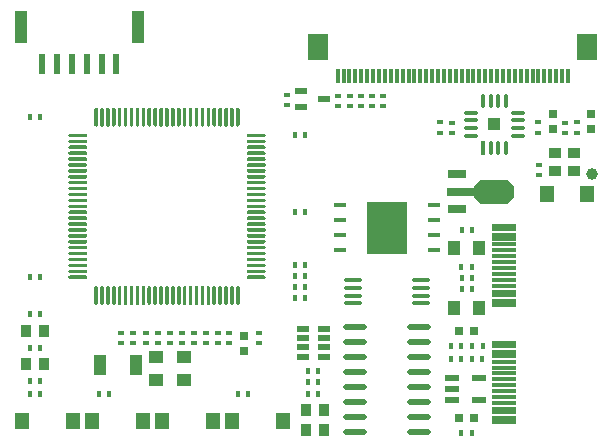
<source format=gtp>
G04*
G04 #@! TF.GenerationSoftware,Altium Limited,Altium Designer,20.0.2 (26)*
G04*
G04 Layer_Color=8421504*
%FSLAX25Y25*%
%MOIN*%
G70*
G01*
G75*
%ADD29R,0.03937X0.02362*%
%ADD30R,0.04626X0.01929*%
%ADD31R,0.04555X0.01929*%
%ADD32R,0.04000X0.02362*%
%ADD33R,0.01575X0.01968*%
%ADD34O,0.07874X0.02165*%
%ADD35R,0.06299X0.02756*%
%ADD36R,0.09449X0.02756*%
G04:AMPARAMS|DCode=37|XSize=78.74mil|YSize=133.86mil|CornerRadius=0mil|HoleSize=0mil|Usage=FLASHONLY|Rotation=90.000|XOffset=0mil|YOffset=0mil|HoleType=Round|Shape=Octagon|*
%AMOCTAGOND37*
4,1,8,-0.06693,-0.01968,-0.06693,0.01968,-0.04724,0.03937,0.04724,0.03937,0.06693,0.01968,0.06693,-0.01968,0.04724,-0.03937,-0.04724,-0.03937,-0.06693,-0.01968,0.0*
%
%ADD37OCTAGOND37*%

%ADD38R,0.01968X0.01575*%
%ADD39R,0.04724X0.05512*%
%ADD40C,0.03937*%
%ADD41R,0.07874X0.01181*%
%ADD42R,0.04000X0.05000*%
%ADD43R,0.03661X0.03858*%
%ADD44R,0.04842X0.05354*%
%ADD45R,0.03000X0.03000*%
%ADD46R,0.03858X0.03661*%
%ADD47R,0.03937X0.07087*%
%ADD48R,0.05118X0.04331*%
%ADD49O,0.05906X0.01575*%
%ADD50R,0.03937X0.11024*%
%ADD51R,0.02362X0.06693*%
%ADD52R,0.13780X0.17323*%
%ADD53R,0.03937X0.01772*%
%ADD54R,0.07087X0.08661*%
%ADD55R,0.01181X0.05118*%
%ADD56O,0.04724X0.01181*%
%ADD57O,0.01181X0.04724*%
%ADD58R,0.01181X0.04724*%
%ADD59R,0.03937X0.03937*%
%ADD60R,0.03000X0.03000*%
G36*
X75573Y111861D02*
X75604Y111857D01*
X75635Y111852D01*
X75666Y111846D01*
X75696Y111837D01*
X75726Y111828D01*
X75756Y111816D01*
X75784Y111803D01*
X75812Y111789D01*
X75839Y111773D01*
X75865Y111755D01*
X75891Y111737D01*
X75915Y111716D01*
X75938Y111695D01*
X75960Y111673D01*
X75981Y111649D01*
X76000Y111624D01*
X76018Y111599D01*
X76035Y111572D01*
X76050Y111544D01*
X76064Y111516D01*
X76076Y111487D01*
X76087Y111458D01*
X76096Y111427D01*
X76103Y111397D01*
X76109Y111366D01*
X76113Y111335D01*
X76116Y111303D01*
X76117Y111272D01*
Y106154D01*
X76116Y106123D01*
X76113Y106091D01*
X76109Y106060D01*
X76103Y106029D01*
X76096Y105999D01*
X76087Y105968D01*
X76076Y105939D01*
X76064Y105910D01*
X76050Y105882D01*
X76035Y105854D01*
X76018Y105827D01*
X76000Y105802D01*
X75981Y105777D01*
X75960Y105753D01*
X75938Y105731D01*
X75915Y105709D01*
X75891Y105689D01*
X75865Y105671D01*
X75839Y105653D01*
X75812Y105637D01*
X75784Y105623D01*
X75756Y105610D01*
X75726Y105598D01*
X75696Y105588D01*
X75666Y105580D01*
X75635Y105573D01*
X75604Y105569D01*
X75573Y105565D01*
X75542Y105563D01*
X75510D01*
X75479Y105565D01*
X75447Y105569D01*
X75416Y105573D01*
X75386Y105580D01*
X75355Y105588D01*
X75326Y105598D01*
X75296Y105610D01*
X75268Y105623D01*
X75240Y105637D01*
X75213Y105653D01*
X75186Y105671D01*
X75161Y105689D01*
X75137Y105709D01*
X75114Y105731D01*
X75092Y105753D01*
X75071Y105777D01*
X75052Y105802D01*
X75034Y105827D01*
X75017Y105854D01*
X75002Y105882D01*
X74988Y105910D01*
X74976Y105939D01*
X74965Y105968D01*
X74956Y105999D01*
X74949Y106029D01*
X74943Y106060D01*
X74939Y106091D01*
X74936Y106123D01*
X74935Y106154D01*
Y111272D01*
X74936Y111303D01*
X74939Y111335D01*
X74943Y111366D01*
X74949Y111397D01*
X74956Y111427D01*
X74965Y111458D01*
X74976Y111487D01*
X74988Y111516D01*
X75002Y111544D01*
X75017Y111572D01*
X75034Y111599D01*
X75052Y111624D01*
X75071Y111649D01*
X75092Y111673D01*
X75114Y111695D01*
X75137Y111716D01*
X75161Y111737D01*
X75186Y111755D01*
X75213Y111773D01*
X75240Y111789D01*
X75268Y111803D01*
X75296Y111816D01*
X75326Y111828D01*
X75355Y111837D01*
X75386Y111846D01*
X75416Y111852D01*
X75447Y111857D01*
X75479Y111861D01*
X75510Y111862D01*
X75542D01*
X75573Y111861D01*
D02*
G37*
G36*
X73605D02*
X73636Y111857D01*
X73667Y111852D01*
X73698Y111846D01*
X73728Y111837D01*
X73758Y111828D01*
X73787Y111816D01*
X73816Y111803D01*
X73844Y111789D01*
X73871Y111773D01*
X73897Y111755D01*
X73923Y111737D01*
X73947Y111716D01*
X73970Y111695D01*
X73992Y111673D01*
X74013Y111649D01*
X74032Y111624D01*
X74050Y111599D01*
X74067Y111572D01*
X74082Y111544D01*
X74096Y111516D01*
X74108Y111487D01*
X74119Y111458D01*
X74128Y111427D01*
X74135Y111397D01*
X74141Y111366D01*
X74145Y111335D01*
X74148Y111303D01*
X74148Y111272D01*
Y106154D01*
X74148Y106123D01*
X74145Y106091D01*
X74141Y106060D01*
X74135Y106029D01*
X74128Y105999D01*
X74119Y105968D01*
X74108Y105939D01*
X74096Y105910D01*
X74082Y105882D01*
X74067Y105854D01*
X74050Y105827D01*
X74032Y105802D01*
X74013Y105777D01*
X73992Y105753D01*
X73970Y105731D01*
X73947Y105709D01*
X73923Y105689D01*
X73897Y105671D01*
X73871Y105653D01*
X73844Y105637D01*
X73816Y105623D01*
X73787Y105610D01*
X73758Y105598D01*
X73728Y105588D01*
X73698Y105580D01*
X73667Y105573D01*
X73636Y105569D01*
X73605Y105565D01*
X73574Y105563D01*
X73542D01*
X73511Y105565D01*
X73479Y105569D01*
X73448Y105573D01*
X73418Y105580D01*
X73387Y105588D01*
X73357Y105598D01*
X73328Y105610D01*
X73300Y105623D01*
X73272Y105637D01*
X73245Y105653D01*
X73218Y105671D01*
X73193Y105689D01*
X73169Y105709D01*
X73146Y105731D01*
X73124Y105753D01*
X73103Y105777D01*
X73084Y105802D01*
X73066Y105827D01*
X73049Y105854D01*
X73034Y105882D01*
X73020Y105910D01*
X73008Y105939D01*
X72997Y105968D01*
X72988Y105999D01*
X72981Y106029D01*
X72975Y106060D01*
X72971Y106091D01*
X72968Y106123D01*
X72967Y106154D01*
Y111272D01*
X72968Y111303D01*
X72971Y111335D01*
X72975Y111366D01*
X72981Y111397D01*
X72988Y111427D01*
X72997Y111458D01*
X73008Y111487D01*
X73020Y111516D01*
X73034Y111544D01*
X73049Y111572D01*
X73066Y111599D01*
X73084Y111624D01*
X73103Y111649D01*
X73124Y111673D01*
X73146Y111695D01*
X73169Y111716D01*
X73193Y111737D01*
X73218Y111755D01*
X73245Y111773D01*
X73272Y111789D01*
X73300Y111803D01*
X73328Y111816D01*
X73357Y111828D01*
X73387Y111837D01*
X73418Y111846D01*
X73448Y111852D01*
X73479Y111857D01*
X73511Y111861D01*
X73542Y111862D01*
X73574D01*
X73605Y111861D01*
D02*
G37*
G36*
X71636D02*
X71667Y111857D01*
X71698Y111852D01*
X71729Y111846D01*
X71759Y111837D01*
X71789Y111828D01*
X71819Y111816D01*
X71847Y111803D01*
X71875Y111789D01*
X71902Y111773D01*
X71928Y111755D01*
X71954Y111737D01*
X71978Y111716D01*
X72001Y111695D01*
X72023Y111673D01*
X72044Y111649D01*
X72063Y111624D01*
X72081Y111599D01*
X72098Y111572D01*
X72113Y111544D01*
X72127Y111516D01*
X72139Y111487D01*
X72150Y111458D01*
X72159Y111427D01*
X72166Y111397D01*
X72172Y111366D01*
X72176Y111335D01*
X72179Y111303D01*
X72180Y111272D01*
Y106154D01*
X72179Y106123D01*
X72176Y106091D01*
X72172Y106060D01*
X72166Y106029D01*
X72159Y105999D01*
X72150Y105968D01*
X72139Y105939D01*
X72127Y105910D01*
X72113Y105882D01*
X72098Y105854D01*
X72081Y105827D01*
X72063Y105802D01*
X72044Y105777D01*
X72023Y105753D01*
X72001Y105731D01*
X71978Y105709D01*
X71954Y105689D01*
X71928Y105671D01*
X71902Y105653D01*
X71875Y105637D01*
X71847Y105623D01*
X71819Y105610D01*
X71789Y105598D01*
X71759Y105588D01*
X71729Y105580D01*
X71698Y105573D01*
X71667Y105569D01*
X71636Y105565D01*
X71605Y105563D01*
X71573D01*
X71542Y105565D01*
X71510Y105569D01*
X71479Y105573D01*
X71449Y105580D01*
X71418Y105588D01*
X71389Y105598D01*
X71359Y105610D01*
X71331Y105623D01*
X71303Y105637D01*
X71276Y105653D01*
X71249Y105671D01*
X71224Y105689D01*
X71200Y105709D01*
X71177Y105731D01*
X71155Y105753D01*
X71134Y105777D01*
X71115Y105802D01*
X71097Y105827D01*
X71080Y105854D01*
X71065Y105882D01*
X71051Y105910D01*
X71039Y105939D01*
X71028Y105968D01*
X71019Y105999D01*
X71012Y106029D01*
X71006Y106060D01*
X71002Y106091D01*
X70999Y106123D01*
X70998Y106154D01*
Y111272D01*
X70999Y111303D01*
X71002Y111335D01*
X71006Y111366D01*
X71012Y111397D01*
X71019Y111427D01*
X71028Y111458D01*
X71039Y111487D01*
X71051Y111516D01*
X71065Y111544D01*
X71080Y111572D01*
X71097Y111599D01*
X71115Y111624D01*
X71134Y111649D01*
X71155Y111673D01*
X71177Y111695D01*
X71200Y111716D01*
X71224Y111737D01*
X71249Y111755D01*
X71276Y111773D01*
X71303Y111789D01*
X71331Y111803D01*
X71359Y111816D01*
X71389Y111828D01*
X71418Y111837D01*
X71449Y111846D01*
X71479Y111852D01*
X71510Y111857D01*
X71542Y111861D01*
X71573Y111862D01*
X71605D01*
X71636Y111861D01*
D02*
G37*
G36*
X69668D02*
X69699Y111857D01*
X69730Y111852D01*
X69761Y111846D01*
X69791Y111837D01*
X69821Y111828D01*
X69850Y111816D01*
X69879Y111803D01*
X69907Y111789D01*
X69934Y111773D01*
X69960Y111755D01*
X69986Y111737D01*
X70010Y111716D01*
X70033Y111695D01*
X70055Y111673D01*
X70076Y111649D01*
X70095Y111624D01*
X70113Y111599D01*
X70130Y111572D01*
X70145Y111544D01*
X70159Y111516D01*
X70171Y111487D01*
X70182Y111458D01*
X70191Y111427D01*
X70198Y111397D01*
X70204Y111366D01*
X70208Y111335D01*
X70211Y111303D01*
X70211Y111272D01*
Y106154D01*
X70211Y106123D01*
X70208Y106091D01*
X70204Y106060D01*
X70198Y106029D01*
X70191Y105999D01*
X70182Y105968D01*
X70171Y105939D01*
X70159Y105910D01*
X70145Y105882D01*
X70130Y105854D01*
X70113Y105827D01*
X70095Y105802D01*
X70076Y105777D01*
X70055Y105753D01*
X70033Y105731D01*
X70010Y105709D01*
X69986Y105689D01*
X69960Y105671D01*
X69934Y105653D01*
X69907Y105637D01*
X69879Y105623D01*
X69850Y105610D01*
X69821Y105598D01*
X69791Y105588D01*
X69761Y105580D01*
X69730Y105573D01*
X69699Y105569D01*
X69668Y105565D01*
X69637Y105563D01*
X69605D01*
X69574Y105565D01*
X69542Y105569D01*
X69511Y105573D01*
X69481Y105580D01*
X69450Y105588D01*
X69420Y105598D01*
X69391Y105610D01*
X69363Y105623D01*
X69335Y105637D01*
X69308Y105653D01*
X69281Y105671D01*
X69256Y105689D01*
X69232Y105709D01*
X69209Y105731D01*
X69187Y105753D01*
X69166Y105777D01*
X69147Y105802D01*
X69129Y105827D01*
X69112Y105854D01*
X69097Y105882D01*
X69083Y105910D01*
X69071Y105939D01*
X69060Y105968D01*
X69051Y105999D01*
X69044Y106029D01*
X69038Y106060D01*
X69034Y106091D01*
X69031Y106123D01*
X69030Y106154D01*
Y111272D01*
X69031Y111303D01*
X69034Y111335D01*
X69038Y111366D01*
X69044Y111397D01*
X69051Y111427D01*
X69060Y111458D01*
X69071Y111487D01*
X69083Y111516D01*
X69097Y111544D01*
X69112Y111572D01*
X69129Y111599D01*
X69147Y111624D01*
X69166Y111649D01*
X69187Y111673D01*
X69209Y111695D01*
X69232Y111716D01*
X69256Y111737D01*
X69281Y111755D01*
X69308Y111773D01*
X69335Y111789D01*
X69363Y111803D01*
X69391Y111816D01*
X69420Y111828D01*
X69450Y111837D01*
X69481Y111846D01*
X69511Y111852D01*
X69542Y111857D01*
X69574Y111861D01*
X69605Y111862D01*
X69637D01*
X69668Y111861D01*
D02*
G37*
G36*
X67699D02*
X67730Y111857D01*
X67761Y111852D01*
X67792Y111846D01*
X67822Y111837D01*
X67852Y111828D01*
X67882Y111816D01*
X67910Y111803D01*
X67938Y111789D01*
X67965Y111773D01*
X67991Y111755D01*
X68017Y111737D01*
X68041Y111716D01*
X68064Y111695D01*
X68086Y111673D01*
X68107Y111649D01*
X68126Y111624D01*
X68144Y111599D01*
X68161Y111572D01*
X68176Y111544D01*
X68190Y111516D01*
X68202Y111487D01*
X68213Y111458D01*
X68222Y111427D01*
X68229Y111397D01*
X68235Y111366D01*
X68239Y111335D01*
X68242Y111303D01*
X68243Y111272D01*
Y106154D01*
X68242Y106123D01*
X68239Y106091D01*
X68235Y106060D01*
X68229Y106029D01*
X68222Y105999D01*
X68213Y105968D01*
X68202Y105939D01*
X68190Y105910D01*
X68176Y105882D01*
X68161Y105854D01*
X68144Y105827D01*
X68126Y105802D01*
X68107Y105777D01*
X68086Y105753D01*
X68064Y105731D01*
X68041Y105709D01*
X68017Y105689D01*
X67991Y105671D01*
X67965Y105653D01*
X67938Y105637D01*
X67910Y105623D01*
X67882Y105610D01*
X67852Y105598D01*
X67822Y105588D01*
X67792Y105580D01*
X67761Y105573D01*
X67730Y105569D01*
X67699Y105565D01*
X67668Y105563D01*
X67636D01*
X67605Y105565D01*
X67573Y105569D01*
X67542Y105573D01*
X67512Y105580D01*
X67481Y105588D01*
X67452Y105598D01*
X67422Y105610D01*
X67394Y105623D01*
X67366Y105637D01*
X67339Y105653D01*
X67312Y105671D01*
X67287Y105689D01*
X67263Y105709D01*
X67240Y105731D01*
X67218Y105753D01*
X67197Y105777D01*
X67178Y105802D01*
X67160Y105827D01*
X67143Y105854D01*
X67128Y105882D01*
X67114Y105910D01*
X67102Y105939D01*
X67091Y105968D01*
X67082Y105999D01*
X67075Y106029D01*
X67069Y106060D01*
X67065Y106091D01*
X67062Y106123D01*
X67061Y106154D01*
Y111272D01*
X67062Y111303D01*
X67065Y111335D01*
X67069Y111366D01*
X67075Y111397D01*
X67082Y111427D01*
X67091Y111458D01*
X67102Y111487D01*
X67114Y111516D01*
X67128Y111544D01*
X67143Y111572D01*
X67160Y111599D01*
X67178Y111624D01*
X67197Y111649D01*
X67218Y111673D01*
X67240Y111695D01*
X67263Y111716D01*
X67287Y111737D01*
X67312Y111755D01*
X67339Y111773D01*
X67366Y111789D01*
X67394Y111803D01*
X67422Y111816D01*
X67452Y111828D01*
X67481Y111837D01*
X67512Y111846D01*
X67542Y111852D01*
X67573Y111857D01*
X67605Y111861D01*
X67636Y111862D01*
X67668D01*
X67699Y111861D01*
D02*
G37*
G36*
X65731D02*
X65762Y111857D01*
X65793Y111852D01*
X65824Y111846D01*
X65854Y111837D01*
X65884Y111828D01*
X65913Y111816D01*
X65942Y111803D01*
X65970Y111789D01*
X65997Y111773D01*
X66023Y111755D01*
X66049Y111737D01*
X66073Y111716D01*
X66096Y111695D01*
X66118Y111673D01*
X66139Y111649D01*
X66158Y111624D01*
X66176Y111599D01*
X66193Y111572D01*
X66208Y111544D01*
X66222Y111516D01*
X66234Y111487D01*
X66245Y111458D01*
X66254Y111427D01*
X66261Y111397D01*
X66267Y111366D01*
X66271Y111335D01*
X66274Y111303D01*
X66274Y111272D01*
Y106154D01*
X66274Y106123D01*
X66271Y106091D01*
X66267Y106060D01*
X66261Y106029D01*
X66254Y105999D01*
X66245Y105968D01*
X66234Y105939D01*
X66222Y105910D01*
X66208Y105882D01*
X66193Y105854D01*
X66176Y105827D01*
X66158Y105802D01*
X66139Y105777D01*
X66118Y105753D01*
X66096Y105731D01*
X66073Y105709D01*
X66049Y105689D01*
X66023Y105671D01*
X65997Y105653D01*
X65970Y105637D01*
X65942Y105623D01*
X65913Y105610D01*
X65884Y105598D01*
X65854Y105588D01*
X65824Y105580D01*
X65793Y105573D01*
X65762Y105569D01*
X65731Y105565D01*
X65700Y105563D01*
X65668D01*
X65637Y105565D01*
X65605Y105569D01*
X65575Y105573D01*
X65544Y105580D01*
X65513Y105588D01*
X65483Y105598D01*
X65454Y105610D01*
X65426Y105623D01*
X65398Y105637D01*
X65371Y105653D01*
X65344Y105671D01*
X65319Y105689D01*
X65295Y105709D01*
X65272Y105731D01*
X65250Y105753D01*
X65229Y105777D01*
X65210Y105802D01*
X65192Y105827D01*
X65175Y105854D01*
X65160Y105882D01*
X65146Y105910D01*
X65134Y105939D01*
X65123Y105968D01*
X65114Y105999D01*
X65107Y106029D01*
X65101Y106060D01*
X65097Y106091D01*
X65094Y106123D01*
X65093Y106154D01*
Y111272D01*
X65094Y111303D01*
X65097Y111335D01*
X65101Y111366D01*
X65107Y111397D01*
X65114Y111427D01*
X65123Y111458D01*
X65134Y111487D01*
X65146Y111516D01*
X65160Y111544D01*
X65175Y111572D01*
X65192Y111599D01*
X65210Y111624D01*
X65229Y111649D01*
X65250Y111673D01*
X65272Y111695D01*
X65295Y111716D01*
X65319Y111737D01*
X65344Y111755D01*
X65371Y111773D01*
X65398Y111789D01*
X65426Y111803D01*
X65454Y111816D01*
X65483Y111828D01*
X65513Y111837D01*
X65544Y111846D01*
X65575Y111852D01*
X65605Y111857D01*
X65637Y111861D01*
X65668Y111862D01*
X65700D01*
X65731Y111861D01*
D02*
G37*
G36*
X63762D02*
X63793Y111857D01*
X63824Y111852D01*
X63855Y111846D01*
X63885Y111837D01*
X63915Y111828D01*
X63945Y111816D01*
X63973Y111803D01*
X64001Y111789D01*
X64028Y111773D01*
X64054Y111755D01*
X64080Y111737D01*
X64104Y111716D01*
X64127Y111695D01*
X64149Y111673D01*
X64170Y111649D01*
X64189Y111624D01*
X64207Y111599D01*
X64224Y111572D01*
X64239Y111544D01*
X64253Y111516D01*
X64265Y111487D01*
X64276Y111458D01*
X64285Y111427D01*
X64292Y111397D01*
X64298Y111366D01*
X64302Y111335D01*
X64305Y111303D01*
X64306Y111272D01*
Y106154D01*
X64305Y106123D01*
X64302Y106091D01*
X64298Y106060D01*
X64292Y106029D01*
X64285Y105999D01*
X64276Y105968D01*
X64265Y105939D01*
X64253Y105910D01*
X64239Y105882D01*
X64224Y105854D01*
X64207Y105827D01*
X64189Y105802D01*
X64170Y105777D01*
X64149Y105753D01*
X64127Y105731D01*
X64104Y105709D01*
X64080Y105689D01*
X64054Y105671D01*
X64028Y105653D01*
X64001Y105637D01*
X63973Y105623D01*
X63945Y105610D01*
X63915Y105598D01*
X63885Y105588D01*
X63855Y105580D01*
X63824Y105573D01*
X63793Y105569D01*
X63762Y105565D01*
X63731Y105563D01*
X63699D01*
X63668Y105565D01*
X63636Y105569D01*
X63605Y105573D01*
X63575Y105580D01*
X63544Y105588D01*
X63515Y105598D01*
X63485Y105610D01*
X63457Y105623D01*
X63429Y105637D01*
X63402Y105653D01*
X63375Y105671D01*
X63350Y105689D01*
X63326Y105709D01*
X63303Y105731D01*
X63281Y105753D01*
X63260Y105777D01*
X63241Y105802D01*
X63223Y105827D01*
X63206Y105854D01*
X63191Y105882D01*
X63177Y105910D01*
X63165Y105939D01*
X63154Y105968D01*
X63145Y105999D01*
X63138Y106029D01*
X63132Y106060D01*
X63128Y106091D01*
X63125Y106123D01*
X63124Y106154D01*
Y111272D01*
X63125Y111303D01*
X63128Y111335D01*
X63132Y111366D01*
X63138Y111397D01*
X63145Y111427D01*
X63154Y111458D01*
X63165Y111487D01*
X63177Y111516D01*
X63191Y111544D01*
X63206Y111572D01*
X63223Y111599D01*
X63241Y111624D01*
X63260Y111649D01*
X63281Y111673D01*
X63303Y111695D01*
X63326Y111716D01*
X63350Y111737D01*
X63375Y111755D01*
X63402Y111773D01*
X63429Y111789D01*
X63457Y111803D01*
X63485Y111816D01*
X63515Y111828D01*
X63544Y111837D01*
X63575Y111846D01*
X63605Y111852D01*
X63636Y111857D01*
X63668Y111861D01*
X63699Y111862D01*
X63731D01*
X63762Y111861D01*
D02*
G37*
G36*
X61794D02*
X61825Y111857D01*
X61856Y111852D01*
X61887Y111846D01*
X61917Y111837D01*
X61947Y111828D01*
X61976Y111816D01*
X62005Y111803D01*
X62033Y111789D01*
X62060Y111773D01*
X62086Y111755D01*
X62112Y111737D01*
X62136Y111716D01*
X62159Y111695D01*
X62181Y111673D01*
X62202Y111649D01*
X62221Y111624D01*
X62239Y111599D01*
X62256Y111572D01*
X62271Y111544D01*
X62285Y111516D01*
X62297Y111487D01*
X62308Y111458D01*
X62317Y111427D01*
X62324Y111397D01*
X62330Y111366D01*
X62334Y111335D01*
X62337Y111303D01*
X62337Y111272D01*
Y106154D01*
X62337Y106123D01*
X62334Y106091D01*
X62330Y106060D01*
X62324Y106029D01*
X62317Y105999D01*
X62308Y105968D01*
X62297Y105939D01*
X62285Y105910D01*
X62271Y105882D01*
X62256Y105854D01*
X62239Y105827D01*
X62221Y105802D01*
X62202Y105777D01*
X62181Y105753D01*
X62159Y105731D01*
X62136Y105709D01*
X62112Y105689D01*
X62086Y105671D01*
X62060Y105653D01*
X62033Y105637D01*
X62005Y105623D01*
X61976Y105610D01*
X61947Y105598D01*
X61917Y105588D01*
X61887Y105580D01*
X61856Y105573D01*
X61825Y105569D01*
X61794Y105565D01*
X61763Y105563D01*
X61731D01*
X61700Y105565D01*
X61668Y105569D01*
X61638Y105573D01*
X61607Y105580D01*
X61576Y105588D01*
X61546Y105598D01*
X61517Y105610D01*
X61489Y105623D01*
X61461Y105637D01*
X61434Y105653D01*
X61407Y105671D01*
X61382Y105689D01*
X61358Y105709D01*
X61335Y105731D01*
X61313Y105753D01*
X61292Y105777D01*
X61273Y105802D01*
X61255Y105827D01*
X61238Y105854D01*
X61223Y105882D01*
X61209Y105910D01*
X61197Y105939D01*
X61186Y105968D01*
X61177Y105999D01*
X61170Y106029D01*
X61164Y106060D01*
X61160Y106091D01*
X61157Y106123D01*
X61156Y106154D01*
Y111272D01*
X61157Y111303D01*
X61160Y111335D01*
X61164Y111366D01*
X61170Y111397D01*
X61177Y111427D01*
X61186Y111458D01*
X61197Y111487D01*
X61209Y111516D01*
X61223Y111544D01*
X61238Y111572D01*
X61255Y111599D01*
X61273Y111624D01*
X61292Y111649D01*
X61313Y111673D01*
X61335Y111695D01*
X61358Y111716D01*
X61382Y111737D01*
X61407Y111755D01*
X61434Y111773D01*
X61461Y111789D01*
X61489Y111803D01*
X61517Y111816D01*
X61546Y111828D01*
X61576Y111837D01*
X61607Y111846D01*
X61638Y111852D01*
X61668Y111857D01*
X61700Y111861D01*
X61731Y111862D01*
X61763D01*
X61794Y111861D01*
D02*
G37*
G36*
X59825D02*
X59856Y111857D01*
X59887Y111852D01*
X59918Y111846D01*
X59948Y111837D01*
X59978Y111828D01*
X60008Y111816D01*
X60036Y111803D01*
X60064Y111789D01*
X60091Y111773D01*
X60117Y111755D01*
X60143Y111737D01*
X60167Y111716D01*
X60190Y111695D01*
X60212Y111673D01*
X60233Y111649D01*
X60252Y111624D01*
X60270Y111599D01*
X60287Y111572D01*
X60302Y111544D01*
X60316Y111516D01*
X60328Y111487D01*
X60339Y111458D01*
X60348Y111427D01*
X60355Y111397D01*
X60361Y111366D01*
X60365Y111335D01*
X60368Y111303D01*
X60369Y111272D01*
Y106154D01*
X60368Y106123D01*
X60365Y106091D01*
X60361Y106060D01*
X60355Y106029D01*
X60348Y105999D01*
X60339Y105968D01*
X60328Y105939D01*
X60316Y105910D01*
X60302Y105882D01*
X60287Y105854D01*
X60270Y105827D01*
X60252Y105802D01*
X60233Y105777D01*
X60212Y105753D01*
X60190Y105731D01*
X60167Y105709D01*
X60143Y105689D01*
X60117Y105671D01*
X60091Y105653D01*
X60064Y105637D01*
X60036Y105623D01*
X60008Y105610D01*
X59978Y105598D01*
X59948Y105588D01*
X59918Y105580D01*
X59887Y105573D01*
X59856Y105569D01*
X59825Y105565D01*
X59794Y105563D01*
X59762D01*
X59731Y105565D01*
X59699Y105569D01*
X59668Y105573D01*
X59638Y105580D01*
X59607Y105588D01*
X59578Y105598D01*
X59548Y105610D01*
X59520Y105623D01*
X59492Y105637D01*
X59465Y105653D01*
X59438Y105671D01*
X59413Y105689D01*
X59389Y105709D01*
X59366Y105731D01*
X59344Y105753D01*
X59323Y105777D01*
X59304Y105802D01*
X59286Y105827D01*
X59269Y105854D01*
X59254Y105882D01*
X59240Y105910D01*
X59228Y105939D01*
X59217Y105968D01*
X59208Y105999D01*
X59201Y106029D01*
X59195Y106060D01*
X59191Y106091D01*
X59188Y106123D01*
X59187Y106154D01*
Y111272D01*
X59188Y111303D01*
X59191Y111335D01*
X59195Y111366D01*
X59201Y111397D01*
X59208Y111427D01*
X59217Y111458D01*
X59228Y111487D01*
X59240Y111516D01*
X59254Y111544D01*
X59269Y111572D01*
X59286Y111599D01*
X59304Y111624D01*
X59323Y111649D01*
X59344Y111673D01*
X59366Y111695D01*
X59389Y111716D01*
X59413Y111737D01*
X59438Y111755D01*
X59465Y111773D01*
X59492Y111789D01*
X59520Y111803D01*
X59548Y111816D01*
X59578Y111828D01*
X59607Y111837D01*
X59638Y111846D01*
X59668Y111852D01*
X59699Y111857D01*
X59731Y111861D01*
X59762Y111862D01*
X59794D01*
X59825Y111861D01*
D02*
G37*
G36*
X57857D02*
X57888Y111857D01*
X57919Y111852D01*
X57950Y111846D01*
X57980Y111837D01*
X58010Y111828D01*
X58039Y111816D01*
X58068Y111803D01*
X58096Y111789D01*
X58123Y111773D01*
X58149Y111755D01*
X58175Y111737D01*
X58199Y111716D01*
X58222Y111695D01*
X58244Y111673D01*
X58265Y111649D01*
X58284Y111624D01*
X58302Y111599D01*
X58319Y111572D01*
X58334Y111544D01*
X58348Y111516D01*
X58360Y111487D01*
X58371Y111458D01*
X58380Y111427D01*
X58387Y111397D01*
X58393Y111366D01*
X58397Y111335D01*
X58400Y111303D01*
X58400Y111272D01*
Y106154D01*
X58400Y106123D01*
X58397Y106091D01*
X58393Y106060D01*
X58387Y106029D01*
X58380Y105999D01*
X58371Y105968D01*
X58360Y105939D01*
X58348Y105910D01*
X58334Y105882D01*
X58319Y105854D01*
X58302Y105827D01*
X58284Y105802D01*
X58265Y105777D01*
X58244Y105753D01*
X58222Y105731D01*
X58199Y105709D01*
X58175Y105689D01*
X58149Y105671D01*
X58123Y105653D01*
X58096Y105637D01*
X58068Y105623D01*
X58039Y105610D01*
X58010Y105598D01*
X57980Y105588D01*
X57950Y105580D01*
X57919Y105573D01*
X57888Y105569D01*
X57857Y105565D01*
X57826Y105563D01*
X57794D01*
X57763Y105565D01*
X57731Y105569D01*
X57701Y105573D01*
X57670Y105580D01*
X57639Y105588D01*
X57609Y105598D01*
X57580Y105610D01*
X57552Y105623D01*
X57524Y105637D01*
X57497Y105653D01*
X57470Y105671D01*
X57445Y105689D01*
X57421Y105709D01*
X57398Y105731D01*
X57376Y105753D01*
X57355Y105777D01*
X57336Y105802D01*
X57318Y105827D01*
X57301Y105854D01*
X57286Y105882D01*
X57272Y105910D01*
X57260Y105939D01*
X57249Y105968D01*
X57240Y105999D01*
X57233Y106029D01*
X57227Y106060D01*
X57223Y106091D01*
X57220Y106123D01*
X57219Y106154D01*
Y111272D01*
X57220Y111303D01*
X57223Y111335D01*
X57227Y111366D01*
X57233Y111397D01*
X57240Y111427D01*
X57249Y111458D01*
X57260Y111487D01*
X57272Y111516D01*
X57286Y111544D01*
X57301Y111572D01*
X57318Y111599D01*
X57336Y111624D01*
X57355Y111649D01*
X57376Y111673D01*
X57398Y111695D01*
X57421Y111716D01*
X57445Y111737D01*
X57470Y111755D01*
X57497Y111773D01*
X57524Y111789D01*
X57552Y111803D01*
X57580Y111816D01*
X57609Y111828D01*
X57639Y111837D01*
X57670Y111846D01*
X57701Y111852D01*
X57731Y111857D01*
X57763Y111861D01*
X57794Y111862D01*
X57826D01*
X57857Y111861D01*
D02*
G37*
G36*
X55888D02*
X55919Y111857D01*
X55950Y111852D01*
X55981Y111846D01*
X56011Y111837D01*
X56041Y111828D01*
X56071Y111816D01*
X56099Y111803D01*
X56127Y111789D01*
X56154Y111773D01*
X56180Y111755D01*
X56206Y111737D01*
X56230Y111716D01*
X56253Y111695D01*
X56275Y111673D01*
X56296Y111649D01*
X56315Y111624D01*
X56333Y111599D01*
X56350Y111572D01*
X56365Y111544D01*
X56379Y111516D01*
X56391Y111487D01*
X56402Y111458D01*
X56411Y111427D01*
X56418Y111397D01*
X56424Y111366D01*
X56428Y111335D01*
X56431Y111303D01*
X56432Y111272D01*
Y106154D01*
X56431Y106123D01*
X56428Y106091D01*
X56424Y106060D01*
X56418Y106029D01*
X56411Y105999D01*
X56402Y105968D01*
X56391Y105939D01*
X56379Y105910D01*
X56365Y105882D01*
X56350Y105854D01*
X56333Y105827D01*
X56315Y105802D01*
X56296Y105777D01*
X56275Y105753D01*
X56253Y105731D01*
X56230Y105709D01*
X56206Y105689D01*
X56180Y105671D01*
X56154Y105653D01*
X56127Y105637D01*
X56099Y105623D01*
X56071Y105610D01*
X56041Y105598D01*
X56011Y105588D01*
X55981Y105580D01*
X55950Y105573D01*
X55919Y105569D01*
X55888Y105565D01*
X55857Y105563D01*
X55825D01*
X55794Y105565D01*
X55762Y105569D01*
X55731Y105573D01*
X55701Y105580D01*
X55670Y105588D01*
X55641Y105598D01*
X55611Y105610D01*
X55583Y105623D01*
X55555Y105637D01*
X55528Y105653D01*
X55501Y105671D01*
X55476Y105689D01*
X55452Y105709D01*
X55429Y105731D01*
X55407Y105753D01*
X55386Y105777D01*
X55367Y105802D01*
X55349Y105827D01*
X55332Y105854D01*
X55317Y105882D01*
X55303Y105910D01*
X55291Y105939D01*
X55280Y105968D01*
X55271Y105999D01*
X55264Y106029D01*
X55258Y106060D01*
X55254Y106091D01*
X55251Y106123D01*
X55250Y106154D01*
Y111272D01*
X55251Y111303D01*
X55254Y111335D01*
X55258Y111366D01*
X55264Y111397D01*
X55271Y111427D01*
X55280Y111458D01*
X55291Y111487D01*
X55303Y111516D01*
X55317Y111544D01*
X55332Y111572D01*
X55349Y111599D01*
X55367Y111624D01*
X55386Y111649D01*
X55407Y111673D01*
X55429Y111695D01*
X55452Y111716D01*
X55476Y111737D01*
X55501Y111755D01*
X55528Y111773D01*
X55555Y111789D01*
X55583Y111803D01*
X55611Y111816D01*
X55641Y111828D01*
X55670Y111837D01*
X55701Y111846D01*
X55731Y111852D01*
X55762Y111857D01*
X55794Y111861D01*
X55825Y111862D01*
X55857D01*
X55888Y111861D01*
D02*
G37*
G36*
X53920D02*
X53951Y111857D01*
X53982Y111852D01*
X54013Y111846D01*
X54043Y111837D01*
X54073Y111828D01*
X54102Y111816D01*
X54131Y111803D01*
X54159Y111789D01*
X54186Y111773D01*
X54212Y111755D01*
X54238Y111737D01*
X54262Y111716D01*
X54285Y111695D01*
X54307Y111673D01*
X54328Y111649D01*
X54347Y111624D01*
X54365Y111599D01*
X54382Y111572D01*
X54397Y111544D01*
X54411Y111516D01*
X54423Y111487D01*
X54434Y111458D01*
X54443Y111427D01*
X54450Y111397D01*
X54456Y111366D01*
X54460Y111335D01*
X54463Y111303D01*
X54463Y111272D01*
Y106154D01*
X54463Y106123D01*
X54460Y106091D01*
X54456Y106060D01*
X54450Y106029D01*
X54443Y105999D01*
X54434Y105968D01*
X54423Y105939D01*
X54411Y105910D01*
X54397Y105882D01*
X54382Y105854D01*
X54365Y105827D01*
X54347Y105802D01*
X54328Y105777D01*
X54307Y105753D01*
X54285Y105731D01*
X54262Y105709D01*
X54238Y105689D01*
X54212Y105671D01*
X54186Y105653D01*
X54159Y105637D01*
X54131Y105623D01*
X54102Y105610D01*
X54073Y105598D01*
X54043Y105588D01*
X54013Y105580D01*
X53982Y105573D01*
X53951Y105569D01*
X53920Y105565D01*
X53889Y105563D01*
X53857D01*
X53826Y105565D01*
X53794Y105569D01*
X53764Y105573D01*
X53733Y105580D01*
X53702Y105588D01*
X53672Y105598D01*
X53643Y105610D01*
X53615Y105623D01*
X53587Y105637D01*
X53560Y105653D01*
X53533Y105671D01*
X53508Y105689D01*
X53484Y105709D01*
X53461Y105731D01*
X53439Y105753D01*
X53418Y105777D01*
X53399Y105802D01*
X53381Y105827D01*
X53364Y105854D01*
X53349Y105882D01*
X53335Y105910D01*
X53323Y105939D01*
X53312Y105968D01*
X53303Y105999D01*
X53296Y106029D01*
X53290Y106060D01*
X53286Y106091D01*
X53283Y106123D01*
X53282Y106154D01*
Y111272D01*
X53283Y111303D01*
X53286Y111335D01*
X53290Y111366D01*
X53296Y111397D01*
X53303Y111427D01*
X53312Y111458D01*
X53323Y111487D01*
X53335Y111516D01*
X53349Y111544D01*
X53364Y111572D01*
X53381Y111599D01*
X53399Y111624D01*
X53418Y111649D01*
X53439Y111673D01*
X53461Y111695D01*
X53484Y111716D01*
X53508Y111737D01*
X53533Y111755D01*
X53560Y111773D01*
X53587Y111789D01*
X53615Y111803D01*
X53643Y111816D01*
X53672Y111828D01*
X53702Y111837D01*
X53733Y111846D01*
X53764Y111852D01*
X53794Y111857D01*
X53826Y111861D01*
X53857Y111862D01*
X53889D01*
X53920Y111861D01*
D02*
G37*
G36*
X51951D02*
X51982Y111857D01*
X52013Y111852D01*
X52044Y111846D01*
X52074Y111837D01*
X52104Y111828D01*
X52134Y111816D01*
X52162Y111803D01*
X52190Y111789D01*
X52217Y111773D01*
X52243Y111755D01*
X52269Y111737D01*
X52293Y111716D01*
X52316Y111695D01*
X52338Y111673D01*
X52359Y111649D01*
X52378Y111624D01*
X52396Y111599D01*
X52413Y111572D01*
X52428Y111544D01*
X52442Y111516D01*
X52454Y111487D01*
X52465Y111458D01*
X52474Y111427D01*
X52481Y111397D01*
X52487Y111366D01*
X52491Y111335D01*
X52494Y111303D01*
X52495Y111272D01*
Y106154D01*
X52494Y106123D01*
X52491Y106091D01*
X52487Y106060D01*
X52481Y106029D01*
X52474Y105999D01*
X52465Y105968D01*
X52454Y105939D01*
X52442Y105910D01*
X52428Y105882D01*
X52413Y105854D01*
X52396Y105827D01*
X52378Y105802D01*
X52359Y105777D01*
X52338Y105753D01*
X52316Y105731D01*
X52293Y105709D01*
X52269Y105689D01*
X52243Y105671D01*
X52217Y105653D01*
X52190Y105637D01*
X52162Y105623D01*
X52134Y105610D01*
X52104Y105598D01*
X52074Y105588D01*
X52044Y105580D01*
X52013Y105573D01*
X51982Y105569D01*
X51951Y105565D01*
X51920Y105563D01*
X51888D01*
X51857Y105565D01*
X51825Y105569D01*
X51794Y105573D01*
X51764Y105580D01*
X51733Y105588D01*
X51704Y105598D01*
X51674Y105610D01*
X51646Y105623D01*
X51618Y105637D01*
X51591Y105653D01*
X51564Y105671D01*
X51539Y105689D01*
X51515Y105709D01*
X51492Y105731D01*
X51470Y105753D01*
X51449Y105777D01*
X51430Y105802D01*
X51412Y105827D01*
X51395Y105854D01*
X51380Y105882D01*
X51366Y105910D01*
X51354Y105939D01*
X51343Y105968D01*
X51334Y105999D01*
X51327Y106029D01*
X51321Y106060D01*
X51317Y106091D01*
X51314Y106123D01*
X51313Y106154D01*
Y111272D01*
X51314Y111303D01*
X51317Y111335D01*
X51321Y111366D01*
X51327Y111397D01*
X51334Y111427D01*
X51343Y111458D01*
X51354Y111487D01*
X51366Y111516D01*
X51380Y111544D01*
X51395Y111572D01*
X51412Y111599D01*
X51430Y111624D01*
X51449Y111649D01*
X51470Y111673D01*
X51492Y111695D01*
X51515Y111716D01*
X51539Y111737D01*
X51564Y111755D01*
X51591Y111773D01*
X51618Y111789D01*
X51646Y111803D01*
X51674Y111816D01*
X51704Y111828D01*
X51733Y111837D01*
X51764Y111846D01*
X51794Y111852D01*
X51825Y111857D01*
X51857Y111861D01*
X51888Y111862D01*
X51920D01*
X51951Y111861D01*
D02*
G37*
G36*
X49983D02*
X50014Y111857D01*
X50045Y111852D01*
X50076Y111846D01*
X50106Y111837D01*
X50136Y111828D01*
X50165Y111816D01*
X50194Y111803D01*
X50222Y111789D01*
X50249Y111773D01*
X50275Y111755D01*
X50301Y111737D01*
X50325Y111716D01*
X50348Y111695D01*
X50370Y111673D01*
X50391Y111649D01*
X50410Y111624D01*
X50428Y111599D01*
X50445Y111572D01*
X50460Y111544D01*
X50474Y111516D01*
X50486Y111487D01*
X50497Y111458D01*
X50506Y111427D01*
X50513Y111397D01*
X50519Y111366D01*
X50523Y111335D01*
X50526Y111303D01*
X50526Y111272D01*
Y106154D01*
X50526Y106123D01*
X50523Y106091D01*
X50519Y106060D01*
X50513Y106029D01*
X50506Y105999D01*
X50497Y105968D01*
X50486Y105939D01*
X50474Y105910D01*
X50460Y105882D01*
X50445Y105854D01*
X50428Y105827D01*
X50410Y105802D01*
X50391Y105777D01*
X50370Y105753D01*
X50348Y105731D01*
X50325Y105709D01*
X50301Y105689D01*
X50275Y105671D01*
X50249Y105653D01*
X50222Y105637D01*
X50194Y105623D01*
X50165Y105610D01*
X50136Y105598D01*
X50106Y105588D01*
X50076Y105580D01*
X50045Y105573D01*
X50014Y105569D01*
X49983Y105565D01*
X49952Y105563D01*
X49920D01*
X49889Y105565D01*
X49858Y105569D01*
X49826Y105573D01*
X49796Y105580D01*
X49765Y105588D01*
X49736Y105598D01*
X49706Y105610D01*
X49678Y105623D01*
X49650Y105637D01*
X49623Y105653D01*
X49596Y105671D01*
X49571Y105689D01*
X49547Y105709D01*
X49524Y105731D01*
X49502Y105753D01*
X49481Y105777D01*
X49462Y105802D01*
X49444Y105827D01*
X49427Y105854D01*
X49412Y105882D01*
X49398Y105910D01*
X49386Y105939D01*
X49375Y105968D01*
X49366Y105999D01*
X49359Y106029D01*
X49353Y106060D01*
X49349Y106091D01*
X49346Y106123D01*
X49345Y106154D01*
Y111272D01*
X49346Y111303D01*
X49349Y111335D01*
X49353Y111366D01*
X49359Y111397D01*
X49366Y111427D01*
X49375Y111458D01*
X49386Y111487D01*
X49398Y111516D01*
X49412Y111544D01*
X49427Y111572D01*
X49444Y111599D01*
X49462Y111624D01*
X49481Y111649D01*
X49502Y111673D01*
X49524Y111695D01*
X49547Y111716D01*
X49571Y111737D01*
X49596Y111755D01*
X49623Y111773D01*
X49650Y111789D01*
X49678Y111803D01*
X49706Y111816D01*
X49736Y111828D01*
X49765Y111837D01*
X49796Y111846D01*
X49826Y111852D01*
X49858Y111857D01*
X49889Y111861D01*
X49920Y111862D01*
X49952D01*
X49983Y111861D01*
D02*
G37*
G36*
X48014D02*
X48045Y111857D01*
X48076Y111852D01*
X48107Y111846D01*
X48137Y111837D01*
X48167Y111828D01*
X48197Y111816D01*
X48225Y111803D01*
X48253Y111789D01*
X48280Y111773D01*
X48306Y111755D01*
X48332Y111737D01*
X48356Y111716D01*
X48379Y111695D01*
X48401Y111673D01*
X48422Y111649D01*
X48441Y111624D01*
X48459Y111599D01*
X48476Y111572D01*
X48491Y111544D01*
X48505Y111516D01*
X48517Y111487D01*
X48528Y111458D01*
X48537Y111427D01*
X48544Y111397D01*
X48550Y111366D01*
X48554Y111335D01*
X48557Y111303D01*
X48557Y111272D01*
Y106154D01*
X48557Y106123D01*
X48554Y106091D01*
X48550Y106060D01*
X48544Y106029D01*
X48537Y105999D01*
X48528Y105968D01*
X48517Y105939D01*
X48505Y105910D01*
X48491Y105882D01*
X48476Y105854D01*
X48459Y105827D01*
X48441Y105802D01*
X48422Y105777D01*
X48401Y105753D01*
X48379Y105731D01*
X48356Y105709D01*
X48332Y105689D01*
X48306Y105671D01*
X48280Y105653D01*
X48253Y105637D01*
X48225Y105623D01*
X48197Y105610D01*
X48167Y105598D01*
X48137Y105588D01*
X48107Y105580D01*
X48076Y105573D01*
X48045Y105569D01*
X48014Y105565D01*
X47983Y105563D01*
X47951D01*
X47920Y105565D01*
X47888Y105569D01*
X47857Y105573D01*
X47827Y105580D01*
X47796Y105588D01*
X47767Y105598D01*
X47737Y105610D01*
X47709Y105623D01*
X47681Y105637D01*
X47654Y105653D01*
X47627Y105671D01*
X47602Y105689D01*
X47578Y105709D01*
X47555Y105731D01*
X47533Y105753D01*
X47512Y105777D01*
X47493Y105802D01*
X47475Y105827D01*
X47458Y105854D01*
X47443Y105882D01*
X47429Y105910D01*
X47417Y105939D01*
X47406Y105968D01*
X47397Y105999D01*
X47390Y106029D01*
X47384Y106060D01*
X47380Y106091D01*
X47377Y106123D01*
X47376Y106154D01*
Y111272D01*
X47377Y111303D01*
X47380Y111335D01*
X47384Y111366D01*
X47390Y111397D01*
X47397Y111427D01*
X47406Y111458D01*
X47417Y111487D01*
X47429Y111516D01*
X47443Y111544D01*
X47458Y111572D01*
X47475Y111599D01*
X47493Y111624D01*
X47512Y111649D01*
X47533Y111673D01*
X47555Y111695D01*
X47578Y111716D01*
X47602Y111737D01*
X47627Y111755D01*
X47654Y111773D01*
X47681Y111789D01*
X47709Y111803D01*
X47737Y111816D01*
X47767Y111828D01*
X47796Y111837D01*
X47827Y111846D01*
X47857Y111852D01*
X47888Y111857D01*
X47920Y111861D01*
X47951Y111862D01*
X47983D01*
X48014Y111861D01*
D02*
G37*
G36*
X46045D02*
X46076Y111857D01*
X46107Y111852D01*
X46138Y111846D01*
X46168Y111837D01*
X46198Y111828D01*
X46227Y111816D01*
X46256Y111803D01*
X46284Y111789D01*
X46311Y111773D01*
X46337Y111755D01*
X46363Y111737D01*
X46387Y111716D01*
X46410Y111695D01*
X46432Y111673D01*
X46453Y111649D01*
X46472Y111624D01*
X46490Y111599D01*
X46507Y111572D01*
X46522Y111544D01*
X46536Y111516D01*
X46548Y111487D01*
X46559Y111458D01*
X46568Y111427D01*
X46575Y111397D01*
X46581Y111366D01*
X46585Y111335D01*
X46588Y111303D01*
X46589Y111272D01*
Y106154D01*
X46588Y106123D01*
X46585Y106091D01*
X46581Y106060D01*
X46575Y106029D01*
X46568Y105999D01*
X46559Y105968D01*
X46548Y105939D01*
X46536Y105910D01*
X46522Y105882D01*
X46507Y105854D01*
X46490Y105827D01*
X46472Y105802D01*
X46453Y105777D01*
X46432Y105753D01*
X46410Y105731D01*
X46387Y105709D01*
X46363Y105689D01*
X46337Y105671D01*
X46311Y105653D01*
X46284Y105637D01*
X46256Y105623D01*
X46227Y105610D01*
X46198Y105598D01*
X46168Y105588D01*
X46138Y105580D01*
X46107Y105573D01*
X46076Y105569D01*
X46045Y105565D01*
X46014Y105563D01*
X45982D01*
X45951Y105565D01*
X45919Y105569D01*
X45889Y105573D01*
X45858Y105580D01*
X45827Y105588D01*
X45798Y105598D01*
X45768Y105610D01*
X45740Y105623D01*
X45712Y105637D01*
X45685Y105653D01*
X45658Y105671D01*
X45633Y105689D01*
X45609Y105709D01*
X45586Y105731D01*
X45564Y105753D01*
X45543Y105777D01*
X45524Y105802D01*
X45506Y105827D01*
X45489Y105854D01*
X45474Y105882D01*
X45460Y105910D01*
X45448Y105939D01*
X45437Y105968D01*
X45428Y105999D01*
X45421Y106029D01*
X45415Y106060D01*
X45411Y106091D01*
X45408Y106123D01*
X45407Y106154D01*
Y111272D01*
X45408Y111303D01*
X45411Y111335D01*
X45415Y111366D01*
X45421Y111397D01*
X45428Y111427D01*
X45437Y111458D01*
X45448Y111487D01*
X45460Y111516D01*
X45474Y111544D01*
X45489Y111572D01*
X45506Y111599D01*
X45524Y111624D01*
X45543Y111649D01*
X45564Y111673D01*
X45586Y111695D01*
X45609Y111716D01*
X45633Y111737D01*
X45658Y111755D01*
X45685Y111773D01*
X45712Y111789D01*
X45740Y111803D01*
X45768Y111816D01*
X45798Y111828D01*
X45827Y111837D01*
X45858Y111846D01*
X45889Y111852D01*
X45919Y111857D01*
X45951Y111861D01*
X45982Y111862D01*
X46014D01*
X46045Y111861D01*
D02*
G37*
G36*
X44077D02*
X44108Y111857D01*
X44139Y111852D01*
X44170Y111846D01*
X44200Y111837D01*
X44230Y111828D01*
X44260Y111816D01*
X44288Y111803D01*
X44316Y111789D01*
X44343Y111773D01*
X44369Y111755D01*
X44395Y111737D01*
X44419Y111716D01*
X44442Y111695D01*
X44464Y111673D01*
X44485Y111649D01*
X44504Y111624D01*
X44522Y111599D01*
X44539Y111572D01*
X44554Y111544D01*
X44568Y111516D01*
X44580Y111487D01*
X44591Y111458D01*
X44600Y111427D01*
X44607Y111397D01*
X44613Y111366D01*
X44617Y111335D01*
X44620Y111303D01*
X44620Y111272D01*
Y106154D01*
X44620Y106123D01*
X44617Y106091D01*
X44613Y106060D01*
X44607Y106029D01*
X44600Y105999D01*
X44591Y105968D01*
X44580Y105939D01*
X44568Y105910D01*
X44554Y105882D01*
X44539Y105854D01*
X44522Y105827D01*
X44504Y105802D01*
X44485Y105777D01*
X44464Y105753D01*
X44442Y105731D01*
X44419Y105709D01*
X44395Y105689D01*
X44369Y105671D01*
X44343Y105653D01*
X44316Y105637D01*
X44288Y105623D01*
X44260Y105610D01*
X44230Y105598D01*
X44200Y105588D01*
X44170Y105580D01*
X44139Y105573D01*
X44108Y105569D01*
X44077Y105565D01*
X44046Y105563D01*
X44014D01*
X43983Y105565D01*
X43951Y105569D01*
X43920Y105573D01*
X43890Y105580D01*
X43859Y105588D01*
X43830Y105598D01*
X43800Y105610D01*
X43772Y105623D01*
X43744Y105637D01*
X43717Y105653D01*
X43690Y105671D01*
X43665Y105689D01*
X43641Y105709D01*
X43618Y105731D01*
X43596Y105753D01*
X43575Y105777D01*
X43556Y105802D01*
X43538Y105827D01*
X43521Y105854D01*
X43506Y105882D01*
X43492Y105910D01*
X43480Y105939D01*
X43469Y105968D01*
X43460Y105999D01*
X43453Y106029D01*
X43447Y106060D01*
X43443Y106091D01*
X43440Y106123D01*
X43439Y106154D01*
Y111272D01*
X43440Y111303D01*
X43443Y111335D01*
X43447Y111366D01*
X43453Y111397D01*
X43460Y111427D01*
X43469Y111458D01*
X43480Y111487D01*
X43492Y111516D01*
X43506Y111544D01*
X43521Y111572D01*
X43538Y111599D01*
X43556Y111624D01*
X43575Y111649D01*
X43596Y111673D01*
X43618Y111695D01*
X43641Y111716D01*
X43665Y111737D01*
X43690Y111755D01*
X43717Y111773D01*
X43744Y111789D01*
X43772Y111803D01*
X43800Y111816D01*
X43830Y111828D01*
X43859Y111837D01*
X43890Y111846D01*
X43920Y111852D01*
X43951Y111857D01*
X43983Y111861D01*
X44014Y111862D01*
X44046D01*
X44077Y111861D01*
D02*
G37*
G36*
X42108D02*
X42139Y111857D01*
X42170Y111852D01*
X42201Y111846D01*
X42231Y111837D01*
X42261Y111828D01*
X42290Y111816D01*
X42319Y111803D01*
X42347Y111789D01*
X42374Y111773D01*
X42400Y111755D01*
X42426Y111737D01*
X42450Y111716D01*
X42473Y111695D01*
X42495Y111673D01*
X42516Y111649D01*
X42535Y111624D01*
X42553Y111599D01*
X42570Y111572D01*
X42585Y111544D01*
X42599Y111516D01*
X42611Y111487D01*
X42622Y111458D01*
X42631Y111427D01*
X42638Y111397D01*
X42644Y111366D01*
X42648Y111335D01*
X42651Y111303D01*
X42652Y111272D01*
Y106154D01*
X42651Y106123D01*
X42648Y106091D01*
X42644Y106060D01*
X42638Y106029D01*
X42631Y105999D01*
X42622Y105968D01*
X42611Y105939D01*
X42599Y105910D01*
X42585Y105882D01*
X42570Y105854D01*
X42553Y105827D01*
X42535Y105802D01*
X42516Y105777D01*
X42495Y105753D01*
X42473Y105731D01*
X42450Y105709D01*
X42426Y105689D01*
X42400Y105671D01*
X42374Y105653D01*
X42347Y105637D01*
X42319Y105623D01*
X42290Y105610D01*
X42261Y105598D01*
X42231Y105588D01*
X42201Y105580D01*
X42170Y105573D01*
X42139Y105569D01*
X42108Y105565D01*
X42077Y105563D01*
X42045D01*
X42014Y105565D01*
X41982Y105569D01*
X41952Y105573D01*
X41921Y105580D01*
X41890Y105588D01*
X41860Y105598D01*
X41831Y105610D01*
X41803Y105623D01*
X41775Y105637D01*
X41748Y105653D01*
X41721Y105671D01*
X41696Y105689D01*
X41672Y105709D01*
X41649Y105731D01*
X41627Y105753D01*
X41606Y105777D01*
X41587Y105802D01*
X41569Y105827D01*
X41552Y105854D01*
X41537Y105882D01*
X41523Y105910D01*
X41511Y105939D01*
X41500Y105968D01*
X41491Y105999D01*
X41484Y106029D01*
X41478Y106060D01*
X41474Y106091D01*
X41471Y106123D01*
X41470Y106154D01*
Y111272D01*
X41471Y111303D01*
X41474Y111335D01*
X41478Y111366D01*
X41484Y111397D01*
X41491Y111427D01*
X41500Y111458D01*
X41511Y111487D01*
X41523Y111516D01*
X41537Y111544D01*
X41552Y111572D01*
X41569Y111599D01*
X41587Y111624D01*
X41606Y111649D01*
X41627Y111673D01*
X41649Y111695D01*
X41672Y111716D01*
X41696Y111737D01*
X41721Y111755D01*
X41748Y111773D01*
X41775Y111789D01*
X41803Y111803D01*
X41831Y111816D01*
X41860Y111828D01*
X41890Y111837D01*
X41921Y111846D01*
X41952Y111852D01*
X41982Y111857D01*
X42014Y111861D01*
X42045Y111862D01*
X42077D01*
X42108Y111861D01*
D02*
G37*
G36*
X40140D02*
X40171Y111857D01*
X40202Y111852D01*
X40233Y111846D01*
X40263Y111837D01*
X40293Y111828D01*
X40323Y111816D01*
X40351Y111803D01*
X40379Y111789D01*
X40406Y111773D01*
X40432Y111755D01*
X40458Y111737D01*
X40482Y111716D01*
X40505Y111695D01*
X40527Y111673D01*
X40548Y111649D01*
X40567Y111624D01*
X40585Y111599D01*
X40602Y111572D01*
X40617Y111544D01*
X40631Y111516D01*
X40643Y111487D01*
X40654Y111458D01*
X40663Y111427D01*
X40670Y111397D01*
X40676Y111366D01*
X40680Y111335D01*
X40683Y111303D01*
X40683Y111272D01*
Y106154D01*
X40683Y106123D01*
X40680Y106091D01*
X40676Y106060D01*
X40670Y106029D01*
X40663Y105999D01*
X40654Y105968D01*
X40643Y105939D01*
X40631Y105910D01*
X40617Y105882D01*
X40602Y105854D01*
X40585Y105827D01*
X40567Y105802D01*
X40548Y105777D01*
X40527Y105753D01*
X40505Y105731D01*
X40482Y105709D01*
X40458Y105689D01*
X40432Y105671D01*
X40406Y105653D01*
X40379Y105637D01*
X40351Y105623D01*
X40323Y105610D01*
X40293Y105598D01*
X40263Y105588D01*
X40233Y105580D01*
X40202Y105573D01*
X40171Y105569D01*
X40140Y105565D01*
X40109Y105563D01*
X40077D01*
X40046Y105565D01*
X40014Y105569D01*
X39983Y105573D01*
X39953Y105580D01*
X39922Y105588D01*
X39893Y105598D01*
X39863Y105610D01*
X39835Y105623D01*
X39807Y105637D01*
X39780Y105653D01*
X39753Y105671D01*
X39728Y105689D01*
X39704Y105709D01*
X39681Y105731D01*
X39659Y105753D01*
X39638Y105777D01*
X39619Y105802D01*
X39601Y105827D01*
X39584Y105854D01*
X39569Y105882D01*
X39555Y105910D01*
X39543Y105939D01*
X39532Y105968D01*
X39523Y105999D01*
X39516Y106029D01*
X39510Y106060D01*
X39506Y106091D01*
X39503Y106123D01*
X39502Y106154D01*
Y111272D01*
X39503Y111303D01*
X39506Y111335D01*
X39510Y111366D01*
X39516Y111397D01*
X39523Y111427D01*
X39532Y111458D01*
X39543Y111487D01*
X39555Y111516D01*
X39569Y111544D01*
X39584Y111572D01*
X39601Y111599D01*
X39619Y111624D01*
X39638Y111649D01*
X39659Y111673D01*
X39681Y111695D01*
X39704Y111716D01*
X39728Y111737D01*
X39753Y111755D01*
X39780Y111773D01*
X39807Y111789D01*
X39835Y111803D01*
X39863Y111816D01*
X39893Y111828D01*
X39922Y111837D01*
X39953Y111846D01*
X39983Y111852D01*
X40014Y111857D01*
X40046Y111861D01*
X40077Y111862D01*
X40109D01*
X40140Y111861D01*
D02*
G37*
G36*
X38171D02*
X38202Y111857D01*
X38233Y111852D01*
X38264Y111846D01*
X38294Y111837D01*
X38324Y111828D01*
X38353Y111816D01*
X38382Y111803D01*
X38410Y111789D01*
X38437Y111773D01*
X38463Y111755D01*
X38489Y111737D01*
X38513Y111716D01*
X38536Y111695D01*
X38558Y111673D01*
X38579Y111649D01*
X38598Y111624D01*
X38616Y111599D01*
X38633Y111572D01*
X38648Y111544D01*
X38662Y111516D01*
X38674Y111487D01*
X38685Y111458D01*
X38694Y111427D01*
X38701Y111397D01*
X38707Y111366D01*
X38711Y111335D01*
X38714Y111303D01*
X38715Y111272D01*
Y106154D01*
X38714Y106123D01*
X38711Y106091D01*
X38707Y106060D01*
X38701Y106029D01*
X38694Y105999D01*
X38685Y105968D01*
X38674Y105939D01*
X38662Y105910D01*
X38648Y105882D01*
X38633Y105854D01*
X38616Y105827D01*
X38598Y105802D01*
X38579Y105777D01*
X38558Y105753D01*
X38536Y105731D01*
X38513Y105709D01*
X38489Y105689D01*
X38463Y105671D01*
X38437Y105653D01*
X38410Y105637D01*
X38382Y105623D01*
X38353Y105610D01*
X38324Y105598D01*
X38294Y105588D01*
X38264Y105580D01*
X38233Y105573D01*
X38202Y105569D01*
X38171Y105565D01*
X38140Y105563D01*
X38108D01*
X38077Y105565D01*
X38045Y105569D01*
X38015Y105573D01*
X37984Y105580D01*
X37953Y105588D01*
X37923Y105598D01*
X37894Y105610D01*
X37866Y105623D01*
X37838Y105637D01*
X37811Y105653D01*
X37784Y105671D01*
X37759Y105689D01*
X37735Y105709D01*
X37712Y105731D01*
X37690Y105753D01*
X37669Y105777D01*
X37650Y105802D01*
X37632Y105827D01*
X37615Y105854D01*
X37600Y105882D01*
X37586Y105910D01*
X37574Y105939D01*
X37563Y105968D01*
X37554Y105999D01*
X37547Y106029D01*
X37541Y106060D01*
X37537Y106091D01*
X37534Y106123D01*
X37533Y106154D01*
Y111272D01*
X37534Y111303D01*
X37537Y111335D01*
X37541Y111366D01*
X37547Y111397D01*
X37554Y111427D01*
X37563Y111458D01*
X37574Y111487D01*
X37586Y111516D01*
X37600Y111544D01*
X37615Y111572D01*
X37632Y111599D01*
X37650Y111624D01*
X37669Y111649D01*
X37690Y111673D01*
X37712Y111695D01*
X37735Y111716D01*
X37759Y111737D01*
X37784Y111755D01*
X37811Y111773D01*
X37838Y111789D01*
X37866Y111803D01*
X37894Y111816D01*
X37923Y111828D01*
X37953Y111837D01*
X37984Y111846D01*
X38015Y111852D01*
X38045Y111857D01*
X38077Y111861D01*
X38108Y111862D01*
X38140D01*
X38171Y111861D01*
D02*
G37*
G36*
X36203D02*
X36234Y111857D01*
X36265Y111852D01*
X36296Y111846D01*
X36326Y111837D01*
X36356Y111828D01*
X36386Y111816D01*
X36414Y111803D01*
X36442Y111789D01*
X36469Y111773D01*
X36495Y111755D01*
X36521Y111737D01*
X36545Y111716D01*
X36568Y111695D01*
X36590Y111673D01*
X36611Y111649D01*
X36630Y111624D01*
X36648Y111599D01*
X36665Y111572D01*
X36680Y111544D01*
X36694Y111516D01*
X36706Y111487D01*
X36717Y111458D01*
X36726Y111427D01*
X36733Y111397D01*
X36739Y111366D01*
X36743Y111335D01*
X36746Y111303D01*
X36746Y111272D01*
Y106154D01*
X36746Y106123D01*
X36743Y106091D01*
X36739Y106060D01*
X36733Y106029D01*
X36726Y105999D01*
X36717Y105968D01*
X36706Y105939D01*
X36694Y105910D01*
X36680Y105882D01*
X36665Y105854D01*
X36648Y105827D01*
X36630Y105802D01*
X36611Y105777D01*
X36590Y105753D01*
X36568Y105731D01*
X36545Y105709D01*
X36521Y105689D01*
X36495Y105671D01*
X36469Y105653D01*
X36442Y105637D01*
X36414Y105623D01*
X36386Y105610D01*
X36356Y105598D01*
X36326Y105588D01*
X36296Y105580D01*
X36265Y105573D01*
X36234Y105569D01*
X36203Y105565D01*
X36172Y105563D01*
X36140D01*
X36109Y105565D01*
X36077Y105569D01*
X36046Y105573D01*
X36016Y105580D01*
X35985Y105588D01*
X35956Y105598D01*
X35926Y105610D01*
X35898Y105623D01*
X35870Y105637D01*
X35843Y105653D01*
X35816Y105671D01*
X35791Y105689D01*
X35767Y105709D01*
X35744Y105731D01*
X35722Y105753D01*
X35701Y105777D01*
X35682Y105802D01*
X35664Y105827D01*
X35647Y105854D01*
X35632Y105882D01*
X35618Y105910D01*
X35606Y105939D01*
X35595Y105968D01*
X35586Y105999D01*
X35579Y106029D01*
X35573Y106060D01*
X35569Y106091D01*
X35566Y106123D01*
X35565Y106154D01*
Y111272D01*
X35566Y111303D01*
X35569Y111335D01*
X35573Y111366D01*
X35579Y111397D01*
X35586Y111427D01*
X35595Y111458D01*
X35606Y111487D01*
X35618Y111516D01*
X35632Y111544D01*
X35647Y111572D01*
X35664Y111599D01*
X35682Y111624D01*
X35701Y111649D01*
X35722Y111673D01*
X35744Y111695D01*
X35767Y111716D01*
X35791Y111737D01*
X35816Y111755D01*
X35843Y111773D01*
X35870Y111789D01*
X35898Y111803D01*
X35926Y111816D01*
X35956Y111828D01*
X35985Y111837D01*
X36016Y111846D01*
X36046Y111852D01*
X36077Y111857D01*
X36109Y111861D01*
X36140Y111862D01*
X36172D01*
X36203Y111861D01*
D02*
G37*
G36*
X34234D02*
X34265Y111857D01*
X34296Y111852D01*
X34327Y111846D01*
X34357Y111837D01*
X34387Y111828D01*
X34416Y111816D01*
X34445Y111803D01*
X34473Y111789D01*
X34500Y111773D01*
X34526Y111755D01*
X34552Y111737D01*
X34576Y111716D01*
X34599Y111695D01*
X34621Y111673D01*
X34642Y111649D01*
X34661Y111624D01*
X34679Y111599D01*
X34696Y111572D01*
X34711Y111544D01*
X34725Y111516D01*
X34737Y111487D01*
X34748Y111458D01*
X34757Y111427D01*
X34764Y111397D01*
X34770Y111366D01*
X34774Y111335D01*
X34777Y111303D01*
X34778Y111272D01*
Y106154D01*
X34777Y106123D01*
X34774Y106091D01*
X34770Y106060D01*
X34764Y106029D01*
X34757Y105999D01*
X34748Y105968D01*
X34737Y105939D01*
X34725Y105910D01*
X34711Y105882D01*
X34696Y105854D01*
X34679Y105827D01*
X34661Y105802D01*
X34642Y105777D01*
X34621Y105753D01*
X34599Y105731D01*
X34576Y105709D01*
X34552Y105689D01*
X34526Y105671D01*
X34500Y105653D01*
X34473Y105637D01*
X34445Y105623D01*
X34416Y105610D01*
X34387Y105598D01*
X34357Y105588D01*
X34327Y105580D01*
X34296Y105573D01*
X34265Y105569D01*
X34234Y105565D01*
X34203Y105563D01*
X34171D01*
X34140Y105565D01*
X34108Y105569D01*
X34078Y105573D01*
X34047Y105580D01*
X34016Y105588D01*
X33986Y105598D01*
X33957Y105610D01*
X33929Y105623D01*
X33901Y105637D01*
X33874Y105653D01*
X33847Y105671D01*
X33822Y105689D01*
X33798Y105709D01*
X33775Y105731D01*
X33753Y105753D01*
X33732Y105777D01*
X33713Y105802D01*
X33695Y105827D01*
X33678Y105854D01*
X33663Y105882D01*
X33649Y105910D01*
X33637Y105939D01*
X33626Y105968D01*
X33617Y105999D01*
X33610Y106029D01*
X33604Y106060D01*
X33600Y106091D01*
X33597Y106123D01*
X33596Y106154D01*
Y111272D01*
X33597Y111303D01*
X33600Y111335D01*
X33604Y111366D01*
X33610Y111397D01*
X33617Y111427D01*
X33626Y111458D01*
X33637Y111487D01*
X33649Y111516D01*
X33663Y111544D01*
X33678Y111572D01*
X33695Y111599D01*
X33713Y111624D01*
X33732Y111649D01*
X33753Y111673D01*
X33775Y111695D01*
X33798Y111716D01*
X33822Y111737D01*
X33847Y111755D01*
X33874Y111773D01*
X33901Y111789D01*
X33929Y111803D01*
X33957Y111816D01*
X33986Y111828D01*
X34016Y111837D01*
X34047Y111846D01*
X34078Y111852D01*
X34108Y111857D01*
X34140Y111861D01*
X34171Y111862D01*
X34203D01*
X34234Y111861D01*
D02*
G37*
G36*
X32266D02*
X32297Y111857D01*
X32328Y111852D01*
X32359Y111846D01*
X32389Y111837D01*
X32419Y111828D01*
X32449Y111816D01*
X32477Y111803D01*
X32505Y111789D01*
X32532Y111773D01*
X32558Y111755D01*
X32584Y111737D01*
X32608Y111716D01*
X32631Y111695D01*
X32653Y111673D01*
X32674Y111649D01*
X32693Y111624D01*
X32711Y111599D01*
X32728Y111572D01*
X32743Y111544D01*
X32757Y111516D01*
X32769Y111487D01*
X32780Y111458D01*
X32789Y111427D01*
X32796Y111397D01*
X32802Y111366D01*
X32806Y111335D01*
X32809Y111303D01*
X32809Y111272D01*
Y106154D01*
X32809Y106123D01*
X32806Y106091D01*
X32802Y106060D01*
X32796Y106029D01*
X32789Y105999D01*
X32780Y105968D01*
X32769Y105939D01*
X32757Y105910D01*
X32743Y105882D01*
X32728Y105854D01*
X32711Y105827D01*
X32693Y105802D01*
X32674Y105777D01*
X32653Y105753D01*
X32631Y105731D01*
X32608Y105709D01*
X32584Y105689D01*
X32558Y105671D01*
X32532Y105653D01*
X32505Y105637D01*
X32477Y105623D01*
X32449Y105610D01*
X32419Y105598D01*
X32389Y105588D01*
X32359Y105580D01*
X32328Y105573D01*
X32297Y105569D01*
X32266Y105565D01*
X32235Y105563D01*
X32203D01*
X32172Y105565D01*
X32140Y105569D01*
X32109Y105573D01*
X32079Y105580D01*
X32048Y105588D01*
X32019Y105598D01*
X31989Y105610D01*
X31961Y105623D01*
X31933Y105637D01*
X31906Y105653D01*
X31879Y105671D01*
X31854Y105689D01*
X31830Y105709D01*
X31807Y105731D01*
X31785Y105753D01*
X31764Y105777D01*
X31745Y105802D01*
X31727Y105827D01*
X31710Y105854D01*
X31695Y105882D01*
X31681Y105910D01*
X31669Y105939D01*
X31658Y105968D01*
X31649Y105999D01*
X31642Y106029D01*
X31636Y106060D01*
X31632Y106091D01*
X31629Y106123D01*
X31628Y106154D01*
Y111272D01*
X31629Y111303D01*
X31632Y111335D01*
X31636Y111366D01*
X31642Y111397D01*
X31649Y111427D01*
X31658Y111458D01*
X31669Y111487D01*
X31681Y111516D01*
X31695Y111544D01*
X31710Y111572D01*
X31727Y111599D01*
X31745Y111624D01*
X31764Y111649D01*
X31785Y111673D01*
X31807Y111695D01*
X31830Y111716D01*
X31854Y111737D01*
X31879Y111755D01*
X31906Y111773D01*
X31933Y111789D01*
X31961Y111803D01*
X31989Y111816D01*
X32019Y111828D01*
X32048Y111837D01*
X32079Y111846D01*
X32109Y111852D01*
X32140Y111857D01*
X32172Y111861D01*
X32203Y111862D01*
X32235D01*
X32266Y111861D01*
D02*
G37*
G36*
X30297D02*
X30328Y111857D01*
X30359Y111852D01*
X30390Y111846D01*
X30420Y111837D01*
X30450Y111828D01*
X30479Y111816D01*
X30508Y111803D01*
X30536Y111789D01*
X30563Y111773D01*
X30589Y111755D01*
X30615Y111737D01*
X30639Y111716D01*
X30662Y111695D01*
X30684Y111673D01*
X30705Y111649D01*
X30724Y111624D01*
X30742Y111599D01*
X30759Y111572D01*
X30774Y111544D01*
X30788Y111516D01*
X30800Y111487D01*
X30811Y111458D01*
X30820Y111427D01*
X30827Y111397D01*
X30833Y111366D01*
X30837Y111335D01*
X30840Y111303D01*
X30841Y111272D01*
Y106154D01*
X30840Y106123D01*
X30837Y106091D01*
X30833Y106060D01*
X30827Y106029D01*
X30820Y105999D01*
X30811Y105968D01*
X30800Y105939D01*
X30788Y105910D01*
X30774Y105882D01*
X30759Y105854D01*
X30742Y105827D01*
X30724Y105802D01*
X30705Y105777D01*
X30684Y105753D01*
X30662Y105731D01*
X30639Y105709D01*
X30615Y105689D01*
X30589Y105671D01*
X30563Y105653D01*
X30536Y105637D01*
X30508Y105623D01*
X30479Y105610D01*
X30450Y105598D01*
X30420Y105588D01*
X30390Y105580D01*
X30359Y105573D01*
X30328Y105569D01*
X30297Y105565D01*
X30266Y105563D01*
X30234D01*
X30203Y105565D01*
X30171Y105569D01*
X30141Y105573D01*
X30110Y105580D01*
X30079Y105588D01*
X30049Y105598D01*
X30020Y105610D01*
X29992Y105623D01*
X29964Y105637D01*
X29937Y105653D01*
X29910Y105671D01*
X29885Y105689D01*
X29861Y105709D01*
X29838Y105731D01*
X29816Y105753D01*
X29795Y105777D01*
X29776Y105802D01*
X29758Y105827D01*
X29741Y105854D01*
X29726Y105882D01*
X29712Y105910D01*
X29700Y105939D01*
X29689Y105968D01*
X29680Y105999D01*
X29673Y106029D01*
X29667Y106060D01*
X29663Y106091D01*
X29660Y106123D01*
X29659Y106154D01*
Y111272D01*
X29660Y111303D01*
X29663Y111335D01*
X29667Y111366D01*
X29673Y111397D01*
X29680Y111427D01*
X29689Y111458D01*
X29700Y111487D01*
X29712Y111516D01*
X29726Y111544D01*
X29741Y111572D01*
X29758Y111599D01*
X29776Y111624D01*
X29795Y111649D01*
X29816Y111673D01*
X29838Y111695D01*
X29861Y111716D01*
X29885Y111737D01*
X29910Y111755D01*
X29937Y111773D01*
X29964Y111789D01*
X29992Y111803D01*
X30020Y111816D01*
X30049Y111828D01*
X30079Y111837D01*
X30110Y111846D01*
X30141Y111852D01*
X30171Y111857D01*
X30203Y111861D01*
X30234Y111862D01*
X30266D01*
X30297Y111861D01*
D02*
G37*
G36*
X28329D02*
X28360Y111857D01*
X28391Y111852D01*
X28422Y111846D01*
X28452Y111837D01*
X28482Y111828D01*
X28512Y111816D01*
X28540Y111803D01*
X28568Y111789D01*
X28595Y111773D01*
X28621Y111755D01*
X28647Y111737D01*
X28671Y111716D01*
X28694Y111695D01*
X28716Y111673D01*
X28737Y111649D01*
X28756Y111624D01*
X28774Y111599D01*
X28791Y111572D01*
X28806Y111544D01*
X28820Y111516D01*
X28832Y111487D01*
X28843Y111458D01*
X28852Y111427D01*
X28859Y111397D01*
X28865Y111366D01*
X28869Y111335D01*
X28872Y111303D01*
X28872Y111272D01*
Y106154D01*
X28872Y106123D01*
X28869Y106091D01*
X28865Y106060D01*
X28859Y106029D01*
X28852Y105999D01*
X28843Y105968D01*
X28832Y105939D01*
X28820Y105910D01*
X28806Y105882D01*
X28791Y105854D01*
X28774Y105827D01*
X28756Y105802D01*
X28737Y105777D01*
X28716Y105753D01*
X28694Y105731D01*
X28671Y105709D01*
X28647Y105689D01*
X28621Y105671D01*
X28595Y105653D01*
X28568Y105637D01*
X28540Y105623D01*
X28512Y105610D01*
X28482Y105598D01*
X28452Y105588D01*
X28422Y105580D01*
X28391Y105573D01*
X28360Y105569D01*
X28329Y105565D01*
X28298Y105563D01*
X28266D01*
X28235Y105565D01*
X28203Y105569D01*
X28172Y105573D01*
X28142Y105580D01*
X28111Y105588D01*
X28082Y105598D01*
X28052Y105610D01*
X28024Y105623D01*
X27996Y105637D01*
X27969Y105653D01*
X27942Y105671D01*
X27917Y105689D01*
X27893Y105709D01*
X27870Y105731D01*
X27848Y105753D01*
X27827Y105777D01*
X27808Y105802D01*
X27790Y105827D01*
X27773Y105854D01*
X27758Y105882D01*
X27744Y105910D01*
X27732Y105939D01*
X27721Y105968D01*
X27712Y105999D01*
X27705Y106029D01*
X27699Y106060D01*
X27695Y106091D01*
X27692Y106123D01*
X27691Y106154D01*
Y111272D01*
X27692Y111303D01*
X27695Y111335D01*
X27699Y111366D01*
X27705Y111397D01*
X27712Y111427D01*
X27721Y111458D01*
X27732Y111487D01*
X27744Y111516D01*
X27758Y111544D01*
X27773Y111572D01*
X27790Y111599D01*
X27808Y111624D01*
X27827Y111649D01*
X27848Y111673D01*
X27870Y111695D01*
X27893Y111716D01*
X27917Y111737D01*
X27942Y111755D01*
X27969Y111773D01*
X27996Y111789D01*
X28024Y111803D01*
X28052Y111816D01*
X28082Y111828D01*
X28111Y111837D01*
X28142Y111846D01*
X28172Y111852D01*
X28203Y111857D01*
X28235Y111861D01*
X28266Y111862D01*
X28298D01*
X28329Y111861D01*
D02*
G37*
G36*
X84218Y103201D02*
X84250Y103198D01*
X84281Y103194D01*
X84312Y103188D01*
X84342Y103181D01*
X84373Y103172D01*
X84402Y103161D01*
X84431Y103149D01*
X84459Y103135D01*
X84487Y103120D01*
X84513Y103103D01*
X84539Y103085D01*
X84564Y103066D01*
X84588Y103045D01*
X84610Y103023D01*
X84632Y103000D01*
X84651Y102976D01*
X84670Y102951D01*
X84688Y102924D01*
X84704Y102897D01*
X84718Y102869D01*
X84731Y102841D01*
X84743Y102811D01*
X84753Y102781D01*
X84761Y102751D01*
X84767Y102720D01*
X84772Y102689D01*
X84776Y102658D01*
X84777Y102627D01*
Y102595D01*
X84776Y102564D01*
X84772Y102533D01*
X84767Y102502D01*
X84761Y102471D01*
X84753Y102441D01*
X84743Y102411D01*
X84731Y102381D01*
X84718Y102353D01*
X84704Y102325D01*
X84688Y102298D01*
X84670Y102271D01*
X84651Y102246D01*
X84632Y102222D01*
X84610Y102199D01*
X84588Y102177D01*
X84564Y102156D01*
X84539Y102137D01*
X84513Y102119D01*
X84487Y102102D01*
X84459Y102087D01*
X84431Y102073D01*
X84402Y102061D01*
X84373Y102050D01*
X84342Y102041D01*
X84312Y102034D01*
X84281Y102028D01*
X84250Y102024D01*
X84218Y102021D01*
X84187Y102020D01*
X79069D01*
X79037Y102021D01*
X79006Y102024D01*
X78975Y102028D01*
X78944Y102034D01*
X78913Y102041D01*
X78883Y102050D01*
X78854Y102061D01*
X78825Y102073D01*
X78796Y102087D01*
X78769Y102102D01*
X78742Y102119D01*
X78717Y102137D01*
X78692Y102156D01*
X78668Y102177D01*
X78646Y102199D01*
X78624Y102222D01*
X78604Y102246D01*
X78585Y102271D01*
X78568Y102298D01*
X78552Y102325D01*
X78538Y102353D01*
X78525Y102381D01*
X78513Y102411D01*
X78503Y102441D01*
X78495Y102471D01*
X78488Y102502D01*
X78483Y102533D01*
X78480Y102564D01*
X78478Y102595D01*
Y102627D01*
X78480Y102658D01*
X78483Y102689D01*
X78488Y102720D01*
X78495Y102751D01*
X78503Y102781D01*
X78513Y102811D01*
X78525Y102841D01*
X78538Y102869D01*
X78552Y102897D01*
X78568Y102924D01*
X78585Y102951D01*
X78604Y102976D01*
X78624Y103000D01*
X78646Y103023D01*
X78668Y103045D01*
X78692Y103066D01*
X78717Y103085D01*
X78742Y103103D01*
X78769Y103120D01*
X78796Y103135D01*
X78825Y103149D01*
X78854Y103161D01*
X78883Y103172D01*
X78913Y103181D01*
X78944Y103188D01*
X78975Y103194D01*
X79006Y103198D01*
X79037Y103201D01*
X79069Y103202D01*
X84187D01*
X84218Y103201D01*
D02*
G37*
G36*
X24770D02*
X24802Y103198D01*
X24833Y103194D01*
X24864Y103188D01*
X24894Y103181D01*
X24925Y103172D01*
X24954Y103161D01*
X24983Y103149D01*
X25011Y103135D01*
X25039Y103120D01*
X25065Y103103D01*
X25091Y103085D01*
X25116Y103066D01*
X25140Y103045D01*
X25162Y103023D01*
X25183Y103000D01*
X25203Y102976D01*
X25222Y102951D01*
X25240Y102924D01*
X25256Y102897D01*
X25270Y102869D01*
X25283Y102841D01*
X25295Y102811D01*
X25304Y102781D01*
X25313Y102751D01*
X25319Y102720D01*
X25324Y102689D01*
X25328Y102658D01*
X25329Y102627D01*
Y102595D01*
X25328Y102564D01*
X25324Y102533D01*
X25319Y102502D01*
X25313Y102471D01*
X25304Y102441D01*
X25295Y102411D01*
X25283Y102381D01*
X25270Y102353D01*
X25256Y102325D01*
X25240Y102298D01*
X25222Y102271D01*
X25203Y102246D01*
X25183Y102222D01*
X25162Y102199D01*
X25140Y102177D01*
X25116Y102156D01*
X25091Y102137D01*
X25065Y102119D01*
X25039Y102102D01*
X25011Y102087D01*
X24983Y102073D01*
X24954Y102061D01*
X24925Y102050D01*
X24894Y102041D01*
X24864Y102034D01*
X24833Y102028D01*
X24802Y102024D01*
X24770Y102021D01*
X24739Y102020D01*
X19621D01*
X19590Y102021D01*
X19558Y102024D01*
X19527Y102028D01*
X19496Y102034D01*
X19466Y102041D01*
X19435Y102050D01*
X19406Y102061D01*
X19377Y102073D01*
X19349Y102087D01*
X19321Y102102D01*
X19294Y102119D01*
X19269Y102137D01*
X19244Y102156D01*
X19220Y102177D01*
X19198Y102199D01*
X19176Y102222D01*
X19156Y102246D01*
X19138Y102271D01*
X19120Y102298D01*
X19104Y102325D01*
X19090Y102353D01*
X19077Y102381D01*
X19065Y102411D01*
X19055Y102441D01*
X19047Y102471D01*
X19040Y102502D01*
X19036Y102533D01*
X19032Y102564D01*
X19030Y102595D01*
Y102627D01*
X19032Y102658D01*
X19036Y102689D01*
X19040Y102720D01*
X19047Y102751D01*
X19055Y102781D01*
X19065Y102811D01*
X19077Y102841D01*
X19090Y102869D01*
X19104Y102897D01*
X19120Y102924D01*
X19138Y102951D01*
X19156Y102976D01*
X19176Y103000D01*
X19198Y103023D01*
X19220Y103045D01*
X19244Y103066D01*
X19269Y103085D01*
X19294Y103103D01*
X19321Y103120D01*
X19349Y103135D01*
X19377Y103149D01*
X19406Y103161D01*
X19435Y103172D01*
X19466Y103181D01*
X19496Y103188D01*
X19527Y103194D01*
X19558Y103198D01*
X19590Y103201D01*
X19621Y103202D01*
X24739D01*
X24770Y103201D01*
D02*
G37*
G36*
X84218Y101233D02*
X84250Y101230D01*
X84281Y101226D01*
X84312Y101220D01*
X84342Y101213D01*
X84373Y101204D01*
X84402Y101193D01*
X84431Y101181D01*
X84459Y101167D01*
X84487Y101152D01*
X84513Y101135D01*
X84539Y101117D01*
X84564Y101098D01*
X84588Y101077D01*
X84610Y101055D01*
X84632Y101032D01*
X84651Y101008D01*
X84670Y100982D01*
X84688Y100956D01*
X84704Y100929D01*
X84718Y100901D01*
X84731Y100873D01*
X84743Y100843D01*
X84753Y100813D01*
X84761Y100783D01*
X84767Y100752D01*
X84772Y100721D01*
X84776Y100690D01*
X84777Y100659D01*
Y100627D01*
X84776Y100596D01*
X84772Y100565D01*
X84767Y100534D01*
X84761Y100503D01*
X84753Y100472D01*
X84743Y100443D01*
X84731Y100413D01*
X84718Y100385D01*
X84704Y100357D01*
X84688Y100330D01*
X84670Y100303D01*
X84651Y100278D01*
X84632Y100254D01*
X84610Y100231D01*
X84588Y100209D01*
X84564Y100188D01*
X84539Y100169D01*
X84513Y100151D01*
X84487Y100134D01*
X84459Y100119D01*
X84431Y100105D01*
X84402Y100093D01*
X84373Y100082D01*
X84342Y100073D01*
X84312Y100066D01*
X84281Y100060D01*
X84250Y100056D01*
X84218Y100053D01*
X84187Y100052D01*
X79069D01*
X79037Y100053D01*
X79006Y100056D01*
X78975Y100060D01*
X78944Y100066D01*
X78913Y100073D01*
X78883Y100082D01*
X78854Y100093D01*
X78825Y100105D01*
X78796Y100119D01*
X78769Y100134D01*
X78742Y100151D01*
X78717Y100169D01*
X78692Y100188D01*
X78668Y100209D01*
X78646Y100231D01*
X78624Y100254D01*
X78604Y100278D01*
X78585Y100303D01*
X78568Y100330D01*
X78552Y100357D01*
X78538Y100385D01*
X78525Y100413D01*
X78513Y100443D01*
X78503Y100472D01*
X78495Y100503D01*
X78488Y100534D01*
X78483Y100565D01*
X78480Y100596D01*
X78478Y100627D01*
Y100659D01*
X78480Y100690D01*
X78483Y100721D01*
X78488Y100752D01*
X78495Y100783D01*
X78503Y100813D01*
X78513Y100843D01*
X78525Y100873D01*
X78538Y100901D01*
X78552Y100929D01*
X78568Y100956D01*
X78585Y100982D01*
X78604Y101008D01*
X78624Y101032D01*
X78646Y101055D01*
X78668Y101077D01*
X78692Y101098D01*
X78717Y101117D01*
X78742Y101135D01*
X78769Y101152D01*
X78796Y101167D01*
X78825Y101181D01*
X78854Y101193D01*
X78883Y101204D01*
X78913Y101213D01*
X78944Y101220D01*
X78975Y101226D01*
X79006Y101230D01*
X79037Y101233D01*
X79069Y101234D01*
X84187D01*
X84218Y101233D01*
D02*
G37*
G36*
X24770D02*
X24802Y101230D01*
X24833Y101226D01*
X24864Y101220D01*
X24894Y101213D01*
X24925Y101204D01*
X24954Y101193D01*
X24983Y101181D01*
X25011Y101167D01*
X25039Y101152D01*
X25065Y101135D01*
X25091Y101117D01*
X25116Y101098D01*
X25140Y101077D01*
X25162Y101055D01*
X25183Y101032D01*
X25203Y101008D01*
X25222Y100982D01*
X25240Y100956D01*
X25256Y100929D01*
X25270Y100901D01*
X25283Y100873D01*
X25295Y100843D01*
X25304Y100813D01*
X25313Y100783D01*
X25319Y100752D01*
X25324Y100721D01*
X25328Y100690D01*
X25329Y100659D01*
Y100627D01*
X25328Y100596D01*
X25324Y100565D01*
X25319Y100534D01*
X25313Y100503D01*
X25304Y100472D01*
X25295Y100443D01*
X25283Y100413D01*
X25270Y100385D01*
X25256Y100357D01*
X25240Y100330D01*
X25222Y100303D01*
X25203Y100278D01*
X25183Y100254D01*
X25162Y100231D01*
X25140Y100209D01*
X25116Y100188D01*
X25091Y100169D01*
X25065Y100151D01*
X25039Y100134D01*
X25011Y100119D01*
X24983Y100105D01*
X24954Y100093D01*
X24925Y100082D01*
X24894Y100073D01*
X24864Y100066D01*
X24833Y100060D01*
X24802Y100056D01*
X24770Y100053D01*
X24739Y100052D01*
X19621D01*
X19590Y100053D01*
X19558Y100056D01*
X19527Y100060D01*
X19496Y100066D01*
X19466Y100073D01*
X19435Y100082D01*
X19406Y100093D01*
X19377Y100105D01*
X19349Y100119D01*
X19321Y100134D01*
X19294Y100151D01*
X19269Y100169D01*
X19244Y100188D01*
X19220Y100209D01*
X19198Y100231D01*
X19176Y100254D01*
X19156Y100278D01*
X19138Y100303D01*
X19120Y100330D01*
X19104Y100357D01*
X19090Y100385D01*
X19077Y100413D01*
X19065Y100443D01*
X19055Y100472D01*
X19047Y100503D01*
X19040Y100534D01*
X19036Y100565D01*
X19032Y100596D01*
X19030Y100627D01*
Y100659D01*
X19032Y100690D01*
X19036Y100721D01*
X19040Y100752D01*
X19047Y100783D01*
X19055Y100813D01*
X19065Y100843D01*
X19077Y100873D01*
X19090Y100901D01*
X19104Y100929D01*
X19120Y100956D01*
X19138Y100982D01*
X19156Y101008D01*
X19176Y101032D01*
X19198Y101055D01*
X19220Y101077D01*
X19244Y101098D01*
X19269Y101117D01*
X19294Y101135D01*
X19321Y101152D01*
X19349Y101167D01*
X19377Y101181D01*
X19406Y101193D01*
X19435Y101204D01*
X19466Y101213D01*
X19496Y101220D01*
X19527Y101226D01*
X19558Y101230D01*
X19590Y101233D01*
X19621Y101234D01*
X24739D01*
X24770Y101233D01*
D02*
G37*
G36*
X84218Y99264D02*
X84250Y99261D01*
X84281Y99257D01*
X84312Y99251D01*
X84342Y99244D01*
X84373Y99235D01*
X84402Y99224D01*
X84431Y99212D01*
X84459Y99198D01*
X84487Y99183D01*
X84513Y99166D01*
X84539Y99148D01*
X84564Y99129D01*
X84588Y99108D01*
X84610Y99086D01*
X84632Y99063D01*
X84651Y99039D01*
X84670Y99014D01*
X84688Y98987D01*
X84704Y98960D01*
X84718Y98932D01*
X84731Y98904D01*
X84743Y98874D01*
X84753Y98844D01*
X84761Y98814D01*
X84767Y98783D01*
X84772Y98752D01*
X84776Y98721D01*
X84777Y98690D01*
Y98658D01*
X84776Y98627D01*
X84772Y98596D01*
X84767Y98565D01*
X84761Y98534D01*
X84753Y98504D01*
X84743Y98474D01*
X84731Y98444D01*
X84718Y98416D01*
X84704Y98388D01*
X84688Y98361D01*
X84670Y98334D01*
X84651Y98309D01*
X84632Y98285D01*
X84610Y98262D01*
X84588Y98240D01*
X84564Y98219D01*
X84539Y98200D01*
X84513Y98182D01*
X84487Y98165D01*
X84459Y98150D01*
X84431Y98136D01*
X84402Y98124D01*
X84373Y98113D01*
X84342Y98104D01*
X84312Y98097D01*
X84281Y98091D01*
X84250Y98087D01*
X84218Y98084D01*
X84187Y98083D01*
X79069D01*
X79037Y98084D01*
X79006Y98087D01*
X78975Y98091D01*
X78944Y98097D01*
X78913Y98104D01*
X78883Y98113D01*
X78854Y98124D01*
X78825Y98136D01*
X78796Y98150D01*
X78769Y98165D01*
X78742Y98182D01*
X78717Y98200D01*
X78692Y98219D01*
X78668Y98240D01*
X78646Y98262D01*
X78624Y98285D01*
X78604Y98309D01*
X78585Y98334D01*
X78568Y98361D01*
X78552Y98388D01*
X78538Y98416D01*
X78525Y98444D01*
X78513Y98474D01*
X78503Y98504D01*
X78495Y98534D01*
X78488Y98565D01*
X78483Y98596D01*
X78480Y98627D01*
X78478Y98658D01*
Y98690D01*
X78480Y98721D01*
X78483Y98752D01*
X78488Y98783D01*
X78495Y98814D01*
X78503Y98844D01*
X78513Y98874D01*
X78525Y98904D01*
X78538Y98932D01*
X78552Y98960D01*
X78568Y98987D01*
X78585Y99014D01*
X78604Y99039D01*
X78624Y99063D01*
X78646Y99086D01*
X78668Y99108D01*
X78692Y99129D01*
X78717Y99148D01*
X78742Y99166D01*
X78769Y99183D01*
X78796Y99198D01*
X78825Y99212D01*
X78854Y99224D01*
X78883Y99235D01*
X78913Y99244D01*
X78944Y99251D01*
X78975Y99257D01*
X79006Y99261D01*
X79037Y99264D01*
X79069Y99265D01*
X84187D01*
X84218Y99264D01*
D02*
G37*
G36*
X24770D02*
X24802Y99261D01*
X24833Y99257D01*
X24864Y99251D01*
X24894Y99244D01*
X24925Y99235D01*
X24954Y99224D01*
X24983Y99212D01*
X25011Y99198D01*
X25039Y99183D01*
X25065Y99166D01*
X25091Y99148D01*
X25116Y99129D01*
X25140Y99108D01*
X25162Y99086D01*
X25183Y99063D01*
X25203Y99039D01*
X25222Y99014D01*
X25240Y98987D01*
X25256Y98960D01*
X25270Y98932D01*
X25283Y98904D01*
X25295Y98874D01*
X25304Y98844D01*
X25313Y98814D01*
X25319Y98783D01*
X25324Y98752D01*
X25328Y98721D01*
X25329Y98690D01*
Y98658D01*
X25328Y98627D01*
X25324Y98596D01*
X25319Y98565D01*
X25313Y98534D01*
X25304Y98504D01*
X25295Y98474D01*
X25283Y98444D01*
X25270Y98416D01*
X25256Y98388D01*
X25240Y98361D01*
X25222Y98334D01*
X25203Y98309D01*
X25183Y98285D01*
X25162Y98262D01*
X25140Y98240D01*
X25116Y98219D01*
X25091Y98200D01*
X25065Y98182D01*
X25039Y98165D01*
X25011Y98150D01*
X24983Y98136D01*
X24954Y98124D01*
X24925Y98113D01*
X24894Y98104D01*
X24864Y98097D01*
X24833Y98091D01*
X24802Y98087D01*
X24770Y98084D01*
X24739Y98083D01*
X19621D01*
X19590Y98084D01*
X19558Y98087D01*
X19527Y98091D01*
X19496Y98097D01*
X19466Y98104D01*
X19435Y98113D01*
X19406Y98124D01*
X19377Y98136D01*
X19349Y98150D01*
X19321Y98165D01*
X19294Y98182D01*
X19269Y98200D01*
X19244Y98219D01*
X19220Y98240D01*
X19198Y98262D01*
X19176Y98285D01*
X19156Y98309D01*
X19138Y98334D01*
X19120Y98361D01*
X19104Y98388D01*
X19090Y98416D01*
X19077Y98444D01*
X19065Y98474D01*
X19055Y98504D01*
X19047Y98534D01*
X19040Y98565D01*
X19036Y98596D01*
X19032Y98627D01*
X19030Y98658D01*
Y98690D01*
X19032Y98721D01*
X19036Y98752D01*
X19040Y98783D01*
X19047Y98814D01*
X19055Y98844D01*
X19065Y98874D01*
X19077Y98904D01*
X19090Y98932D01*
X19104Y98960D01*
X19120Y98987D01*
X19138Y99014D01*
X19156Y99039D01*
X19176Y99063D01*
X19198Y99086D01*
X19220Y99108D01*
X19244Y99129D01*
X19269Y99148D01*
X19294Y99166D01*
X19321Y99183D01*
X19349Y99198D01*
X19377Y99212D01*
X19406Y99224D01*
X19435Y99235D01*
X19466Y99244D01*
X19496Y99251D01*
X19527Y99257D01*
X19558Y99261D01*
X19590Y99264D01*
X19621Y99265D01*
X24739D01*
X24770Y99264D01*
D02*
G37*
G36*
X84218Y97296D02*
X84250Y97293D01*
X84281Y97289D01*
X84312Y97283D01*
X84342Y97276D01*
X84373Y97267D01*
X84402Y97256D01*
X84431Y97244D01*
X84459Y97230D01*
X84487Y97215D01*
X84513Y97198D01*
X84539Y97180D01*
X84564Y97161D01*
X84588Y97140D01*
X84610Y97118D01*
X84632Y97095D01*
X84651Y97071D01*
X84670Y97045D01*
X84688Y97019D01*
X84704Y96992D01*
X84718Y96964D01*
X84731Y96936D01*
X84743Y96906D01*
X84753Y96877D01*
X84761Y96846D01*
X84767Y96815D01*
X84772Y96784D01*
X84776Y96753D01*
X84777Y96722D01*
Y96690D01*
X84776Y96659D01*
X84772Y96628D01*
X84767Y96597D01*
X84761Y96566D01*
X84753Y96535D01*
X84743Y96506D01*
X84731Y96476D01*
X84718Y96448D01*
X84704Y96420D01*
X84688Y96393D01*
X84670Y96367D01*
X84651Y96341D01*
X84632Y96317D01*
X84610Y96294D01*
X84588Y96272D01*
X84564Y96251D01*
X84539Y96232D01*
X84513Y96214D01*
X84487Y96197D01*
X84459Y96182D01*
X84431Y96168D01*
X84402Y96156D01*
X84373Y96145D01*
X84342Y96136D01*
X84312Y96129D01*
X84281Y96123D01*
X84250Y96119D01*
X84218Y96116D01*
X84187Y96115D01*
X79069D01*
X79037Y96116D01*
X79006Y96119D01*
X78975Y96123D01*
X78944Y96129D01*
X78913Y96136D01*
X78883Y96145D01*
X78854Y96156D01*
X78825Y96168D01*
X78796Y96182D01*
X78769Y96197D01*
X78742Y96214D01*
X78717Y96232D01*
X78692Y96251D01*
X78668Y96272D01*
X78646Y96294D01*
X78624Y96317D01*
X78604Y96341D01*
X78585Y96367D01*
X78568Y96393D01*
X78552Y96420D01*
X78538Y96448D01*
X78525Y96476D01*
X78513Y96506D01*
X78503Y96535D01*
X78495Y96566D01*
X78488Y96597D01*
X78483Y96628D01*
X78480Y96659D01*
X78478Y96690D01*
Y96722D01*
X78480Y96753D01*
X78483Y96784D01*
X78488Y96815D01*
X78495Y96846D01*
X78503Y96877D01*
X78513Y96906D01*
X78525Y96936D01*
X78538Y96964D01*
X78552Y96992D01*
X78568Y97019D01*
X78585Y97045D01*
X78604Y97071D01*
X78624Y97095D01*
X78646Y97118D01*
X78668Y97140D01*
X78692Y97161D01*
X78717Y97180D01*
X78742Y97198D01*
X78769Y97215D01*
X78796Y97230D01*
X78825Y97244D01*
X78854Y97256D01*
X78883Y97267D01*
X78913Y97276D01*
X78944Y97283D01*
X78975Y97289D01*
X79006Y97293D01*
X79037Y97296D01*
X79069Y97297D01*
X84187D01*
X84218Y97296D01*
D02*
G37*
G36*
X24770D02*
X24802Y97293D01*
X24833Y97289D01*
X24864Y97283D01*
X24894Y97276D01*
X24925Y97267D01*
X24954Y97256D01*
X24983Y97244D01*
X25011Y97230D01*
X25039Y97215D01*
X25065Y97198D01*
X25091Y97180D01*
X25116Y97161D01*
X25140Y97140D01*
X25162Y97118D01*
X25183Y97095D01*
X25203Y97071D01*
X25222Y97045D01*
X25240Y97019D01*
X25256Y96992D01*
X25270Y96964D01*
X25283Y96936D01*
X25295Y96906D01*
X25304Y96877D01*
X25313Y96846D01*
X25319Y96815D01*
X25324Y96784D01*
X25328Y96753D01*
X25329Y96722D01*
Y96690D01*
X25328Y96659D01*
X25324Y96628D01*
X25319Y96597D01*
X25313Y96566D01*
X25304Y96535D01*
X25295Y96506D01*
X25283Y96476D01*
X25270Y96448D01*
X25256Y96420D01*
X25240Y96393D01*
X25222Y96367D01*
X25203Y96341D01*
X25183Y96317D01*
X25162Y96294D01*
X25140Y96272D01*
X25116Y96251D01*
X25091Y96232D01*
X25065Y96214D01*
X25039Y96197D01*
X25011Y96182D01*
X24983Y96168D01*
X24954Y96156D01*
X24925Y96145D01*
X24894Y96136D01*
X24864Y96129D01*
X24833Y96123D01*
X24802Y96119D01*
X24770Y96116D01*
X24739Y96115D01*
X19621D01*
X19590Y96116D01*
X19558Y96119D01*
X19527Y96123D01*
X19496Y96129D01*
X19466Y96136D01*
X19435Y96145D01*
X19406Y96156D01*
X19377Y96168D01*
X19349Y96182D01*
X19321Y96197D01*
X19294Y96214D01*
X19269Y96232D01*
X19244Y96251D01*
X19220Y96272D01*
X19198Y96294D01*
X19176Y96317D01*
X19156Y96341D01*
X19138Y96367D01*
X19120Y96393D01*
X19104Y96420D01*
X19090Y96448D01*
X19077Y96476D01*
X19065Y96506D01*
X19055Y96535D01*
X19047Y96566D01*
X19040Y96597D01*
X19036Y96628D01*
X19032Y96659D01*
X19030Y96690D01*
Y96722D01*
X19032Y96753D01*
X19036Y96784D01*
X19040Y96815D01*
X19047Y96846D01*
X19055Y96877D01*
X19065Y96906D01*
X19077Y96936D01*
X19090Y96964D01*
X19104Y96992D01*
X19120Y97019D01*
X19138Y97045D01*
X19156Y97071D01*
X19176Y97095D01*
X19198Y97118D01*
X19220Y97140D01*
X19244Y97161D01*
X19269Y97180D01*
X19294Y97198D01*
X19321Y97215D01*
X19349Y97230D01*
X19377Y97244D01*
X19406Y97256D01*
X19435Y97267D01*
X19466Y97276D01*
X19496Y97283D01*
X19527Y97289D01*
X19558Y97293D01*
X19590Y97296D01*
X19621Y97297D01*
X24739D01*
X24770Y97296D01*
D02*
G37*
G36*
X84218Y95327D02*
X84250Y95324D01*
X84281Y95320D01*
X84312Y95314D01*
X84342Y95307D01*
X84373Y95298D01*
X84402Y95287D01*
X84431Y95275D01*
X84459Y95261D01*
X84487Y95246D01*
X84513Y95229D01*
X84539Y95211D01*
X84564Y95192D01*
X84588Y95171D01*
X84610Y95149D01*
X84632Y95126D01*
X84651Y95102D01*
X84670Y95077D01*
X84688Y95050D01*
X84704Y95023D01*
X84718Y94995D01*
X84731Y94967D01*
X84743Y94937D01*
X84753Y94907D01*
X84761Y94877D01*
X84767Y94846D01*
X84772Y94815D01*
X84776Y94784D01*
X84777Y94753D01*
Y94721D01*
X84776Y94690D01*
X84772Y94659D01*
X84767Y94628D01*
X84761Y94597D01*
X84753Y94567D01*
X84743Y94537D01*
X84731Y94507D01*
X84718Y94479D01*
X84704Y94451D01*
X84688Y94424D01*
X84670Y94397D01*
X84651Y94372D01*
X84632Y94348D01*
X84610Y94325D01*
X84588Y94303D01*
X84564Y94282D01*
X84539Y94263D01*
X84513Y94245D01*
X84487Y94228D01*
X84459Y94213D01*
X84431Y94199D01*
X84402Y94187D01*
X84373Y94176D01*
X84342Y94167D01*
X84312Y94160D01*
X84281Y94154D01*
X84250Y94150D01*
X84218Y94147D01*
X84187Y94146D01*
X79069D01*
X79037Y94147D01*
X79006Y94150D01*
X78975Y94154D01*
X78944Y94160D01*
X78913Y94167D01*
X78883Y94176D01*
X78854Y94187D01*
X78825Y94199D01*
X78796Y94213D01*
X78769Y94228D01*
X78742Y94245D01*
X78717Y94263D01*
X78692Y94282D01*
X78668Y94303D01*
X78646Y94325D01*
X78624Y94348D01*
X78604Y94372D01*
X78585Y94397D01*
X78568Y94424D01*
X78552Y94451D01*
X78538Y94479D01*
X78525Y94507D01*
X78513Y94537D01*
X78503Y94567D01*
X78495Y94597D01*
X78488Y94628D01*
X78483Y94659D01*
X78480Y94690D01*
X78478Y94721D01*
Y94753D01*
X78480Y94784D01*
X78483Y94815D01*
X78488Y94846D01*
X78495Y94877D01*
X78503Y94907D01*
X78513Y94937D01*
X78525Y94967D01*
X78538Y94995D01*
X78552Y95023D01*
X78568Y95050D01*
X78585Y95077D01*
X78604Y95102D01*
X78624Y95126D01*
X78646Y95149D01*
X78668Y95171D01*
X78692Y95192D01*
X78717Y95211D01*
X78742Y95229D01*
X78769Y95246D01*
X78796Y95261D01*
X78825Y95275D01*
X78854Y95287D01*
X78883Y95298D01*
X78913Y95307D01*
X78944Y95314D01*
X78975Y95320D01*
X79006Y95324D01*
X79037Y95327D01*
X79069Y95328D01*
X84187D01*
X84218Y95327D01*
D02*
G37*
G36*
X24770D02*
X24802Y95324D01*
X24833Y95320D01*
X24864Y95314D01*
X24894Y95307D01*
X24925Y95298D01*
X24954Y95287D01*
X24983Y95275D01*
X25011Y95261D01*
X25039Y95246D01*
X25065Y95229D01*
X25091Y95211D01*
X25116Y95192D01*
X25140Y95171D01*
X25162Y95149D01*
X25183Y95126D01*
X25203Y95102D01*
X25222Y95077D01*
X25240Y95050D01*
X25256Y95023D01*
X25270Y94995D01*
X25283Y94967D01*
X25295Y94937D01*
X25304Y94907D01*
X25313Y94877D01*
X25319Y94846D01*
X25324Y94815D01*
X25328Y94784D01*
X25329Y94753D01*
Y94721D01*
X25328Y94690D01*
X25324Y94659D01*
X25319Y94628D01*
X25313Y94597D01*
X25304Y94567D01*
X25295Y94537D01*
X25283Y94507D01*
X25270Y94479D01*
X25256Y94451D01*
X25240Y94424D01*
X25222Y94397D01*
X25203Y94372D01*
X25183Y94348D01*
X25162Y94325D01*
X25140Y94303D01*
X25116Y94282D01*
X25091Y94263D01*
X25065Y94245D01*
X25039Y94228D01*
X25011Y94213D01*
X24983Y94199D01*
X24954Y94187D01*
X24925Y94176D01*
X24894Y94167D01*
X24864Y94160D01*
X24833Y94154D01*
X24802Y94150D01*
X24770Y94147D01*
X24739Y94146D01*
X19621D01*
X19590Y94147D01*
X19558Y94150D01*
X19527Y94154D01*
X19496Y94160D01*
X19466Y94167D01*
X19435Y94176D01*
X19406Y94187D01*
X19377Y94199D01*
X19349Y94213D01*
X19321Y94228D01*
X19294Y94245D01*
X19269Y94263D01*
X19244Y94282D01*
X19220Y94303D01*
X19198Y94325D01*
X19176Y94348D01*
X19156Y94372D01*
X19138Y94397D01*
X19120Y94424D01*
X19104Y94451D01*
X19090Y94479D01*
X19077Y94507D01*
X19065Y94537D01*
X19055Y94567D01*
X19047Y94597D01*
X19040Y94628D01*
X19036Y94659D01*
X19032Y94690D01*
X19030Y94721D01*
Y94753D01*
X19032Y94784D01*
X19036Y94815D01*
X19040Y94846D01*
X19047Y94877D01*
X19055Y94907D01*
X19065Y94937D01*
X19077Y94967D01*
X19090Y94995D01*
X19104Y95023D01*
X19120Y95050D01*
X19138Y95077D01*
X19156Y95102D01*
X19176Y95126D01*
X19198Y95149D01*
X19220Y95171D01*
X19244Y95192D01*
X19269Y95211D01*
X19294Y95229D01*
X19321Y95246D01*
X19349Y95261D01*
X19377Y95275D01*
X19406Y95287D01*
X19435Y95298D01*
X19466Y95307D01*
X19496Y95314D01*
X19527Y95320D01*
X19558Y95324D01*
X19590Y95327D01*
X19621Y95328D01*
X24739D01*
X24770Y95327D01*
D02*
G37*
G36*
X84218Y93359D02*
X84250Y93356D01*
X84281Y93352D01*
X84312Y93346D01*
X84342Y93339D01*
X84373Y93330D01*
X84402Y93319D01*
X84431Y93307D01*
X84459Y93293D01*
X84487Y93278D01*
X84513Y93261D01*
X84539Y93243D01*
X84564Y93224D01*
X84588Y93203D01*
X84610Y93181D01*
X84632Y93158D01*
X84651Y93134D01*
X84670Y93108D01*
X84688Y93082D01*
X84704Y93055D01*
X84718Y93027D01*
X84731Y92999D01*
X84743Y92969D01*
X84753Y92940D01*
X84761Y92909D01*
X84767Y92878D01*
X84772Y92847D01*
X84776Y92816D01*
X84777Y92785D01*
Y92753D01*
X84776Y92722D01*
X84772Y92691D01*
X84767Y92660D01*
X84761Y92629D01*
X84753Y92598D01*
X84743Y92569D01*
X84731Y92539D01*
X84718Y92511D01*
X84704Y92483D01*
X84688Y92456D01*
X84670Y92430D01*
X84651Y92404D01*
X84632Y92380D01*
X84610Y92357D01*
X84588Y92335D01*
X84564Y92314D01*
X84539Y92295D01*
X84513Y92277D01*
X84487Y92260D01*
X84459Y92245D01*
X84431Y92231D01*
X84402Y92219D01*
X84373Y92208D01*
X84342Y92199D01*
X84312Y92192D01*
X84281Y92186D01*
X84250Y92182D01*
X84218Y92179D01*
X84187Y92178D01*
X79069D01*
X79037Y92179D01*
X79006Y92182D01*
X78975Y92186D01*
X78944Y92192D01*
X78913Y92199D01*
X78883Y92208D01*
X78854Y92219D01*
X78825Y92231D01*
X78796Y92245D01*
X78769Y92260D01*
X78742Y92277D01*
X78717Y92295D01*
X78692Y92314D01*
X78668Y92335D01*
X78646Y92357D01*
X78624Y92380D01*
X78604Y92404D01*
X78585Y92430D01*
X78568Y92456D01*
X78552Y92483D01*
X78538Y92511D01*
X78525Y92539D01*
X78513Y92569D01*
X78503Y92598D01*
X78495Y92629D01*
X78488Y92660D01*
X78483Y92691D01*
X78480Y92722D01*
X78478Y92753D01*
Y92785D01*
X78480Y92816D01*
X78483Y92847D01*
X78488Y92878D01*
X78495Y92909D01*
X78503Y92940D01*
X78513Y92969D01*
X78525Y92999D01*
X78538Y93027D01*
X78552Y93055D01*
X78568Y93082D01*
X78585Y93108D01*
X78604Y93134D01*
X78624Y93158D01*
X78646Y93181D01*
X78668Y93203D01*
X78692Y93224D01*
X78717Y93243D01*
X78742Y93261D01*
X78769Y93278D01*
X78796Y93293D01*
X78825Y93307D01*
X78854Y93319D01*
X78883Y93330D01*
X78913Y93339D01*
X78944Y93346D01*
X78975Y93352D01*
X79006Y93356D01*
X79037Y93359D01*
X79069Y93360D01*
X84187D01*
X84218Y93359D01*
D02*
G37*
G36*
X24770D02*
X24802Y93356D01*
X24833Y93352D01*
X24864Y93346D01*
X24894Y93339D01*
X24925Y93330D01*
X24954Y93319D01*
X24983Y93307D01*
X25011Y93293D01*
X25039Y93278D01*
X25065Y93261D01*
X25091Y93243D01*
X25116Y93224D01*
X25140Y93203D01*
X25162Y93181D01*
X25183Y93158D01*
X25203Y93134D01*
X25222Y93108D01*
X25240Y93082D01*
X25256Y93055D01*
X25270Y93027D01*
X25283Y92999D01*
X25295Y92969D01*
X25304Y92940D01*
X25313Y92909D01*
X25319Y92878D01*
X25324Y92847D01*
X25328Y92816D01*
X25329Y92785D01*
Y92753D01*
X25328Y92722D01*
X25324Y92691D01*
X25319Y92660D01*
X25313Y92629D01*
X25304Y92598D01*
X25295Y92569D01*
X25283Y92539D01*
X25270Y92511D01*
X25256Y92483D01*
X25240Y92456D01*
X25222Y92430D01*
X25203Y92404D01*
X25183Y92380D01*
X25162Y92357D01*
X25140Y92335D01*
X25116Y92314D01*
X25091Y92295D01*
X25065Y92277D01*
X25039Y92260D01*
X25011Y92245D01*
X24983Y92231D01*
X24954Y92219D01*
X24925Y92208D01*
X24894Y92199D01*
X24864Y92192D01*
X24833Y92186D01*
X24802Y92182D01*
X24770Y92179D01*
X24739Y92178D01*
X19621D01*
X19590Y92179D01*
X19558Y92182D01*
X19527Y92186D01*
X19496Y92192D01*
X19466Y92199D01*
X19435Y92208D01*
X19406Y92219D01*
X19377Y92231D01*
X19349Y92245D01*
X19321Y92260D01*
X19294Y92277D01*
X19269Y92295D01*
X19244Y92314D01*
X19220Y92335D01*
X19198Y92357D01*
X19176Y92380D01*
X19156Y92404D01*
X19138Y92430D01*
X19120Y92456D01*
X19104Y92483D01*
X19090Y92511D01*
X19077Y92539D01*
X19065Y92569D01*
X19055Y92598D01*
X19047Y92629D01*
X19040Y92660D01*
X19036Y92691D01*
X19032Y92722D01*
X19030Y92753D01*
Y92785D01*
X19032Y92816D01*
X19036Y92847D01*
X19040Y92878D01*
X19047Y92909D01*
X19055Y92940D01*
X19065Y92969D01*
X19077Y92999D01*
X19090Y93027D01*
X19104Y93055D01*
X19120Y93082D01*
X19138Y93108D01*
X19156Y93134D01*
X19176Y93158D01*
X19198Y93181D01*
X19220Y93203D01*
X19244Y93224D01*
X19269Y93243D01*
X19294Y93261D01*
X19321Y93278D01*
X19349Y93293D01*
X19377Y93307D01*
X19406Y93319D01*
X19435Y93330D01*
X19466Y93339D01*
X19496Y93346D01*
X19527Y93352D01*
X19558Y93356D01*
X19590Y93359D01*
X19621Y93360D01*
X24739D01*
X24770Y93359D01*
D02*
G37*
G36*
X84218Y91390D02*
X84250Y91387D01*
X84281Y91383D01*
X84312Y91377D01*
X84342Y91370D01*
X84373Y91361D01*
X84402Y91350D01*
X84431Y91338D01*
X84459Y91324D01*
X84487Y91309D01*
X84513Y91292D01*
X84539Y91274D01*
X84564Y91255D01*
X84588Y91234D01*
X84610Y91212D01*
X84632Y91189D01*
X84651Y91165D01*
X84670Y91140D01*
X84688Y91113D01*
X84704Y91086D01*
X84718Y91058D01*
X84731Y91030D01*
X84743Y91000D01*
X84753Y90970D01*
X84761Y90940D01*
X84767Y90909D01*
X84772Y90878D01*
X84776Y90847D01*
X84777Y90816D01*
Y90784D01*
X84776Y90753D01*
X84772Y90722D01*
X84767Y90691D01*
X84761Y90660D01*
X84753Y90630D01*
X84743Y90600D01*
X84731Y90570D01*
X84718Y90542D01*
X84704Y90514D01*
X84688Y90487D01*
X84670Y90460D01*
X84651Y90435D01*
X84632Y90411D01*
X84610Y90388D01*
X84588Y90366D01*
X84564Y90345D01*
X84539Y90326D01*
X84513Y90308D01*
X84487Y90291D01*
X84459Y90276D01*
X84431Y90262D01*
X84402Y90250D01*
X84373Y90239D01*
X84342Y90230D01*
X84312Y90223D01*
X84281Y90217D01*
X84250Y90213D01*
X84218Y90210D01*
X84187Y90209D01*
X79069D01*
X79037Y90210D01*
X79006Y90213D01*
X78975Y90217D01*
X78944Y90223D01*
X78913Y90230D01*
X78883Y90239D01*
X78854Y90250D01*
X78825Y90262D01*
X78796Y90276D01*
X78769Y90291D01*
X78742Y90308D01*
X78717Y90326D01*
X78692Y90345D01*
X78668Y90366D01*
X78646Y90388D01*
X78624Y90411D01*
X78604Y90435D01*
X78585Y90460D01*
X78568Y90487D01*
X78552Y90514D01*
X78538Y90542D01*
X78525Y90570D01*
X78513Y90600D01*
X78503Y90630D01*
X78495Y90660D01*
X78488Y90691D01*
X78483Y90722D01*
X78480Y90753D01*
X78478Y90784D01*
Y90816D01*
X78480Y90847D01*
X78483Y90878D01*
X78488Y90909D01*
X78495Y90940D01*
X78503Y90970D01*
X78513Y91000D01*
X78525Y91030D01*
X78538Y91058D01*
X78552Y91086D01*
X78568Y91113D01*
X78585Y91140D01*
X78604Y91165D01*
X78624Y91189D01*
X78646Y91212D01*
X78668Y91234D01*
X78692Y91255D01*
X78717Y91274D01*
X78742Y91292D01*
X78769Y91309D01*
X78796Y91324D01*
X78825Y91338D01*
X78854Y91350D01*
X78883Y91361D01*
X78913Y91370D01*
X78944Y91377D01*
X78975Y91383D01*
X79006Y91387D01*
X79037Y91390D01*
X79069Y91391D01*
X84187D01*
X84218Y91390D01*
D02*
G37*
G36*
X24770D02*
X24802Y91387D01*
X24833Y91383D01*
X24864Y91377D01*
X24894Y91370D01*
X24925Y91361D01*
X24954Y91350D01*
X24983Y91338D01*
X25011Y91324D01*
X25039Y91309D01*
X25065Y91292D01*
X25091Y91274D01*
X25116Y91255D01*
X25140Y91234D01*
X25162Y91212D01*
X25183Y91189D01*
X25203Y91165D01*
X25222Y91140D01*
X25240Y91113D01*
X25256Y91086D01*
X25270Y91058D01*
X25283Y91030D01*
X25295Y91000D01*
X25304Y90970D01*
X25313Y90940D01*
X25319Y90909D01*
X25324Y90878D01*
X25328Y90847D01*
X25329Y90816D01*
Y90784D01*
X25328Y90753D01*
X25324Y90722D01*
X25319Y90691D01*
X25313Y90660D01*
X25304Y90630D01*
X25295Y90600D01*
X25283Y90570D01*
X25270Y90542D01*
X25256Y90514D01*
X25240Y90487D01*
X25222Y90460D01*
X25203Y90435D01*
X25183Y90411D01*
X25162Y90388D01*
X25140Y90366D01*
X25116Y90345D01*
X25091Y90326D01*
X25065Y90308D01*
X25039Y90291D01*
X25011Y90276D01*
X24983Y90262D01*
X24954Y90250D01*
X24925Y90239D01*
X24894Y90230D01*
X24864Y90223D01*
X24833Y90217D01*
X24802Y90213D01*
X24770Y90210D01*
X24739Y90209D01*
X19621D01*
X19590Y90210D01*
X19558Y90213D01*
X19527Y90217D01*
X19496Y90223D01*
X19466Y90230D01*
X19435Y90239D01*
X19406Y90250D01*
X19377Y90262D01*
X19349Y90276D01*
X19321Y90291D01*
X19294Y90308D01*
X19269Y90326D01*
X19244Y90345D01*
X19220Y90366D01*
X19198Y90388D01*
X19176Y90411D01*
X19156Y90435D01*
X19138Y90460D01*
X19120Y90487D01*
X19104Y90514D01*
X19090Y90542D01*
X19077Y90570D01*
X19065Y90600D01*
X19055Y90630D01*
X19047Y90660D01*
X19040Y90691D01*
X19036Y90722D01*
X19032Y90753D01*
X19030Y90784D01*
Y90816D01*
X19032Y90847D01*
X19036Y90878D01*
X19040Y90909D01*
X19047Y90940D01*
X19055Y90970D01*
X19065Y91000D01*
X19077Y91030D01*
X19090Y91058D01*
X19104Y91086D01*
X19120Y91113D01*
X19138Y91140D01*
X19156Y91165D01*
X19176Y91189D01*
X19198Y91212D01*
X19220Y91234D01*
X19244Y91255D01*
X19269Y91274D01*
X19294Y91292D01*
X19321Y91309D01*
X19349Y91324D01*
X19377Y91338D01*
X19406Y91350D01*
X19435Y91361D01*
X19466Y91370D01*
X19496Y91377D01*
X19527Y91383D01*
X19558Y91387D01*
X19590Y91390D01*
X19621Y91391D01*
X24739D01*
X24770Y91390D01*
D02*
G37*
G36*
X84218Y89422D02*
X84250Y89419D01*
X84281Y89415D01*
X84312Y89409D01*
X84342Y89402D01*
X84373Y89393D01*
X84402Y89382D01*
X84431Y89370D01*
X84459Y89356D01*
X84487Y89341D01*
X84513Y89324D01*
X84539Y89306D01*
X84564Y89287D01*
X84588Y89266D01*
X84610Y89244D01*
X84632Y89221D01*
X84651Y89197D01*
X84670Y89171D01*
X84688Y89145D01*
X84704Y89118D01*
X84718Y89090D01*
X84731Y89062D01*
X84743Y89032D01*
X84753Y89003D01*
X84761Y88972D01*
X84767Y88941D01*
X84772Y88910D01*
X84776Y88879D01*
X84777Y88848D01*
Y88816D01*
X84776Y88785D01*
X84772Y88754D01*
X84767Y88723D01*
X84761Y88692D01*
X84753Y88661D01*
X84743Y88632D01*
X84731Y88602D01*
X84718Y88574D01*
X84704Y88546D01*
X84688Y88519D01*
X84670Y88493D01*
X84651Y88467D01*
X84632Y88443D01*
X84610Y88420D01*
X84588Y88398D01*
X84564Y88377D01*
X84539Y88358D01*
X84513Y88340D01*
X84487Y88323D01*
X84459Y88308D01*
X84431Y88294D01*
X84402Y88282D01*
X84373Y88271D01*
X84342Y88262D01*
X84312Y88255D01*
X84281Y88249D01*
X84250Y88245D01*
X84218Y88242D01*
X84187Y88241D01*
X79069D01*
X79037Y88242D01*
X79006Y88245D01*
X78975Y88249D01*
X78944Y88255D01*
X78913Y88262D01*
X78883Y88271D01*
X78854Y88282D01*
X78825Y88294D01*
X78796Y88308D01*
X78769Y88323D01*
X78742Y88340D01*
X78717Y88358D01*
X78692Y88377D01*
X78668Y88398D01*
X78646Y88420D01*
X78624Y88443D01*
X78604Y88467D01*
X78585Y88493D01*
X78568Y88519D01*
X78552Y88546D01*
X78538Y88574D01*
X78525Y88602D01*
X78513Y88632D01*
X78503Y88661D01*
X78495Y88692D01*
X78488Y88723D01*
X78483Y88754D01*
X78480Y88785D01*
X78478Y88816D01*
Y88848D01*
X78480Y88879D01*
X78483Y88910D01*
X78488Y88941D01*
X78495Y88972D01*
X78503Y89003D01*
X78513Y89032D01*
X78525Y89062D01*
X78538Y89090D01*
X78552Y89118D01*
X78568Y89145D01*
X78585Y89171D01*
X78604Y89197D01*
X78624Y89221D01*
X78646Y89244D01*
X78668Y89266D01*
X78692Y89287D01*
X78717Y89306D01*
X78742Y89324D01*
X78769Y89341D01*
X78796Y89356D01*
X78825Y89370D01*
X78854Y89382D01*
X78883Y89393D01*
X78913Y89402D01*
X78944Y89409D01*
X78975Y89415D01*
X79006Y89419D01*
X79037Y89422D01*
X79069Y89423D01*
X84187D01*
X84218Y89422D01*
D02*
G37*
G36*
X24770D02*
X24802Y89419D01*
X24833Y89415D01*
X24864Y89409D01*
X24894Y89402D01*
X24925Y89393D01*
X24954Y89382D01*
X24983Y89370D01*
X25011Y89356D01*
X25039Y89341D01*
X25065Y89324D01*
X25091Y89306D01*
X25116Y89287D01*
X25140Y89266D01*
X25162Y89244D01*
X25183Y89221D01*
X25203Y89197D01*
X25222Y89171D01*
X25240Y89145D01*
X25256Y89118D01*
X25270Y89090D01*
X25283Y89062D01*
X25295Y89032D01*
X25304Y89003D01*
X25313Y88972D01*
X25319Y88941D01*
X25324Y88910D01*
X25328Y88879D01*
X25329Y88848D01*
Y88816D01*
X25328Y88785D01*
X25324Y88754D01*
X25319Y88723D01*
X25313Y88692D01*
X25304Y88661D01*
X25295Y88632D01*
X25283Y88602D01*
X25270Y88574D01*
X25256Y88546D01*
X25240Y88519D01*
X25222Y88493D01*
X25203Y88467D01*
X25183Y88443D01*
X25162Y88420D01*
X25140Y88398D01*
X25116Y88377D01*
X25091Y88358D01*
X25065Y88340D01*
X25039Y88323D01*
X25011Y88308D01*
X24983Y88294D01*
X24954Y88282D01*
X24925Y88271D01*
X24894Y88262D01*
X24864Y88255D01*
X24833Y88249D01*
X24802Y88245D01*
X24770Y88242D01*
X24739Y88241D01*
X19621D01*
X19590Y88242D01*
X19558Y88245D01*
X19527Y88249D01*
X19496Y88255D01*
X19466Y88262D01*
X19435Y88271D01*
X19406Y88282D01*
X19377Y88294D01*
X19349Y88308D01*
X19321Y88323D01*
X19294Y88340D01*
X19269Y88358D01*
X19244Y88377D01*
X19220Y88398D01*
X19198Y88420D01*
X19176Y88443D01*
X19156Y88467D01*
X19138Y88493D01*
X19120Y88519D01*
X19104Y88546D01*
X19090Y88574D01*
X19077Y88602D01*
X19065Y88632D01*
X19055Y88661D01*
X19047Y88692D01*
X19040Y88723D01*
X19036Y88754D01*
X19032Y88785D01*
X19030Y88816D01*
Y88848D01*
X19032Y88879D01*
X19036Y88910D01*
X19040Y88941D01*
X19047Y88972D01*
X19055Y89003D01*
X19065Y89032D01*
X19077Y89062D01*
X19090Y89090D01*
X19104Y89118D01*
X19120Y89145D01*
X19138Y89171D01*
X19156Y89197D01*
X19176Y89221D01*
X19198Y89244D01*
X19220Y89266D01*
X19244Y89287D01*
X19269Y89306D01*
X19294Y89324D01*
X19321Y89341D01*
X19349Y89356D01*
X19377Y89370D01*
X19406Y89382D01*
X19435Y89393D01*
X19466Y89402D01*
X19496Y89409D01*
X19527Y89415D01*
X19558Y89419D01*
X19590Y89422D01*
X19621Y89423D01*
X24739D01*
X24770Y89422D01*
D02*
G37*
G36*
X84218Y87453D02*
X84250Y87450D01*
X84281Y87446D01*
X84312Y87440D01*
X84342Y87433D01*
X84373Y87424D01*
X84402Y87413D01*
X84431Y87401D01*
X84459Y87387D01*
X84487Y87372D01*
X84513Y87355D01*
X84539Y87337D01*
X84564Y87318D01*
X84588Y87297D01*
X84610Y87275D01*
X84632Y87252D01*
X84651Y87228D01*
X84670Y87203D01*
X84688Y87176D01*
X84704Y87149D01*
X84718Y87121D01*
X84731Y87093D01*
X84743Y87063D01*
X84753Y87033D01*
X84761Y87003D01*
X84767Y86972D01*
X84772Y86941D01*
X84776Y86910D01*
X84777Y86879D01*
Y86847D01*
X84776Y86816D01*
X84772Y86785D01*
X84767Y86754D01*
X84761Y86723D01*
X84753Y86693D01*
X84743Y86663D01*
X84731Y86633D01*
X84718Y86605D01*
X84704Y86577D01*
X84688Y86550D01*
X84670Y86523D01*
X84651Y86498D01*
X84632Y86474D01*
X84610Y86451D01*
X84588Y86429D01*
X84564Y86408D01*
X84539Y86389D01*
X84513Y86371D01*
X84487Y86354D01*
X84459Y86339D01*
X84431Y86325D01*
X84402Y86313D01*
X84373Y86302D01*
X84342Y86293D01*
X84312Y86286D01*
X84281Y86280D01*
X84250Y86276D01*
X84218Y86273D01*
X84187Y86272D01*
X79069D01*
X79037Y86273D01*
X79006Y86276D01*
X78975Y86280D01*
X78944Y86286D01*
X78913Y86293D01*
X78883Y86302D01*
X78854Y86313D01*
X78825Y86325D01*
X78796Y86339D01*
X78769Y86354D01*
X78742Y86371D01*
X78717Y86389D01*
X78692Y86408D01*
X78668Y86429D01*
X78646Y86451D01*
X78624Y86474D01*
X78604Y86498D01*
X78585Y86523D01*
X78568Y86550D01*
X78552Y86577D01*
X78538Y86605D01*
X78525Y86633D01*
X78513Y86663D01*
X78503Y86693D01*
X78495Y86723D01*
X78488Y86754D01*
X78483Y86785D01*
X78480Y86816D01*
X78478Y86847D01*
Y86879D01*
X78480Y86910D01*
X78483Y86941D01*
X78488Y86972D01*
X78495Y87003D01*
X78503Y87033D01*
X78513Y87063D01*
X78525Y87093D01*
X78538Y87121D01*
X78552Y87149D01*
X78568Y87176D01*
X78585Y87203D01*
X78604Y87228D01*
X78624Y87252D01*
X78646Y87275D01*
X78668Y87297D01*
X78692Y87318D01*
X78717Y87337D01*
X78742Y87355D01*
X78769Y87372D01*
X78796Y87387D01*
X78825Y87401D01*
X78854Y87413D01*
X78883Y87424D01*
X78913Y87433D01*
X78944Y87440D01*
X78975Y87446D01*
X79006Y87450D01*
X79037Y87453D01*
X79069Y87454D01*
X84187D01*
X84218Y87453D01*
D02*
G37*
G36*
X24770D02*
X24802Y87450D01*
X24833Y87446D01*
X24864Y87440D01*
X24894Y87433D01*
X24925Y87424D01*
X24954Y87413D01*
X24983Y87401D01*
X25011Y87387D01*
X25039Y87372D01*
X25065Y87355D01*
X25091Y87337D01*
X25116Y87318D01*
X25140Y87297D01*
X25162Y87275D01*
X25183Y87252D01*
X25203Y87228D01*
X25222Y87203D01*
X25240Y87176D01*
X25256Y87149D01*
X25270Y87121D01*
X25283Y87093D01*
X25295Y87063D01*
X25304Y87033D01*
X25313Y87003D01*
X25319Y86972D01*
X25324Y86941D01*
X25328Y86910D01*
X25329Y86879D01*
Y86847D01*
X25328Y86816D01*
X25324Y86785D01*
X25319Y86754D01*
X25313Y86723D01*
X25304Y86693D01*
X25295Y86663D01*
X25283Y86633D01*
X25270Y86605D01*
X25256Y86577D01*
X25240Y86550D01*
X25222Y86523D01*
X25203Y86498D01*
X25183Y86474D01*
X25162Y86451D01*
X25140Y86429D01*
X25116Y86408D01*
X25091Y86389D01*
X25065Y86371D01*
X25039Y86354D01*
X25011Y86339D01*
X24983Y86325D01*
X24954Y86313D01*
X24925Y86302D01*
X24894Y86293D01*
X24864Y86286D01*
X24833Y86280D01*
X24802Y86276D01*
X24770Y86273D01*
X24739Y86272D01*
X19621D01*
X19590Y86273D01*
X19558Y86276D01*
X19527Y86280D01*
X19496Y86286D01*
X19466Y86293D01*
X19435Y86302D01*
X19406Y86313D01*
X19377Y86325D01*
X19349Y86339D01*
X19321Y86354D01*
X19294Y86371D01*
X19269Y86389D01*
X19244Y86408D01*
X19220Y86429D01*
X19198Y86451D01*
X19176Y86474D01*
X19156Y86498D01*
X19138Y86523D01*
X19120Y86550D01*
X19104Y86577D01*
X19090Y86605D01*
X19077Y86633D01*
X19065Y86663D01*
X19055Y86693D01*
X19047Y86723D01*
X19040Y86754D01*
X19036Y86785D01*
X19032Y86816D01*
X19030Y86847D01*
Y86879D01*
X19032Y86910D01*
X19036Y86941D01*
X19040Y86972D01*
X19047Y87003D01*
X19055Y87033D01*
X19065Y87063D01*
X19077Y87093D01*
X19090Y87121D01*
X19104Y87149D01*
X19120Y87176D01*
X19138Y87203D01*
X19156Y87228D01*
X19176Y87252D01*
X19198Y87275D01*
X19220Y87297D01*
X19244Y87318D01*
X19269Y87337D01*
X19294Y87355D01*
X19321Y87372D01*
X19349Y87387D01*
X19377Y87401D01*
X19406Y87413D01*
X19435Y87424D01*
X19466Y87433D01*
X19496Y87440D01*
X19527Y87446D01*
X19558Y87450D01*
X19590Y87453D01*
X19621Y87454D01*
X24739D01*
X24770Y87453D01*
D02*
G37*
G36*
X84218Y85485D02*
X84250Y85482D01*
X84281Y85478D01*
X84312Y85472D01*
X84342Y85465D01*
X84373Y85456D01*
X84402Y85445D01*
X84431Y85433D01*
X84459Y85419D01*
X84487Y85404D01*
X84513Y85387D01*
X84539Y85369D01*
X84564Y85350D01*
X84588Y85329D01*
X84610Y85307D01*
X84632Y85284D01*
X84651Y85260D01*
X84670Y85234D01*
X84688Y85208D01*
X84704Y85181D01*
X84718Y85153D01*
X84731Y85125D01*
X84743Y85095D01*
X84753Y85066D01*
X84761Y85035D01*
X84767Y85004D01*
X84772Y84973D01*
X84776Y84942D01*
X84777Y84911D01*
Y84879D01*
X84776Y84848D01*
X84772Y84817D01*
X84767Y84786D01*
X84761Y84755D01*
X84753Y84724D01*
X84743Y84695D01*
X84731Y84665D01*
X84718Y84637D01*
X84704Y84609D01*
X84688Y84582D01*
X84670Y84556D01*
X84651Y84530D01*
X84632Y84506D01*
X84610Y84483D01*
X84588Y84461D01*
X84564Y84440D01*
X84539Y84421D01*
X84513Y84403D01*
X84487Y84386D01*
X84459Y84371D01*
X84431Y84357D01*
X84402Y84345D01*
X84373Y84334D01*
X84342Y84325D01*
X84312Y84318D01*
X84281Y84312D01*
X84250Y84308D01*
X84218Y84305D01*
X84187Y84304D01*
X79069D01*
X79037Y84305D01*
X79006Y84308D01*
X78975Y84312D01*
X78944Y84318D01*
X78913Y84325D01*
X78883Y84334D01*
X78854Y84345D01*
X78825Y84357D01*
X78796Y84371D01*
X78769Y84386D01*
X78742Y84403D01*
X78717Y84421D01*
X78692Y84440D01*
X78668Y84461D01*
X78646Y84483D01*
X78624Y84506D01*
X78604Y84530D01*
X78585Y84556D01*
X78568Y84582D01*
X78552Y84609D01*
X78538Y84637D01*
X78525Y84665D01*
X78513Y84695D01*
X78503Y84724D01*
X78495Y84755D01*
X78488Y84786D01*
X78483Y84817D01*
X78480Y84848D01*
X78478Y84879D01*
Y84911D01*
X78480Y84942D01*
X78483Y84973D01*
X78488Y85004D01*
X78495Y85035D01*
X78503Y85066D01*
X78513Y85095D01*
X78525Y85125D01*
X78538Y85153D01*
X78552Y85181D01*
X78568Y85208D01*
X78585Y85234D01*
X78604Y85260D01*
X78624Y85284D01*
X78646Y85307D01*
X78668Y85329D01*
X78692Y85350D01*
X78717Y85369D01*
X78742Y85387D01*
X78769Y85404D01*
X78796Y85419D01*
X78825Y85433D01*
X78854Y85445D01*
X78883Y85456D01*
X78913Y85465D01*
X78944Y85472D01*
X78975Y85478D01*
X79006Y85482D01*
X79037Y85485D01*
X79069Y85486D01*
X84187D01*
X84218Y85485D01*
D02*
G37*
G36*
X24770D02*
X24802Y85482D01*
X24833Y85478D01*
X24864Y85472D01*
X24894Y85465D01*
X24925Y85456D01*
X24954Y85445D01*
X24983Y85433D01*
X25011Y85419D01*
X25039Y85404D01*
X25065Y85387D01*
X25091Y85369D01*
X25116Y85350D01*
X25140Y85329D01*
X25162Y85307D01*
X25183Y85284D01*
X25203Y85260D01*
X25222Y85234D01*
X25240Y85208D01*
X25256Y85181D01*
X25270Y85153D01*
X25283Y85125D01*
X25295Y85095D01*
X25304Y85066D01*
X25313Y85035D01*
X25319Y85004D01*
X25324Y84973D01*
X25328Y84942D01*
X25329Y84911D01*
Y84879D01*
X25328Y84848D01*
X25324Y84817D01*
X25319Y84786D01*
X25313Y84755D01*
X25304Y84724D01*
X25295Y84695D01*
X25283Y84665D01*
X25270Y84637D01*
X25256Y84609D01*
X25240Y84582D01*
X25222Y84556D01*
X25203Y84530D01*
X25183Y84506D01*
X25162Y84483D01*
X25140Y84461D01*
X25116Y84440D01*
X25091Y84421D01*
X25065Y84403D01*
X25039Y84386D01*
X25011Y84371D01*
X24983Y84357D01*
X24954Y84345D01*
X24925Y84334D01*
X24894Y84325D01*
X24864Y84318D01*
X24833Y84312D01*
X24802Y84308D01*
X24770Y84305D01*
X24739Y84304D01*
X19621D01*
X19590Y84305D01*
X19558Y84308D01*
X19527Y84312D01*
X19496Y84318D01*
X19466Y84325D01*
X19435Y84334D01*
X19406Y84345D01*
X19377Y84357D01*
X19349Y84371D01*
X19321Y84386D01*
X19294Y84403D01*
X19269Y84421D01*
X19244Y84440D01*
X19220Y84461D01*
X19198Y84483D01*
X19176Y84506D01*
X19156Y84530D01*
X19138Y84556D01*
X19120Y84582D01*
X19104Y84609D01*
X19090Y84637D01*
X19077Y84665D01*
X19065Y84695D01*
X19055Y84724D01*
X19047Y84755D01*
X19040Y84786D01*
X19036Y84817D01*
X19032Y84848D01*
X19030Y84879D01*
Y84911D01*
X19032Y84942D01*
X19036Y84973D01*
X19040Y85004D01*
X19047Y85035D01*
X19055Y85066D01*
X19065Y85095D01*
X19077Y85125D01*
X19090Y85153D01*
X19104Y85181D01*
X19120Y85208D01*
X19138Y85234D01*
X19156Y85260D01*
X19176Y85284D01*
X19198Y85307D01*
X19220Y85329D01*
X19244Y85350D01*
X19269Y85369D01*
X19294Y85387D01*
X19321Y85404D01*
X19349Y85419D01*
X19377Y85433D01*
X19406Y85445D01*
X19435Y85456D01*
X19466Y85465D01*
X19496Y85472D01*
X19527Y85478D01*
X19558Y85482D01*
X19590Y85485D01*
X19621Y85486D01*
X24739D01*
X24770Y85485D01*
D02*
G37*
G36*
X84218Y83516D02*
X84250Y83513D01*
X84281Y83509D01*
X84312Y83503D01*
X84342Y83496D01*
X84373Y83487D01*
X84402Y83476D01*
X84431Y83464D01*
X84459Y83450D01*
X84487Y83435D01*
X84513Y83418D01*
X84539Y83400D01*
X84564Y83381D01*
X84588Y83360D01*
X84610Y83338D01*
X84632Y83315D01*
X84651Y83291D01*
X84670Y83266D01*
X84688Y83239D01*
X84704Y83212D01*
X84718Y83184D01*
X84731Y83156D01*
X84743Y83126D01*
X84753Y83096D01*
X84761Y83066D01*
X84767Y83035D01*
X84772Y83004D01*
X84776Y82973D01*
X84777Y82942D01*
Y82910D01*
X84776Y82879D01*
X84772Y82848D01*
X84767Y82817D01*
X84761Y82786D01*
X84753Y82756D01*
X84743Y82726D01*
X84731Y82696D01*
X84718Y82668D01*
X84704Y82640D01*
X84688Y82613D01*
X84670Y82586D01*
X84651Y82561D01*
X84632Y82537D01*
X84610Y82514D01*
X84588Y82492D01*
X84564Y82471D01*
X84539Y82452D01*
X84513Y82434D01*
X84487Y82417D01*
X84459Y82402D01*
X84431Y82388D01*
X84402Y82376D01*
X84373Y82365D01*
X84342Y82356D01*
X84312Y82349D01*
X84281Y82343D01*
X84250Y82339D01*
X84218Y82336D01*
X84187Y82335D01*
X79069D01*
X79037Y82336D01*
X79006Y82339D01*
X78975Y82343D01*
X78944Y82349D01*
X78913Y82356D01*
X78883Y82365D01*
X78854Y82376D01*
X78825Y82388D01*
X78796Y82402D01*
X78769Y82417D01*
X78742Y82434D01*
X78717Y82452D01*
X78692Y82471D01*
X78668Y82492D01*
X78646Y82514D01*
X78624Y82537D01*
X78604Y82561D01*
X78585Y82586D01*
X78568Y82613D01*
X78552Y82640D01*
X78538Y82668D01*
X78525Y82696D01*
X78513Y82726D01*
X78503Y82756D01*
X78495Y82786D01*
X78488Y82817D01*
X78483Y82848D01*
X78480Y82879D01*
X78478Y82910D01*
Y82942D01*
X78480Y82973D01*
X78483Y83004D01*
X78488Y83035D01*
X78495Y83066D01*
X78503Y83096D01*
X78513Y83126D01*
X78525Y83156D01*
X78538Y83184D01*
X78552Y83212D01*
X78568Y83239D01*
X78585Y83266D01*
X78604Y83291D01*
X78624Y83315D01*
X78646Y83338D01*
X78668Y83360D01*
X78692Y83381D01*
X78717Y83400D01*
X78742Y83418D01*
X78769Y83435D01*
X78796Y83450D01*
X78825Y83464D01*
X78854Y83476D01*
X78883Y83487D01*
X78913Y83496D01*
X78944Y83503D01*
X78975Y83509D01*
X79006Y83513D01*
X79037Y83516D01*
X79069Y83517D01*
X84187D01*
X84218Y83516D01*
D02*
G37*
G36*
X24770D02*
X24802Y83513D01*
X24833Y83509D01*
X24864Y83503D01*
X24894Y83496D01*
X24925Y83487D01*
X24954Y83476D01*
X24983Y83464D01*
X25011Y83450D01*
X25039Y83435D01*
X25065Y83418D01*
X25091Y83400D01*
X25116Y83381D01*
X25140Y83360D01*
X25162Y83338D01*
X25183Y83315D01*
X25203Y83291D01*
X25222Y83266D01*
X25240Y83239D01*
X25256Y83212D01*
X25270Y83184D01*
X25283Y83156D01*
X25295Y83126D01*
X25304Y83096D01*
X25313Y83066D01*
X25319Y83035D01*
X25324Y83004D01*
X25328Y82973D01*
X25329Y82942D01*
Y82910D01*
X25328Y82879D01*
X25324Y82848D01*
X25319Y82817D01*
X25313Y82786D01*
X25304Y82756D01*
X25295Y82726D01*
X25283Y82696D01*
X25270Y82668D01*
X25256Y82640D01*
X25240Y82613D01*
X25222Y82586D01*
X25203Y82561D01*
X25183Y82537D01*
X25162Y82514D01*
X25140Y82492D01*
X25116Y82471D01*
X25091Y82452D01*
X25065Y82434D01*
X25039Y82417D01*
X25011Y82402D01*
X24983Y82388D01*
X24954Y82376D01*
X24925Y82365D01*
X24894Y82356D01*
X24864Y82349D01*
X24833Y82343D01*
X24802Y82339D01*
X24770Y82336D01*
X24739Y82335D01*
X19621D01*
X19590Y82336D01*
X19558Y82339D01*
X19527Y82343D01*
X19496Y82349D01*
X19466Y82356D01*
X19435Y82365D01*
X19406Y82376D01*
X19377Y82388D01*
X19349Y82402D01*
X19321Y82417D01*
X19294Y82434D01*
X19269Y82452D01*
X19244Y82471D01*
X19220Y82492D01*
X19198Y82514D01*
X19176Y82537D01*
X19156Y82561D01*
X19138Y82586D01*
X19120Y82613D01*
X19104Y82640D01*
X19090Y82668D01*
X19077Y82696D01*
X19065Y82726D01*
X19055Y82756D01*
X19047Y82786D01*
X19040Y82817D01*
X19036Y82848D01*
X19032Y82879D01*
X19030Y82910D01*
Y82942D01*
X19032Y82973D01*
X19036Y83004D01*
X19040Y83035D01*
X19047Y83066D01*
X19055Y83096D01*
X19065Y83126D01*
X19077Y83156D01*
X19090Y83184D01*
X19104Y83212D01*
X19120Y83239D01*
X19138Y83266D01*
X19156Y83291D01*
X19176Y83315D01*
X19198Y83338D01*
X19220Y83360D01*
X19244Y83381D01*
X19269Y83400D01*
X19294Y83418D01*
X19321Y83435D01*
X19349Y83450D01*
X19377Y83464D01*
X19406Y83476D01*
X19435Y83487D01*
X19466Y83496D01*
X19496Y83503D01*
X19527Y83509D01*
X19558Y83513D01*
X19590Y83516D01*
X19621Y83517D01*
X24739D01*
X24770Y83516D01*
D02*
G37*
G36*
X84218Y81548D02*
X84250Y81545D01*
X84281Y81541D01*
X84312Y81535D01*
X84342Y81528D01*
X84373Y81519D01*
X84402Y81508D01*
X84431Y81496D01*
X84459Y81482D01*
X84487Y81467D01*
X84513Y81450D01*
X84539Y81432D01*
X84564Y81413D01*
X84588Y81392D01*
X84610Y81370D01*
X84632Y81347D01*
X84651Y81323D01*
X84670Y81297D01*
X84688Y81271D01*
X84704Y81244D01*
X84718Y81216D01*
X84731Y81188D01*
X84743Y81158D01*
X84753Y81129D01*
X84761Y81098D01*
X84767Y81067D01*
X84772Y81036D01*
X84776Y81005D01*
X84777Y80974D01*
Y80942D01*
X84776Y80911D01*
X84772Y80880D01*
X84767Y80849D01*
X84761Y80818D01*
X84753Y80787D01*
X84743Y80758D01*
X84731Y80728D01*
X84718Y80700D01*
X84704Y80672D01*
X84688Y80645D01*
X84670Y80619D01*
X84651Y80593D01*
X84632Y80569D01*
X84610Y80546D01*
X84588Y80524D01*
X84564Y80503D01*
X84539Y80484D01*
X84513Y80466D01*
X84487Y80449D01*
X84459Y80434D01*
X84431Y80420D01*
X84402Y80408D01*
X84373Y80397D01*
X84342Y80388D01*
X84312Y80381D01*
X84281Y80375D01*
X84250Y80371D01*
X84218Y80368D01*
X84187Y80367D01*
X79069D01*
X79037Y80368D01*
X79006Y80371D01*
X78975Y80375D01*
X78944Y80381D01*
X78913Y80388D01*
X78883Y80397D01*
X78854Y80408D01*
X78825Y80420D01*
X78796Y80434D01*
X78769Y80449D01*
X78742Y80466D01*
X78717Y80484D01*
X78692Y80503D01*
X78668Y80524D01*
X78646Y80546D01*
X78624Y80569D01*
X78604Y80593D01*
X78585Y80619D01*
X78568Y80645D01*
X78552Y80672D01*
X78538Y80700D01*
X78525Y80728D01*
X78513Y80758D01*
X78503Y80787D01*
X78495Y80818D01*
X78488Y80849D01*
X78483Y80880D01*
X78480Y80911D01*
X78478Y80942D01*
Y80974D01*
X78480Y81005D01*
X78483Y81036D01*
X78488Y81067D01*
X78495Y81098D01*
X78503Y81129D01*
X78513Y81158D01*
X78525Y81188D01*
X78538Y81216D01*
X78552Y81244D01*
X78568Y81271D01*
X78585Y81297D01*
X78604Y81323D01*
X78624Y81347D01*
X78646Y81370D01*
X78668Y81392D01*
X78692Y81413D01*
X78717Y81432D01*
X78742Y81450D01*
X78769Y81467D01*
X78796Y81482D01*
X78825Y81496D01*
X78854Y81508D01*
X78883Y81519D01*
X78913Y81528D01*
X78944Y81535D01*
X78975Y81541D01*
X79006Y81545D01*
X79037Y81548D01*
X79069Y81549D01*
X84187D01*
X84218Y81548D01*
D02*
G37*
G36*
X24770D02*
X24802Y81545D01*
X24833Y81541D01*
X24864Y81535D01*
X24894Y81528D01*
X24925Y81519D01*
X24954Y81508D01*
X24983Y81496D01*
X25011Y81482D01*
X25039Y81467D01*
X25065Y81450D01*
X25091Y81432D01*
X25116Y81413D01*
X25140Y81392D01*
X25162Y81370D01*
X25183Y81347D01*
X25203Y81323D01*
X25222Y81297D01*
X25240Y81271D01*
X25256Y81244D01*
X25270Y81216D01*
X25283Y81188D01*
X25295Y81158D01*
X25304Y81129D01*
X25313Y81098D01*
X25319Y81067D01*
X25324Y81036D01*
X25328Y81005D01*
X25329Y80974D01*
Y80942D01*
X25328Y80911D01*
X25324Y80880D01*
X25319Y80849D01*
X25313Y80818D01*
X25304Y80787D01*
X25295Y80758D01*
X25283Y80728D01*
X25270Y80700D01*
X25256Y80672D01*
X25240Y80645D01*
X25222Y80619D01*
X25203Y80593D01*
X25183Y80569D01*
X25162Y80546D01*
X25140Y80524D01*
X25116Y80503D01*
X25091Y80484D01*
X25065Y80466D01*
X25039Y80449D01*
X25011Y80434D01*
X24983Y80420D01*
X24954Y80408D01*
X24925Y80397D01*
X24894Y80388D01*
X24864Y80381D01*
X24833Y80375D01*
X24802Y80371D01*
X24770Y80368D01*
X24739Y80367D01*
X19621D01*
X19590Y80368D01*
X19558Y80371D01*
X19527Y80375D01*
X19496Y80381D01*
X19466Y80388D01*
X19435Y80397D01*
X19406Y80408D01*
X19377Y80420D01*
X19349Y80434D01*
X19321Y80449D01*
X19294Y80466D01*
X19269Y80484D01*
X19244Y80503D01*
X19220Y80524D01*
X19198Y80546D01*
X19176Y80569D01*
X19156Y80593D01*
X19138Y80619D01*
X19120Y80645D01*
X19104Y80672D01*
X19090Y80700D01*
X19077Y80728D01*
X19065Y80758D01*
X19055Y80787D01*
X19047Y80818D01*
X19040Y80849D01*
X19036Y80880D01*
X19032Y80911D01*
X19030Y80942D01*
Y80974D01*
X19032Y81005D01*
X19036Y81036D01*
X19040Y81067D01*
X19047Y81098D01*
X19055Y81129D01*
X19065Y81158D01*
X19077Y81188D01*
X19090Y81216D01*
X19104Y81244D01*
X19120Y81271D01*
X19138Y81297D01*
X19156Y81323D01*
X19176Y81347D01*
X19198Y81370D01*
X19220Y81392D01*
X19244Y81413D01*
X19269Y81432D01*
X19294Y81450D01*
X19321Y81467D01*
X19349Y81482D01*
X19377Y81496D01*
X19406Y81508D01*
X19435Y81519D01*
X19466Y81528D01*
X19496Y81535D01*
X19527Y81541D01*
X19558Y81545D01*
X19590Y81548D01*
X19621Y81549D01*
X24739D01*
X24770Y81548D01*
D02*
G37*
G36*
X84218Y79579D02*
X84250Y79576D01*
X84281Y79572D01*
X84312Y79566D01*
X84342Y79559D01*
X84373Y79550D01*
X84402Y79539D01*
X84431Y79527D01*
X84459Y79513D01*
X84487Y79498D01*
X84513Y79481D01*
X84539Y79463D01*
X84564Y79444D01*
X84588Y79423D01*
X84610Y79401D01*
X84632Y79378D01*
X84651Y79354D01*
X84670Y79329D01*
X84688Y79302D01*
X84704Y79275D01*
X84718Y79247D01*
X84731Y79219D01*
X84743Y79189D01*
X84753Y79159D01*
X84761Y79129D01*
X84767Y79098D01*
X84772Y79067D01*
X84776Y79036D01*
X84777Y79005D01*
Y78973D01*
X84776Y78942D01*
X84772Y78911D01*
X84767Y78880D01*
X84761Y78849D01*
X84753Y78819D01*
X84743Y78789D01*
X84731Y78759D01*
X84718Y78731D01*
X84704Y78703D01*
X84688Y78676D01*
X84670Y78649D01*
X84651Y78624D01*
X84632Y78600D01*
X84610Y78577D01*
X84588Y78555D01*
X84564Y78534D01*
X84539Y78515D01*
X84513Y78497D01*
X84487Y78480D01*
X84459Y78465D01*
X84431Y78451D01*
X84402Y78439D01*
X84373Y78428D01*
X84342Y78419D01*
X84312Y78412D01*
X84281Y78406D01*
X84250Y78402D01*
X84218Y78399D01*
X84187Y78398D01*
X79069D01*
X79037Y78399D01*
X79006Y78402D01*
X78975Y78406D01*
X78944Y78412D01*
X78913Y78419D01*
X78883Y78428D01*
X78854Y78439D01*
X78825Y78451D01*
X78796Y78465D01*
X78769Y78480D01*
X78742Y78497D01*
X78717Y78515D01*
X78692Y78534D01*
X78668Y78555D01*
X78646Y78577D01*
X78624Y78600D01*
X78604Y78624D01*
X78585Y78649D01*
X78568Y78676D01*
X78552Y78703D01*
X78538Y78731D01*
X78525Y78759D01*
X78513Y78789D01*
X78503Y78819D01*
X78495Y78849D01*
X78488Y78880D01*
X78483Y78911D01*
X78480Y78942D01*
X78478Y78973D01*
Y79005D01*
X78480Y79036D01*
X78483Y79067D01*
X78488Y79098D01*
X78495Y79129D01*
X78503Y79159D01*
X78513Y79189D01*
X78525Y79219D01*
X78538Y79247D01*
X78552Y79275D01*
X78568Y79302D01*
X78585Y79329D01*
X78604Y79354D01*
X78624Y79378D01*
X78646Y79401D01*
X78668Y79423D01*
X78692Y79444D01*
X78717Y79463D01*
X78742Y79481D01*
X78769Y79498D01*
X78796Y79513D01*
X78825Y79527D01*
X78854Y79539D01*
X78883Y79550D01*
X78913Y79559D01*
X78944Y79566D01*
X78975Y79572D01*
X79006Y79576D01*
X79037Y79579D01*
X79069Y79580D01*
X84187D01*
X84218Y79579D01*
D02*
G37*
G36*
X24770D02*
X24802Y79576D01*
X24833Y79572D01*
X24864Y79566D01*
X24894Y79559D01*
X24925Y79550D01*
X24954Y79539D01*
X24983Y79527D01*
X25011Y79513D01*
X25039Y79498D01*
X25065Y79481D01*
X25091Y79463D01*
X25116Y79444D01*
X25140Y79423D01*
X25162Y79401D01*
X25183Y79378D01*
X25203Y79354D01*
X25222Y79329D01*
X25240Y79302D01*
X25256Y79275D01*
X25270Y79247D01*
X25283Y79219D01*
X25295Y79189D01*
X25304Y79159D01*
X25313Y79129D01*
X25319Y79098D01*
X25324Y79067D01*
X25328Y79036D01*
X25329Y79005D01*
Y78973D01*
X25328Y78942D01*
X25324Y78911D01*
X25319Y78880D01*
X25313Y78849D01*
X25304Y78819D01*
X25295Y78789D01*
X25283Y78759D01*
X25270Y78731D01*
X25256Y78703D01*
X25240Y78676D01*
X25222Y78649D01*
X25203Y78624D01*
X25183Y78600D01*
X25162Y78577D01*
X25140Y78555D01*
X25116Y78534D01*
X25091Y78515D01*
X25065Y78497D01*
X25039Y78480D01*
X25011Y78465D01*
X24983Y78451D01*
X24954Y78439D01*
X24925Y78428D01*
X24894Y78419D01*
X24864Y78412D01*
X24833Y78406D01*
X24802Y78402D01*
X24770Y78399D01*
X24739Y78398D01*
X19621D01*
X19590Y78399D01*
X19558Y78402D01*
X19527Y78406D01*
X19496Y78412D01*
X19466Y78419D01*
X19435Y78428D01*
X19406Y78439D01*
X19377Y78451D01*
X19349Y78465D01*
X19321Y78480D01*
X19294Y78497D01*
X19269Y78515D01*
X19244Y78534D01*
X19220Y78555D01*
X19198Y78577D01*
X19176Y78600D01*
X19156Y78624D01*
X19138Y78649D01*
X19120Y78676D01*
X19104Y78703D01*
X19090Y78731D01*
X19077Y78759D01*
X19065Y78789D01*
X19055Y78819D01*
X19047Y78849D01*
X19040Y78880D01*
X19036Y78911D01*
X19032Y78942D01*
X19030Y78973D01*
Y79005D01*
X19032Y79036D01*
X19036Y79067D01*
X19040Y79098D01*
X19047Y79129D01*
X19055Y79159D01*
X19065Y79189D01*
X19077Y79219D01*
X19090Y79247D01*
X19104Y79275D01*
X19120Y79302D01*
X19138Y79329D01*
X19156Y79354D01*
X19176Y79378D01*
X19198Y79401D01*
X19220Y79423D01*
X19244Y79444D01*
X19269Y79463D01*
X19294Y79481D01*
X19321Y79498D01*
X19349Y79513D01*
X19377Y79527D01*
X19406Y79539D01*
X19435Y79550D01*
X19466Y79559D01*
X19496Y79566D01*
X19527Y79572D01*
X19558Y79576D01*
X19590Y79579D01*
X19621Y79580D01*
X24739D01*
X24770Y79579D01*
D02*
G37*
G36*
X84218Y77611D02*
X84250Y77608D01*
X84281Y77604D01*
X84312Y77598D01*
X84342Y77591D01*
X84373Y77582D01*
X84402Y77571D01*
X84431Y77559D01*
X84459Y77545D01*
X84487Y77530D01*
X84513Y77513D01*
X84539Y77495D01*
X84564Y77476D01*
X84588Y77455D01*
X84610Y77433D01*
X84632Y77410D01*
X84651Y77386D01*
X84670Y77360D01*
X84688Y77334D01*
X84704Y77307D01*
X84718Y77279D01*
X84731Y77251D01*
X84743Y77221D01*
X84753Y77192D01*
X84761Y77161D01*
X84767Y77130D01*
X84772Y77099D01*
X84776Y77068D01*
X84777Y77037D01*
Y77005D01*
X84776Y76974D01*
X84772Y76943D01*
X84767Y76912D01*
X84761Y76881D01*
X84753Y76850D01*
X84743Y76821D01*
X84731Y76791D01*
X84718Y76763D01*
X84704Y76735D01*
X84688Y76708D01*
X84670Y76682D01*
X84651Y76656D01*
X84632Y76632D01*
X84610Y76609D01*
X84588Y76587D01*
X84564Y76566D01*
X84539Y76547D01*
X84513Y76529D01*
X84487Y76512D01*
X84459Y76497D01*
X84431Y76483D01*
X84402Y76471D01*
X84373Y76460D01*
X84342Y76451D01*
X84312Y76444D01*
X84281Y76438D01*
X84250Y76434D01*
X84218Y76431D01*
X84187Y76430D01*
X79069D01*
X79037Y76431D01*
X79006Y76434D01*
X78975Y76438D01*
X78944Y76444D01*
X78913Y76451D01*
X78883Y76460D01*
X78854Y76471D01*
X78825Y76483D01*
X78796Y76497D01*
X78769Y76512D01*
X78742Y76529D01*
X78717Y76547D01*
X78692Y76566D01*
X78668Y76587D01*
X78646Y76609D01*
X78624Y76632D01*
X78604Y76656D01*
X78585Y76682D01*
X78568Y76708D01*
X78552Y76735D01*
X78538Y76763D01*
X78525Y76791D01*
X78513Y76821D01*
X78503Y76850D01*
X78495Y76881D01*
X78488Y76912D01*
X78483Y76943D01*
X78480Y76974D01*
X78478Y77005D01*
Y77037D01*
X78480Y77068D01*
X78483Y77099D01*
X78488Y77130D01*
X78495Y77161D01*
X78503Y77192D01*
X78513Y77221D01*
X78525Y77251D01*
X78538Y77279D01*
X78552Y77307D01*
X78568Y77334D01*
X78585Y77360D01*
X78604Y77386D01*
X78624Y77410D01*
X78646Y77433D01*
X78668Y77455D01*
X78692Y77476D01*
X78717Y77495D01*
X78742Y77513D01*
X78769Y77530D01*
X78796Y77545D01*
X78825Y77559D01*
X78854Y77571D01*
X78883Y77582D01*
X78913Y77591D01*
X78944Y77598D01*
X78975Y77604D01*
X79006Y77608D01*
X79037Y77611D01*
X79069Y77612D01*
X84187D01*
X84218Y77611D01*
D02*
G37*
G36*
X24770D02*
X24802Y77608D01*
X24833Y77604D01*
X24864Y77598D01*
X24894Y77591D01*
X24925Y77582D01*
X24954Y77571D01*
X24983Y77559D01*
X25011Y77545D01*
X25039Y77530D01*
X25065Y77513D01*
X25091Y77495D01*
X25116Y77476D01*
X25140Y77455D01*
X25162Y77433D01*
X25183Y77410D01*
X25203Y77386D01*
X25222Y77360D01*
X25240Y77334D01*
X25256Y77307D01*
X25270Y77279D01*
X25283Y77251D01*
X25295Y77221D01*
X25304Y77192D01*
X25313Y77161D01*
X25319Y77130D01*
X25324Y77099D01*
X25328Y77068D01*
X25329Y77037D01*
Y77005D01*
X25328Y76974D01*
X25324Y76943D01*
X25319Y76912D01*
X25313Y76881D01*
X25304Y76850D01*
X25295Y76821D01*
X25283Y76791D01*
X25270Y76763D01*
X25256Y76735D01*
X25240Y76708D01*
X25222Y76682D01*
X25203Y76656D01*
X25183Y76632D01*
X25162Y76609D01*
X25140Y76587D01*
X25116Y76566D01*
X25091Y76547D01*
X25065Y76529D01*
X25039Y76512D01*
X25011Y76497D01*
X24983Y76483D01*
X24954Y76471D01*
X24925Y76460D01*
X24894Y76451D01*
X24864Y76444D01*
X24833Y76438D01*
X24802Y76434D01*
X24770Y76431D01*
X24739Y76430D01*
X19621D01*
X19590Y76431D01*
X19558Y76434D01*
X19527Y76438D01*
X19496Y76444D01*
X19466Y76451D01*
X19435Y76460D01*
X19406Y76471D01*
X19377Y76483D01*
X19349Y76497D01*
X19321Y76512D01*
X19294Y76529D01*
X19269Y76547D01*
X19244Y76566D01*
X19220Y76587D01*
X19198Y76609D01*
X19176Y76632D01*
X19156Y76656D01*
X19138Y76682D01*
X19120Y76708D01*
X19104Y76735D01*
X19090Y76763D01*
X19077Y76791D01*
X19065Y76821D01*
X19055Y76850D01*
X19047Y76881D01*
X19040Y76912D01*
X19036Y76943D01*
X19032Y76974D01*
X19030Y77005D01*
Y77037D01*
X19032Y77068D01*
X19036Y77099D01*
X19040Y77130D01*
X19047Y77161D01*
X19055Y77192D01*
X19065Y77221D01*
X19077Y77251D01*
X19090Y77279D01*
X19104Y77307D01*
X19120Y77334D01*
X19138Y77360D01*
X19156Y77386D01*
X19176Y77410D01*
X19198Y77433D01*
X19220Y77455D01*
X19244Y77476D01*
X19269Y77495D01*
X19294Y77513D01*
X19321Y77530D01*
X19349Y77545D01*
X19377Y77559D01*
X19406Y77571D01*
X19435Y77582D01*
X19466Y77591D01*
X19496Y77598D01*
X19527Y77604D01*
X19558Y77608D01*
X19590Y77611D01*
X19621Y77612D01*
X24739D01*
X24770Y77611D01*
D02*
G37*
G36*
X84218Y75642D02*
X84250Y75639D01*
X84281Y75635D01*
X84312Y75629D01*
X84342Y75622D01*
X84373Y75613D01*
X84402Y75602D01*
X84431Y75590D01*
X84459Y75576D01*
X84487Y75561D01*
X84513Y75544D01*
X84539Y75526D01*
X84564Y75507D01*
X84588Y75486D01*
X84610Y75464D01*
X84632Y75441D01*
X84651Y75417D01*
X84670Y75392D01*
X84688Y75365D01*
X84704Y75338D01*
X84718Y75310D01*
X84731Y75282D01*
X84743Y75252D01*
X84753Y75222D01*
X84761Y75192D01*
X84767Y75161D01*
X84772Y75130D01*
X84776Y75099D01*
X84777Y75068D01*
Y75036D01*
X84776Y75005D01*
X84772Y74974D01*
X84767Y74943D01*
X84761Y74912D01*
X84753Y74882D01*
X84743Y74852D01*
X84731Y74822D01*
X84718Y74794D01*
X84704Y74766D01*
X84688Y74739D01*
X84670Y74713D01*
X84651Y74687D01*
X84632Y74663D01*
X84610Y74640D01*
X84588Y74618D01*
X84564Y74597D01*
X84539Y74578D01*
X84513Y74560D01*
X84487Y74543D01*
X84459Y74528D01*
X84431Y74514D01*
X84402Y74502D01*
X84373Y74491D01*
X84342Y74482D01*
X84312Y74475D01*
X84281Y74469D01*
X84250Y74465D01*
X84218Y74462D01*
X84187Y74461D01*
X79069D01*
X79037Y74462D01*
X79006Y74465D01*
X78975Y74469D01*
X78944Y74475D01*
X78913Y74482D01*
X78883Y74491D01*
X78854Y74502D01*
X78825Y74514D01*
X78796Y74528D01*
X78769Y74543D01*
X78742Y74560D01*
X78717Y74578D01*
X78692Y74597D01*
X78668Y74618D01*
X78646Y74640D01*
X78624Y74663D01*
X78604Y74687D01*
X78585Y74713D01*
X78568Y74739D01*
X78552Y74766D01*
X78538Y74794D01*
X78525Y74822D01*
X78513Y74852D01*
X78503Y74882D01*
X78495Y74912D01*
X78488Y74943D01*
X78483Y74974D01*
X78480Y75005D01*
X78478Y75036D01*
Y75068D01*
X78480Y75099D01*
X78483Y75130D01*
X78488Y75161D01*
X78495Y75192D01*
X78503Y75222D01*
X78513Y75252D01*
X78525Y75282D01*
X78538Y75310D01*
X78552Y75338D01*
X78568Y75365D01*
X78585Y75392D01*
X78604Y75417D01*
X78624Y75441D01*
X78646Y75464D01*
X78668Y75486D01*
X78692Y75507D01*
X78717Y75526D01*
X78742Y75544D01*
X78769Y75561D01*
X78796Y75576D01*
X78825Y75590D01*
X78854Y75602D01*
X78883Y75613D01*
X78913Y75622D01*
X78944Y75629D01*
X78975Y75635D01*
X79006Y75639D01*
X79037Y75642D01*
X79069Y75643D01*
X84187D01*
X84218Y75642D01*
D02*
G37*
G36*
X24770D02*
X24802Y75639D01*
X24833Y75635D01*
X24864Y75629D01*
X24894Y75622D01*
X24925Y75613D01*
X24954Y75602D01*
X24983Y75590D01*
X25011Y75576D01*
X25039Y75561D01*
X25065Y75544D01*
X25091Y75526D01*
X25116Y75507D01*
X25140Y75486D01*
X25162Y75464D01*
X25183Y75441D01*
X25203Y75417D01*
X25222Y75392D01*
X25240Y75365D01*
X25256Y75338D01*
X25270Y75310D01*
X25283Y75282D01*
X25295Y75252D01*
X25304Y75222D01*
X25313Y75192D01*
X25319Y75161D01*
X25324Y75130D01*
X25328Y75099D01*
X25329Y75068D01*
Y75036D01*
X25328Y75005D01*
X25324Y74974D01*
X25319Y74943D01*
X25313Y74912D01*
X25304Y74882D01*
X25295Y74852D01*
X25283Y74822D01*
X25270Y74794D01*
X25256Y74766D01*
X25240Y74739D01*
X25222Y74713D01*
X25203Y74687D01*
X25183Y74663D01*
X25162Y74640D01*
X25140Y74618D01*
X25116Y74597D01*
X25091Y74578D01*
X25065Y74560D01*
X25039Y74543D01*
X25011Y74528D01*
X24983Y74514D01*
X24954Y74502D01*
X24925Y74491D01*
X24894Y74482D01*
X24864Y74475D01*
X24833Y74469D01*
X24802Y74465D01*
X24770Y74462D01*
X24739Y74461D01*
X19621D01*
X19590Y74462D01*
X19558Y74465D01*
X19527Y74469D01*
X19496Y74475D01*
X19466Y74482D01*
X19435Y74491D01*
X19406Y74502D01*
X19377Y74514D01*
X19349Y74528D01*
X19321Y74543D01*
X19294Y74560D01*
X19269Y74578D01*
X19244Y74597D01*
X19220Y74618D01*
X19198Y74640D01*
X19176Y74663D01*
X19156Y74687D01*
X19138Y74713D01*
X19120Y74739D01*
X19104Y74766D01*
X19090Y74794D01*
X19077Y74822D01*
X19065Y74852D01*
X19055Y74882D01*
X19047Y74912D01*
X19040Y74943D01*
X19036Y74974D01*
X19032Y75005D01*
X19030Y75036D01*
Y75068D01*
X19032Y75099D01*
X19036Y75130D01*
X19040Y75161D01*
X19047Y75192D01*
X19055Y75222D01*
X19065Y75252D01*
X19077Y75282D01*
X19090Y75310D01*
X19104Y75338D01*
X19120Y75365D01*
X19138Y75392D01*
X19156Y75417D01*
X19176Y75441D01*
X19198Y75464D01*
X19220Y75486D01*
X19244Y75507D01*
X19269Y75526D01*
X19294Y75544D01*
X19321Y75561D01*
X19349Y75576D01*
X19377Y75590D01*
X19406Y75602D01*
X19435Y75613D01*
X19466Y75622D01*
X19496Y75629D01*
X19527Y75635D01*
X19558Y75639D01*
X19590Y75642D01*
X19621Y75643D01*
X24739D01*
X24770Y75642D01*
D02*
G37*
G36*
X84218Y73673D02*
X84250Y73670D01*
X84281Y73666D01*
X84312Y73660D01*
X84342Y73653D01*
X84373Y73644D01*
X84402Y73633D01*
X84431Y73621D01*
X84459Y73607D01*
X84487Y73592D01*
X84513Y73575D01*
X84539Y73557D01*
X84564Y73538D01*
X84588Y73517D01*
X84610Y73495D01*
X84632Y73472D01*
X84651Y73448D01*
X84670Y73422D01*
X84688Y73396D01*
X84704Y73369D01*
X84718Y73341D01*
X84731Y73313D01*
X84743Y73283D01*
X84753Y73254D01*
X84761Y73223D01*
X84767Y73192D01*
X84772Y73161D01*
X84776Y73130D01*
X84777Y73099D01*
Y73067D01*
X84776Y73036D01*
X84772Y73005D01*
X84767Y72974D01*
X84761Y72943D01*
X84753Y72913D01*
X84743Y72883D01*
X84731Y72853D01*
X84718Y72825D01*
X84704Y72797D01*
X84688Y72770D01*
X84670Y72743D01*
X84651Y72718D01*
X84632Y72694D01*
X84610Y72671D01*
X84588Y72649D01*
X84564Y72628D01*
X84539Y72609D01*
X84513Y72591D01*
X84487Y72574D01*
X84459Y72559D01*
X84431Y72545D01*
X84402Y72533D01*
X84373Y72522D01*
X84342Y72513D01*
X84312Y72506D01*
X84281Y72500D01*
X84250Y72496D01*
X84218Y72493D01*
X84187Y72492D01*
X79069D01*
X79037Y72493D01*
X79006Y72496D01*
X78975Y72500D01*
X78944Y72506D01*
X78913Y72513D01*
X78883Y72522D01*
X78854Y72533D01*
X78825Y72545D01*
X78796Y72559D01*
X78769Y72574D01*
X78742Y72591D01*
X78717Y72609D01*
X78692Y72628D01*
X78668Y72649D01*
X78646Y72671D01*
X78624Y72694D01*
X78604Y72718D01*
X78585Y72743D01*
X78568Y72770D01*
X78552Y72797D01*
X78538Y72825D01*
X78525Y72853D01*
X78513Y72883D01*
X78503Y72913D01*
X78495Y72943D01*
X78488Y72974D01*
X78483Y73005D01*
X78480Y73036D01*
X78478Y73067D01*
Y73099D01*
X78480Y73130D01*
X78483Y73161D01*
X78488Y73192D01*
X78495Y73223D01*
X78503Y73254D01*
X78513Y73283D01*
X78525Y73313D01*
X78538Y73341D01*
X78552Y73369D01*
X78568Y73396D01*
X78585Y73422D01*
X78604Y73448D01*
X78624Y73472D01*
X78646Y73495D01*
X78668Y73517D01*
X78692Y73538D01*
X78717Y73557D01*
X78742Y73575D01*
X78769Y73592D01*
X78796Y73607D01*
X78825Y73621D01*
X78854Y73633D01*
X78883Y73644D01*
X78913Y73653D01*
X78944Y73660D01*
X78975Y73666D01*
X79006Y73670D01*
X79037Y73673D01*
X79069Y73674D01*
X84187D01*
X84218Y73673D01*
D02*
G37*
G36*
X24770D02*
X24802Y73670D01*
X24833Y73666D01*
X24864Y73660D01*
X24894Y73653D01*
X24925Y73644D01*
X24954Y73633D01*
X24983Y73621D01*
X25011Y73607D01*
X25039Y73592D01*
X25065Y73575D01*
X25091Y73557D01*
X25116Y73538D01*
X25140Y73517D01*
X25162Y73495D01*
X25183Y73472D01*
X25203Y73448D01*
X25222Y73422D01*
X25240Y73396D01*
X25256Y73369D01*
X25270Y73341D01*
X25283Y73313D01*
X25295Y73283D01*
X25304Y73254D01*
X25313Y73223D01*
X25319Y73192D01*
X25324Y73161D01*
X25328Y73130D01*
X25329Y73099D01*
Y73067D01*
X25328Y73036D01*
X25324Y73005D01*
X25319Y72974D01*
X25313Y72943D01*
X25304Y72913D01*
X25295Y72883D01*
X25283Y72853D01*
X25270Y72825D01*
X25256Y72797D01*
X25240Y72770D01*
X25222Y72743D01*
X25203Y72718D01*
X25183Y72694D01*
X25162Y72671D01*
X25140Y72649D01*
X25116Y72628D01*
X25091Y72609D01*
X25065Y72591D01*
X25039Y72574D01*
X25011Y72559D01*
X24983Y72545D01*
X24954Y72533D01*
X24925Y72522D01*
X24894Y72513D01*
X24864Y72506D01*
X24833Y72500D01*
X24802Y72496D01*
X24770Y72493D01*
X24739Y72492D01*
X19621D01*
X19590Y72493D01*
X19558Y72496D01*
X19527Y72500D01*
X19496Y72506D01*
X19466Y72513D01*
X19435Y72522D01*
X19406Y72533D01*
X19377Y72545D01*
X19349Y72559D01*
X19321Y72574D01*
X19294Y72591D01*
X19269Y72609D01*
X19244Y72628D01*
X19220Y72649D01*
X19198Y72671D01*
X19176Y72694D01*
X19156Y72718D01*
X19138Y72743D01*
X19120Y72770D01*
X19104Y72797D01*
X19090Y72825D01*
X19077Y72853D01*
X19065Y72883D01*
X19055Y72913D01*
X19047Y72943D01*
X19040Y72974D01*
X19036Y73005D01*
X19032Y73036D01*
X19030Y73067D01*
Y73099D01*
X19032Y73130D01*
X19036Y73161D01*
X19040Y73192D01*
X19047Y73223D01*
X19055Y73254D01*
X19065Y73283D01*
X19077Y73313D01*
X19090Y73341D01*
X19104Y73369D01*
X19120Y73396D01*
X19138Y73422D01*
X19156Y73448D01*
X19176Y73472D01*
X19198Y73495D01*
X19220Y73517D01*
X19244Y73538D01*
X19269Y73557D01*
X19294Y73575D01*
X19321Y73592D01*
X19349Y73607D01*
X19377Y73621D01*
X19406Y73633D01*
X19435Y73644D01*
X19466Y73653D01*
X19496Y73660D01*
X19527Y73666D01*
X19558Y73670D01*
X19590Y73673D01*
X19621Y73674D01*
X24739D01*
X24770Y73673D01*
D02*
G37*
G36*
X84218Y71705D02*
X84250Y71702D01*
X84281Y71698D01*
X84312Y71692D01*
X84342Y71685D01*
X84373Y71676D01*
X84402Y71665D01*
X84431Y71653D01*
X84459Y71639D01*
X84487Y71624D01*
X84513Y71607D01*
X84539Y71589D01*
X84564Y71570D01*
X84588Y71549D01*
X84610Y71527D01*
X84632Y71504D01*
X84651Y71480D01*
X84670Y71455D01*
X84688Y71428D01*
X84704Y71401D01*
X84718Y71373D01*
X84731Y71345D01*
X84743Y71315D01*
X84753Y71285D01*
X84761Y71255D01*
X84767Y71224D01*
X84772Y71193D01*
X84776Y71162D01*
X84777Y71131D01*
Y71099D01*
X84776Y71068D01*
X84772Y71037D01*
X84767Y71006D01*
X84761Y70975D01*
X84753Y70944D01*
X84743Y70915D01*
X84731Y70885D01*
X84718Y70857D01*
X84704Y70829D01*
X84688Y70802D01*
X84670Y70776D01*
X84651Y70750D01*
X84632Y70726D01*
X84610Y70703D01*
X84588Y70681D01*
X84564Y70660D01*
X84539Y70641D01*
X84513Y70623D01*
X84487Y70606D01*
X84459Y70591D01*
X84431Y70577D01*
X84402Y70565D01*
X84373Y70554D01*
X84342Y70545D01*
X84312Y70538D01*
X84281Y70532D01*
X84250Y70528D01*
X84218Y70525D01*
X84187Y70524D01*
X79069D01*
X79037Y70525D01*
X79006Y70528D01*
X78975Y70532D01*
X78944Y70538D01*
X78913Y70545D01*
X78883Y70554D01*
X78854Y70565D01*
X78825Y70577D01*
X78796Y70591D01*
X78769Y70606D01*
X78742Y70623D01*
X78717Y70641D01*
X78692Y70660D01*
X78668Y70681D01*
X78646Y70703D01*
X78624Y70726D01*
X78604Y70750D01*
X78585Y70776D01*
X78568Y70802D01*
X78552Y70829D01*
X78538Y70857D01*
X78525Y70885D01*
X78513Y70915D01*
X78503Y70944D01*
X78495Y70975D01*
X78488Y71006D01*
X78483Y71037D01*
X78480Y71068D01*
X78478Y71099D01*
Y71131D01*
X78480Y71162D01*
X78483Y71193D01*
X78488Y71224D01*
X78495Y71255D01*
X78503Y71285D01*
X78513Y71315D01*
X78525Y71345D01*
X78538Y71373D01*
X78552Y71401D01*
X78568Y71428D01*
X78585Y71455D01*
X78604Y71480D01*
X78624Y71504D01*
X78646Y71527D01*
X78668Y71549D01*
X78692Y71570D01*
X78717Y71589D01*
X78742Y71607D01*
X78769Y71624D01*
X78796Y71639D01*
X78825Y71653D01*
X78854Y71665D01*
X78883Y71676D01*
X78913Y71685D01*
X78944Y71692D01*
X78975Y71698D01*
X79006Y71702D01*
X79037Y71705D01*
X79069Y71706D01*
X84187D01*
X84218Y71705D01*
D02*
G37*
G36*
X24770D02*
X24802Y71702D01*
X24833Y71698D01*
X24864Y71692D01*
X24894Y71685D01*
X24925Y71676D01*
X24954Y71665D01*
X24983Y71653D01*
X25011Y71639D01*
X25039Y71624D01*
X25065Y71607D01*
X25091Y71589D01*
X25116Y71570D01*
X25140Y71549D01*
X25162Y71527D01*
X25183Y71504D01*
X25203Y71480D01*
X25222Y71455D01*
X25240Y71428D01*
X25256Y71401D01*
X25270Y71373D01*
X25283Y71345D01*
X25295Y71315D01*
X25304Y71285D01*
X25313Y71255D01*
X25319Y71224D01*
X25324Y71193D01*
X25328Y71162D01*
X25329Y71131D01*
Y71099D01*
X25328Y71068D01*
X25324Y71037D01*
X25319Y71006D01*
X25313Y70975D01*
X25304Y70944D01*
X25295Y70915D01*
X25283Y70885D01*
X25270Y70857D01*
X25256Y70829D01*
X25240Y70802D01*
X25222Y70776D01*
X25203Y70750D01*
X25183Y70726D01*
X25162Y70703D01*
X25140Y70681D01*
X25116Y70660D01*
X25091Y70641D01*
X25065Y70623D01*
X25039Y70606D01*
X25011Y70591D01*
X24983Y70577D01*
X24954Y70565D01*
X24925Y70554D01*
X24894Y70545D01*
X24864Y70538D01*
X24833Y70532D01*
X24802Y70528D01*
X24770Y70525D01*
X24739Y70524D01*
X19621D01*
X19590Y70525D01*
X19558Y70528D01*
X19527Y70532D01*
X19496Y70538D01*
X19466Y70545D01*
X19435Y70554D01*
X19406Y70565D01*
X19377Y70577D01*
X19349Y70591D01*
X19321Y70606D01*
X19294Y70623D01*
X19269Y70641D01*
X19244Y70660D01*
X19220Y70681D01*
X19198Y70703D01*
X19176Y70726D01*
X19156Y70750D01*
X19138Y70776D01*
X19120Y70802D01*
X19104Y70829D01*
X19090Y70857D01*
X19077Y70885D01*
X19065Y70915D01*
X19055Y70944D01*
X19047Y70975D01*
X19040Y71006D01*
X19036Y71037D01*
X19032Y71068D01*
X19030Y71099D01*
Y71131D01*
X19032Y71162D01*
X19036Y71193D01*
X19040Y71224D01*
X19047Y71255D01*
X19055Y71285D01*
X19065Y71315D01*
X19077Y71345D01*
X19090Y71373D01*
X19104Y71401D01*
X19120Y71428D01*
X19138Y71455D01*
X19156Y71480D01*
X19176Y71504D01*
X19198Y71527D01*
X19220Y71549D01*
X19244Y71570D01*
X19269Y71589D01*
X19294Y71607D01*
X19321Y71624D01*
X19349Y71639D01*
X19377Y71653D01*
X19406Y71665D01*
X19435Y71676D01*
X19466Y71685D01*
X19496Y71692D01*
X19527Y71698D01*
X19558Y71702D01*
X19590Y71705D01*
X19621Y71706D01*
X24739D01*
X24770Y71705D01*
D02*
G37*
G36*
X84218Y69736D02*
X84250Y69733D01*
X84281Y69729D01*
X84312Y69723D01*
X84342Y69716D01*
X84373Y69707D01*
X84402Y69696D01*
X84431Y69684D01*
X84459Y69670D01*
X84487Y69655D01*
X84513Y69638D01*
X84539Y69620D01*
X84564Y69601D01*
X84588Y69580D01*
X84610Y69558D01*
X84632Y69535D01*
X84651Y69511D01*
X84670Y69485D01*
X84688Y69459D01*
X84704Y69432D01*
X84718Y69404D01*
X84731Y69376D01*
X84743Y69346D01*
X84753Y69317D01*
X84761Y69286D01*
X84767Y69255D01*
X84772Y69224D01*
X84776Y69193D01*
X84777Y69162D01*
Y69130D01*
X84776Y69099D01*
X84772Y69068D01*
X84767Y69037D01*
X84761Y69006D01*
X84753Y68976D01*
X84743Y68946D01*
X84731Y68916D01*
X84718Y68888D01*
X84704Y68860D01*
X84688Y68833D01*
X84670Y68806D01*
X84651Y68781D01*
X84632Y68757D01*
X84610Y68734D01*
X84588Y68712D01*
X84564Y68691D01*
X84539Y68672D01*
X84513Y68654D01*
X84487Y68637D01*
X84459Y68622D01*
X84431Y68608D01*
X84402Y68596D01*
X84373Y68585D01*
X84342Y68576D01*
X84312Y68569D01*
X84281Y68563D01*
X84250Y68559D01*
X84218Y68556D01*
X84187Y68555D01*
X79069D01*
X79037Y68556D01*
X79006Y68559D01*
X78975Y68563D01*
X78944Y68569D01*
X78913Y68576D01*
X78883Y68585D01*
X78854Y68596D01*
X78825Y68608D01*
X78796Y68622D01*
X78769Y68637D01*
X78742Y68654D01*
X78717Y68672D01*
X78692Y68691D01*
X78668Y68712D01*
X78646Y68734D01*
X78624Y68757D01*
X78604Y68781D01*
X78585Y68806D01*
X78568Y68833D01*
X78552Y68860D01*
X78538Y68888D01*
X78525Y68916D01*
X78513Y68946D01*
X78503Y68976D01*
X78495Y69006D01*
X78488Y69037D01*
X78483Y69068D01*
X78480Y69099D01*
X78478Y69130D01*
Y69162D01*
X78480Y69193D01*
X78483Y69224D01*
X78488Y69255D01*
X78495Y69286D01*
X78503Y69317D01*
X78513Y69346D01*
X78525Y69376D01*
X78538Y69404D01*
X78552Y69432D01*
X78568Y69459D01*
X78585Y69485D01*
X78604Y69511D01*
X78624Y69535D01*
X78646Y69558D01*
X78668Y69580D01*
X78692Y69601D01*
X78717Y69620D01*
X78742Y69638D01*
X78769Y69655D01*
X78796Y69670D01*
X78825Y69684D01*
X78854Y69696D01*
X78883Y69707D01*
X78913Y69716D01*
X78944Y69723D01*
X78975Y69729D01*
X79006Y69733D01*
X79037Y69736D01*
X79069Y69737D01*
X84187D01*
X84218Y69736D01*
D02*
G37*
G36*
X24770D02*
X24802Y69733D01*
X24833Y69729D01*
X24864Y69723D01*
X24894Y69716D01*
X24925Y69707D01*
X24954Y69696D01*
X24983Y69684D01*
X25011Y69670D01*
X25039Y69655D01*
X25065Y69638D01*
X25091Y69620D01*
X25116Y69601D01*
X25140Y69580D01*
X25162Y69558D01*
X25183Y69535D01*
X25203Y69511D01*
X25222Y69485D01*
X25240Y69459D01*
X25256Y69432D01*
X25270Y69404D01*
X25283Y69376D01*
X25295Y69346D01*
X25304Y69317D01*
X25313Y69286D01*
X25319Y69255D01*
X25324Y69224D01*
X25328Y69193D01*
X25329Y69162D01*
Y69130D01*
X25328Y69099D01*
X25324Y69068D01*
X25319Y69037D01*
X25313Y69006D01*
X25304Y68976D01*
X25295Y68946D01*
X25283Y68916D01*
X25270Y68888D01*
X25256Y68860D01*
X25240Y68833D01*
X25222Y68806D01*
X25203Y68781D01*
X25183Y68757D01*
X25162Y68734D01*
X25140Y68712D01*
X25116Y68691D01*
X25091Y68672D01*
X25065Y68654D01*
X25039Y68637D01*
X25011Y68622D01*
X24983Y68608D01*
X24954Y68596D01*
X24925Y68585D01*
X24894Y68576D01*
X24864Y68569D01*
X24833Y68563D01*
X24802Y68559D01*
X24770Y68556D01*
X24739Y68555D01*
X19621D01*
X19590Y68556D01*
X19558Y68559D01*
X19527Y68563D01*
X19496Y68569D01*
X19466Y68576D01*
X19435Y68585D01*
X19406Y68596D01*
X19377Y68608D01*
X19349Y68622D01*
X19321Y68637D01*
X19294Y68654D01*
X19269Y68672D01*
X19244Y68691D01*
X19220Y68712D01*
X19198Y68734D01*
X19176Y68757D01*
X19156Y68781D01*
X19138Y68806D01*
X19120Y68833D01*
X19104Y68860D01*
X19090Y68888D01*
X19077Y68916D01*
X19065Y68946D01*
X19055Y68976D01*
X19047Y69006D01*
X19040Y69037D01*
X19036Y69068D01*
X19032Y69099D01*
X19030Y69130D01*
Y69162D01*
X19032Y69193D01*
X19036Y69224D01*
X19040Y69255D01*
X19047Y69286D01*
X19055Y69317D01*
X19065Y69346D01*
X19077Y69376D01*
X19090Y69404D01*
X19104Y69432D01*
X19120Y69459D01*
X19138Y69485D01*
X19156Y69511D01*
X19176Y69535D01*
X19198Y69558D01*
X19220Y69580D01*
X19244Y69601D01*
X19269Y69620D01*
X19294Y69638D01*
X19321Y69655D01*
X19349Y69670D01*
X19377Y69684D01*
X19406Y69696D01*
X19435Y69707D01*
X19466Y69716D01*
X19496Y69723D01*
X19527Y69729D01*
X19558Y69733D01*
X19590Y69736D01*
X19621Y69737D01*
X24739D01*
X24770Y69736D01*
D02*
G37*
G36*
X84218Y67768D02*
X84250Y67765D01*
X84281Y67761D01*
X84312Y67755D01*
X84342Y67748D01*
X84373Y67739D01*
X84402Y67728D01*
X84431Y67716D01*
X84459Y67702D01*
X84487Y67687D01*
X84513Y67670D01*
X84539Y67652D01*
X84564Y67633D01*
X84588Y67612D01*
X84610Y67590D01*
X84632Y67567D01*
X84651Y67543D01*
X84670Y67518D01*
X84688Y67491D01*
X84704Y67464D01*
X84718Y67436D01*
X84731Y67408D01*
X84743Y67378D01*
X84753Y67348D01*
X84761Y67318D01*
X84767Y67287D01*
X84772Y67256D01*
X84776Y67225D01*
X84777Y67194D01*
Y67162D01*
X84776Y67131D01*
X84772Y67100D01*
X84767Y67069D01*
X84761Y67038D01*
X84753Y67007D01*
X84743Y66978D01*
X84731Y66948D01*
X84718Y66920D01*
X84704Y66892D01*
X84688Y66865D01*
X84670Y66839D01*
X84651Y66813D01*
X84632Y66789D01*
X84610Y66766D01*
X84588Y66744D01*
X84564Y66723D01*
X84539Y66704D01*
X84513Y66686D01*
X84487Y66669D01*
X84459Y66654D01*
X84431Y66640D01*
X84402Y66628D01*
X84373Y66617D01*
X84342Y66608D01*
X84312Y66601D01*
X84281Y66595D01*
X84250Y66591D01*
X84218Y66588D01*
X84187Y66587D01*
X79069D01*
X79037Y66588D01*
X79006Y66591D01*
X78975Y66595D01*
X78944Y66601D01*
X78913Y66608D01*
X78883Y66617D01*
X78854Y66628D01*
X78825Y66640D01*
X78796Y66654D01*
X78769Y66669D01*
X78742Y66686D01*
X78717Y66704D01*
X78692Y66723D01*
X78668Y66744D01*
X78646Y66766D01*
X78624Y66789D01*
X78604Y66813D01*
X78585Y66839D01*
X78568Y66865D01*
X78552Y66892D01*
X78538Y66920D01*
X78525Y66948D01*
X78513Y66978D01*
X78503Y67007D01*
X78495Y67038D01*
X78488Y67069D01*
X78483Y67100D01*
X78480Y67131D01*
X78478Y67162D01*
Y67194D01*
X78480Y67225D01*
X78483Y67256D01*
X78488Y67287D01*
X78495Y67318D01*
X78503Y67348D01*
X78513Y67378D01*
X78525Y67408D01*
X78538Y67436D01*
X78552Y67464D01*
X78568Y67491D01*
X78585Y67518D01*
X78604Y67543D01*
X78624Y67567D01*
X78646Y67590D01*
X78668Y67612D01*
X78692Y67633D01*
X78717Y67652D01*
X78742Y67670D01*
X78769Y67687D01*
X78796Y67702D01*
X78825Y67716D01*
X78854Y67728D01*
X78883Y67739D01*
X78913Y67748D01*
X78944Y67755D01*
X78975Y67761D01*
X79006Y67765D01*
X79037Y67768D01*
X79069Y67769D01*
X84187D01*
X84218Y67768D01*
D02*
G37*
G36*
X24770D02*
X24802Y67765D01*
X24833Y67761D01*
X24864Y67755D01*
X24894Y67748D01*
X24925Y67739D01*
X24954Y67728D01*
X24983Y67716D01*
X25011Y67702D01*
X25039Y67687D01*
X25065Y67670D01*
X25091Y67652D01*
X25116Y67633D01*
X25140Y67612D01*
X25162Y67590D01*
X25183Y67567D01*
X25203Y67543D01*
X25222Y67518D01*
X25240Y67491D01*
X25256Y67464D01*
X25270Y67436D01*
X25283Y67408D01*
X25295Y67378D01*
X25304Y67348D01*
X25313Y67318D01*
X25319Y67287D01*
X25324Y67256D01*
X25328Y67225D01*
X25329Y67194D01*
Y67162D01*
X25328Y67131D01*
X25324Y67100D01*
X25319Y67069D01*
X25313Y67038D01*
X25304Y67007D01*
X25295Y66978D01*
X25283Y66948D01*
X25270Y66920D01*
X25256Y66892D01*
X25240Y66865D01*
X25222Y66839D01*
X25203Y66813D01*
X25183Y66789D01*
X25162Y66766D01*
X25140Y66744D01*
X25116Y66723D01*
X25091Y66704D01*
X25065Y66686D01*
X25039Y66669D01*
X25011Y66654D01*
X24983Y66640D01*
X24954Y66628D01*
X24925Y66617D01*
X24894Y66608D01*
X24864Y66601D01*
X24833Y66595D01*
X24802Y66591D01*
X24770Y66588D01*
X24739Y66587D01*
X19621D01*
X19590Y66588D01*
X19558Y66591D01*
X19527Y66595D01*
X19496Y66601D01*
X19466Y66608D01*
X19435Y66617D01*
X19406Y66628D01*
X19377Y66640D01*
X19349Y66654D01*
X19321Y66669D01*
X19294Y66686D01*
X19269Y66704D01*
X19244Y66723D01*
X19220Y66744D01*
X19198Y66766D01*
X19176Y66789D01*
X19156Y66813D01*
X19138Y66839D01*
X19120Y66865D01*
X19104Y66892D01*
X19090Y66920D01*
X19077Y66948D01*
X19065Y66978D01*
X19055Y67007D01*
X19047Y67038D01*
X19040Y67069D01*
X19036Y67100D01*
X19032Y67131D01*
X19030Y67162D01*
Y67194D01*
X19032Y67225D01*
X19036Y67256D01*
X19040Y67287D01*
X19047Y67318D01*
X19055Y67348D01*
X19065Y67378D01*
X19077Y67408D01*
X19090Y67436D01*
X19104Y67464D01*
X19120Y67491D01*
X19138Y67518D01*
X19156Y67543D01*
X19176Y67567D01*
X19198Y67590D01*
X19220Y67612D01*
X19244Y67633D01*
X19269Y67652D01*
X19294Y67670D01*
X19321Y67687D01*
X19349Y67702D01*
X19377Y67716D01*
X19406Y67728D01*
X19435Y67739D01*
X19466Y67748D01*
X19496Y67755D01*
X19527Y67761D01*
X19558Y67765D01*
X19590Y67768D01*
X19621Y67769D01*
X24739D01*
X24770Y67768D01*
D02*
G37*
G36*
X84218Y65799D02*
X84250Y65796D01*
X84281Y65792D01*
X84312Y65786D01*
X84342Y65779D01*
X84373Y65770D01*
X84402Y65759D01*
X84431Y65747D01*
X84459Y65733D01*
X84487Y65718D01*
X84513Y65701D01*
X84539Y65683D01*
X84564Y65664D01*
X84588Y65643D01*
X84610Y65621D01*
X84632Y65598D01*
X84651Y65574D01*
X84670Y65548D01*
X84688Y65522D01*
X84704Y65495D01*
X84718Y65467D01*
X84731Y65439D01*
X84743Y65409D01*
X84753Y65380D01*
X84761Y65349D01*
X84767Y65318D01*
X84772Y65287D01*
X84776Y65256D01*
X84777Y65225D01*
Y65193D01*
X84776Y65162D01*
X84772Y65131D01*
X84767Y65100D01*
X84761Y65069D01*
X84753Y65039D01*
X84743Y65009D01*
X84731Y64979D01*
X84718Y64951D01*
X84704Y64923D01*
X84688Y64896D01*
X84670Y64869D01*
X84651Y64844D01*
X84632Y64820D01*
X84610Y64797D01*
X84588Y64775D01*
X84564Y64754D01*
X84539Y64735D01*
X84513Y64717D01*
X84487Y64700D01*
X84459Y64685D01*
X84431Y64671D01*
X84402Y64659D01*
X84373Y64648D01*
X84342Y64639D01*
X84312Y64632D01*
X84281Y64626D01*
X84250Y64622D01*
X84218Y64619D01*
X84187Y64618D01*
X79069D01*
X79037Y64619D01*
X79006Y64622D01*
X78975Y64626D01*
X78944Y64632D01*
X78913Y64639D01*
X78883Y64648D01*
X78854Y64659D01*
X78825Y64671D01*
X78796Y64685D01*
X78769Y64700D01*
X78742Y64717D01*
X78717Y64735D01*
X78692Y64754D01*
X78668Y64775D01*
X78646Y64797D01*
X78624Y64820D01*
X78604Y64844D01*
X78585Y64869D01*
X78568Y64896D01*
X78552Y64923D01*
X78538Y64951D01*
X78525Y64979D01*
X78513Y65009D01*
X78503Y65039D01*
X78495Y65069D01*
X78488Y65100D01*
X78483Y65131D01*
X78480Y65162D01*
X78478Y65193D01*
Y65225D01*
X78480Y65256D01*
X78483Y65287D01*
X78488Y65318D01*
X78495Y65349D01*
X78503Y65380D01*
X78513Y65409D01*
X78525Y65439D01*
X78538Y65467D01*
X78552Y65495D01*
X78568Y65522D01*
X78585Y65548D01*
X78604Y65574D01*
X78624Y65598D01*
X78646Y65621D01*
X78668Y65643D01*
X78692Y65664D01*
X78717Y65683D01*
X78742Y65701D01*
X78769Y65718D01*
X78796Y65733D01*
X78825Y65747D01*
X78854Y65759D01*
X78883Y65770D01*
X78913Y65779D01*
X78944Y65786D01*
X78975Y65792D01*
X79006Y65796D01*
X79037Y65799D01*
X79069Y65800D01*
X84187D01*
X84218Y65799D01*
D02*
G37*
G36*
X24770D02*
X24802Y65796D01*
X24833Y65792D01*
X24864Y65786D01*
X24894Y65779D01*
X24925Y65770D01*
X24954Y65759D01*
X24983Y65747D01*
X25011Y65733D01*
X25039Y65718D01*
X25065Y65701D01*
X25091Y65683D01*
X25116Y65664D01*
X25140Y65643D01*
X25162Y65621D01*
X25183Y65598D01*
X25203Y65574D01*
X25222Y65548D01*
X25240Y65522D01*
X25256Y65495D01*
X25270Y65467D01*
X25283Y65439D01*
X25295Y65409D01*
X25304Y65380D01*
X25313Y65349D01*
X25319Y65318D01*
X25324Y65287D01*
X25328Y65256D01*
X25329Y65225D01*
Y65193D01*
X25328Y65162D01*
X25324Y65131D01*
X25319Y65100D01*
X25313Y65069D01*
X25304Y65039D01*
X25295Y65009D01*
X25283Y64979D01*
X25270Y64951D01*
X25256Y64923D01*
X25240Y64896D01*
X25222Y64869D01*
X25203Y64844D01*
X25183Y64820D01*
X25162Y64797D01*
X25140Y64775D01*
X25116Y64754D01*
X25091Y64735D01*
X25065Y64717D01*
X25039Y64700D01*
X25011Y64685D01*
X24983Y64671D01*
X24954Y64659D01*
X24925Y64648D01*
X24894Y64639D01*
X24864Y64632D01*
X24833Y64626D01*
X24802Y64622D01*
X24770Y64619D01*
X24739Y64618D01*
X19621D01*
X19590Y64619D01*
X19558Y64622D01*
X19527Y64626D01*
X19496Y64632D01*
X19466Y64639D01*
X19435Y64648D01*
X19406Y64659D01*
X19377Y64671D01*
X19349Y64685D01*
X19321Y64700D01*
X19294Y64717D01*
X19269Y64735D01*
X19244Y64754D01*
X19220Y64775D01*
X19198Y64797D01*
X19176Y64820D01*
X19156Y64844D01*
X19138Y64869D01*
X19120Y64896D01*
X19104Y64923D01*
X19090Y64951D01*
X19077Y64979D01*
X19065Y65009D01*
X19055Y65039D01*
X19047Y65069D01*
X19040Y65100D01*
X19036Y65131D01*
X19032Y65162D01*
X19030Y65193D01*
Y65225D01*
X19032Y65256D01*
X19036Y65287D01*
X19040Y65318D01*
X19047Y65349D01*
X19055Y65380D01*
X19065Y65409D01*
X19077Y65439D01*
X19090Y65467D01*
X19104Y65495D01*
X19120Y65522D01*
X19138Y65548D01*
X19156Y65574D01*
X19176Y65598D01*
X19198Y65621D01*
X19220Y65643D01*
X19244Y65664D01*
X19269Y65683D01*
X19294Y65701D01*
X19321Y65718D01*
X19349Y65733D01*
X19377Y65747D01*
X19406Y65759D01*
X19435Y65770D01*
X19466Y65779D01*
X19496Y65786D01*
X19527Y65792D01*
X19558Y65796D01*
X19590Y65799D01*
X19621Y65800D01*
X24739D01*
X24770Y65799D01*
D02*
G37*
G36*
X84218Y63831D02*
X84250Y63828D01*
X84281Y63824D01*
X84312Y63818D01*
X84342Y63811D01*
X84373Y63802D01*
X84402Y63791D01*
X84431Y63779D01*
X84459Y63765D01*
X84487Y63750D01*
X84513Y63733D01*
X84539Y63715D01*
X84564Y63696D01*
X84588Y63675D01*
X84610Y63653D01*
X84632Y63630D01*
X84651Y63606D01*
X84670Y63581D01*
X84688Y63554D01*
X84704Y63527D01*
X84718Y63499D01*
X84731Y63471D01*
X84743Y63441D01*
X84753Y63411D01*
X84761Y63381D01*
X84767Y63350D01*
X84772Y63319D01*
X84776Y63288D01*
X84777Y63257D01*
Y63225D01*
X84776Y63194D01*
X84772Y63163D01*
X84767Y63132D01*
X84761Y63101D01*
X84753Y63070D01*
X84743Y63041D01*
X84731Y63011D01*
X84718Y62983D01*
X84704Y62955D01*
X84688Y62928D01*
X84670Y62902D01*
X84651Y62876D01*
X84632Y62852D01*
X84610Y62829D01*
X84588Y62807D01*
X84564Y62786D01*
X84539Y62767D01*
X84513Y62749D01*
X84487Y62732D01*
X84459Y62717D01*
X84431Y62703D01*
X84402Y62691D01*
X84373Y62680D01*
X84342Y62671D01*
X84312Y62664D01*
X84281Y62658D01*
X84250Y62654D01*
X84218Y62651D01*
X84187Y62650D01*
X79069D01*
X79037Y62651D01*
X79006Y62654D01*
X78975Y62658D01*
X78944Y62664D01*
X78913Y62671D01*
X78883Y62680D01*
X78854Y62691D01*
X78825Y62703D01*
X78796Y62717D01*
X78769Y62732D01*
X78742Y62749D01*
X78717Y62767D01*
X78692Y62786D01*
X78668Y62807D01*
X78646Y62829D01*
X78624Y62852D01*
X78604Y62876D01*
X78585Y62902D01*
X78568Y62928D01*
X78552Y62955D01*
X78538Y62983D01*
X78525Y63011D01*
X78513Y63041D01*
X78503Y63070D01*
X78495Y63101D01*
X78488Y63132D01*
X78483Y63163D01*
X78480Y63194D01*
X78478Y63225D01*
Y63257D01*
X78480Y63288D01*
X78483Y63319D01*
X78488Y63350D01*
X78495Y63381D01*
X78503Y63411D01*
X78513Y63441D01*
X78525Y63471D01*
X78538Y63499D01*
X78552Y63527D01*
X78568Y63554D01*
X78585Y63581D01*
X78604Y63606D01*
X78624Y63630D01*
X78646Y63653D01*
X78668Y63675D01*
X78692Y63696D01*
X78717Y63715D01*
X78742Y63733D01*
X78769Y63750D01*
X78796Y63765D01*
X78825Y63779D01*
X78854Y63791D01*
X78883Y63802D01*
X78913Y63811D01*
X78944Y63818D01*
X78975Y63824D01*
X79006Y63828D01*
X79037Y63831D01*
X79069Y63832D01*
X84187D01*
X84218Y63831D01*
D02*
G37*
G36*
X24770D02*
X24802Y63828D01*
X24833Y63824D01*
X24864Y63818D01*
X24894Y63811D01*
X24925Y63802D01*
X24954Y63791D01*
X24983Y63779D01*
X25011Y63765D01*
X25039Y63750D01*
X25065Y63733D01*
X25091Y63715D01*
X25116Y63696D01*
X25140Y63675D01*
X25162Y63653D01*
X25183Y63630D01*
X25203Y63606D01*
X25222Y63581D01*
X25240Y63554D01*
X25256Y63527D01*
X25270Y63499D01*
X25283Y63471D01*
X25295Y63441D01*
X25304Y63411D01*
X25313Y63381D01*
X25319Y63350D01*
X25324Y63319D01*
X25328Y63288D01*
X25329Y63257D01*
Y63225D01*
X25328Y63194D01*
X25324Y63163D01*
X25319Y63132D01*
X25313Y63101D01*
X25304Y63070D01*
X25295Y63041D01*
X25283Y63011D01*
X25270Y62983D01*
X25256Y62955D01*
X25240Y62928D01*
X25222Y62902D01*
X25203Y62876D01*
X25183Y62852D01*
X25162Y62829D01*
X25140Y62807D01*
X25116Y62786D01*
X25091Y62767D01*
X25065Y62749D01*
X25039Y62732D01*
X25011Y62717D01*
X24983Y62703D01*
X24954Y62691D01*
X24925Y62680D01*
X24894Y62671D01*
X24864Y62664D01*
X24833Y62658D01*
X24802Y62654D01*
X24770Y62651D01*
X24739Y62650D01*
X19621D01*
X19590Y62651D01*
X19558Y62654D01*
X19527Y62658D01*
X19496Y62664D01*
X19466Y62671D01*
X19435Y62680D01*
X19406Y62691D01*
X19377Y62703D01*
X19349Y62717D01*
X19321Y62732D01*
X19294Y62749D01*
X19269Y62767D01*
X19244Y62786D01*
X19220Y62807D01*
X19198Y62829D01*
X19176Y62852D01*
X19156Y62876D01*
X19138Y62902D01*
X19120Y62928D01*
X19104Y62955D01*
X19090Y62983D01*
X19077Y63011D01*
X19065Y63041D01*
X19055Y63070D01*
X19047Y63101D01*
X19040Y63132D01*
X19036Y63163D01*
X19032Y63194D01*
X19030Y63225D01*
Y63257D01*
X19032Y63288D01*
X19036Y63319D01*
X19040Y63350D01*
X19047Y63381D01*
X19055Y63411D01*
X19065Y63441D01*
X19077Y63471D01*
X19090Y63499D01*
X19104Y63527D01*
X19120Y63554D01*
X19138Y63581D01*
X19156Y63606D01*
X19176Y63630D01*
X19198Y63653D01*
X19220Y63675D01*
X19244Y63696D01*
X19269Y63715D01*
X19294Y63733D01*
X19321Y63750D01*
X19349Y63765D01*
X19377Y63779D01*
X19406Y63791D01*
X19435Y63802D01*
X19466Y63811D01*
X19496Y63818D01*
X19527Y63824D01*
X19558Y63828D01*
X19590Y63831D01*
X19621Y63832D01*
X24739D01*
X24770Y63831D01*
D02*
G37*
G36*
X84218Y61862D02*
X84250Y61859D01*
X84281Y61855D01*
X84312Y61849D01*
X84342Y61842D01*
X84373Y61833D01*
X84402Y61822D01*
X84431Y61810D01*
X84459Y61796D01*
X84487Y61781D01*
X84513Y61764D01*
X84539Y61746D01*
X84564Y61727D01*
X84588Y61706D01*
X84610Y61684D01*
X84632Y61661D01*
X84651Y61637D01*
X84670Y61611D01*
X84688Y61585D01*
X84704Y61558D01*
X84718Y61530D01*
X84731Y61502D01*
X84743Y61472D01*
X84753Y61443D01*
X84761Y61412D01*
X84767Y61381D01*
X84772Y61350D01*
X84776Y61319D01*
X84777Y61288D01*
Y61256D01*
X84776Y61225D01*
X84772Y61194D01*
X84767Y61163D01*
X84761Y61132D01*
X84753Y61102D01*
X84743Y61072D01*
X84731Y61042D01*
X84718Y61014D01*
X84704Y60986D01*
X84688Y60959D01*
X84670Y60932D01*
X84651Y60907D01*
X84632Y60883D01*
X84610Y60860D01*
X84588Y60838D01*
X84564Y60817D01*
X84539Y60798D01*
X84513Y60780D01*
X84487Y60763D01*
X84459Y60748D01*
X84431Y60734D01*
X84402Y60722D01*
X84373Y60711D01*
X84342Y60702D01*
X84312Y60695D01*
X84281Y60689D01*
X84250Y60685D01*
X84218Y60682D01*
X84187Y60681D01*
X79069D01*
X79037Y60682D01*
X79006Y60685D01*
X78975Y60689D01*
X78944Y60695D01*
X78913Y60702D01*
X78883Y60711D01*
X78854Y60722D01*
X78825Y60734D01*
X78796Y60748D01*
X78769Y60763D01*
X78742Y60780D01*
X78717Y60798D01*
X78692Y60817D01*
X78668Y60838D01*
X78646Y60860D01*
X78624Y60883D01*
X78604Y60907D01*
X78585Y60932D01*
X78568Y60959D01*
X78552Y60986D01*
X78538Y61014D01*
X78525Y61042D01*
X78513Y61072D01*
X78503Y61102D01*
X78495Y61132D01*
X78488Y61163D01*
X78483Y61194D01*
X78480Y61225D01*
X78478Y61256D01*
Y61288D01*
X78480Y61319D01*
X78483Y61350D01*
X78488Y61381D01*
X78495Y61412D01*
X78503Y61443D01*
X78513Y61472D01*
X78525Y61502D01*
X78538Y61530D01*
X78552Y61558D01*
X78568Y61585D01*
X78585Y61611D01*
X78604Y61637D01*
X78624Y61661D01*
X78646Y61684D01*
X78668Y61706D01*
X78692Y61727D01*
X78717Y61746D01*
X78742Y61764D01*
X78769Y61781D01*
X78796Y61796D01*
X78825Y61810D01*
X78854Y61822D01*
X78883Y61833D01*
X78913Y61842D01*
X78944Y61849D01*
X78975Y61855D01*
X79006Y61859D01*
X79037Y61862D01*
X79069Y61863D01*
X84187D01*
X84218Y61862D01*
D02*
G37*
G36*
X24770D02*
X24802Y61859D01*
X24833Y61855D01*
X24864Y61849D01*
X24894Y61842D01*
X24925Y61833D01*
X24954Y61822D01*
X24983Y61810D01*
X25011Y61796D01*
X25039Y61781D01*
X25065Y61764D01*
X25091Y61746D01*
X25116Y61727D01*
X25140Y61706D01*
X25162Y61684D01*
X25183Y61661D01*
X25203Y61637D01*
X25222Y61611D01*
X25240Y61585D01*
X25256Y61558D01*
X25270Y61530D01*
X25283Y61502D01*
X25295Y61472D01*
X25304Y61443D01*
X25313Y61412D01*
X25319Y61381D01*
X25324Y61350D01*
X25328Y61319D01*
X25329Y61288D01*
Y61256D01*
X25328Y61225D01*
X25324Y61194D01*
X25319Y61163D01*
X25313Y61132D01*
X25304Y61102D01*
X25295Y61072D01*
X25283Y61042D01*
X25270Y61014D01*
X25256Y60986D01*
X25240Y60959D01*
X25222Y60932D01*
X25203Y60907D01*
X25183Y60883D01*
X25162Y60860D01*
X25140Y60838D01*
X25116Y60817D01*
X25091Y60798D01*
X25065Y60780D01*
X25039Y60763D01*
X25011Y60748D01*
X24983Y60734D01*
X24954Y60722D01*
X24925Y60711D01*
X24894Y60702D01*
X24864Y60695D01*
X24833Y60689D01*
X24802Y60685D01*
X24770Y60682D01*
X24739Y60681D01*
X19621D01*
X19590Y60682D01*
X19558Y60685D01*
X19527Y60689D01*
X19496Y60695D01*
X19466Y60702D01*
X19435Y60711D01*
X19406Y60722D01*
X19377Y60734D01*
X19349Y60748D01*
X19321Y60763D01*
X19294Y60780D01*
X19269Y60798D01*
X19244Y60817D01*
X19220Y60838D01*
X19198Y60860D01*
X19176Y60883D01*
X19156Y60907D01*
X19138Y60932D01*
X19120Y60959D01*
X19104Y60986D01*
X19090Y61014D01*
X19077Y61042D01*
X19065Y61072D01*
X19055Y61102D01*
X19047Y61132D01*
X19040Y61163D01*
X19036Y61194D01*
X19032Y61225D01*
X19030Y61256D01*
Y61288D01*
X19032Y61319D01*
X19036Y61350D01*
X19040Y61381D01*
X19047Y61412D01*
X19055Y61443D01*
X19065Y61472D01*
X19077Y61502D01*
X19090Y61530D01*
X19104Y61558D01*
X19120Y61585D01*
X19138Y61611D01*
X19156Y61637D01*
X19176Y61661D01*
X19198Y61684D01*
X19220Y61706D01*
X19244Y61727D01*
X19269Y61746D01*
X19294Y61764D01*
X19321Y61781D01*
X19349Y61796D01*
X19377Y61810D01*
X19406Y61822D01*
X19435Y61833D01*
X19466Y61842D01*
X19496Y61849D01*
X19527Y61855D01*
X19558Y61859D01*
X19590Y61862D01*
X19621Y61863D01*
X24739D01*
X24770Y61862D01*
D02*
G37*
G36*
X84218Y59894D02*
X84250Y59891D01*
X84281Y59887D01*
X84312Y59881D01*
X84342Y59874D01*
X84373Y59865D01*
X84402Y59854D01*
X84431Y59842D01*
X84459Y59828D01*
X84487Y59813D01*
X84513Y59796D01*
X84539Y59778D01*
X84564Y59759D01*
X84588Y59738D01*
X84610Y59716D01*
X84632Y59693D01*
X84651Y59669D01*
X84670Y59644D01*
X84688Y59617D01*
X84704Y59590D01*
X84718Y59562D01*
X84731Y59534D01*
X84743Y59504D01*
X84753Y59474D01*
X84761Y59444D01*
X84767Y59413D01*
X84772Y59382D01*
X84776Y59351D01*
X84777Y59320D01*
Y59288D01*
X84776Y59257D01*
X84772Y59226D01*
X84767Y59195D01*
X84761Y59164D01*
X84753Y59133D01*
X84743Y59104D01*
X84731Y59074D01*
X84718Y59046D01*
X84704Y59018D01*
X84688Y58991D01*
X84670Y58965D01*
X84651Y58939D01*
X84632Y58915D01*
X84610Y58892D01*
X84588Y58870D01*
X84564Y58849D01*
X84539Y58830D01*
X84513Y58812D01*
X84487Y58795D01*
X84459Y58780D01*
X84431Y58766D01*
X84402Y58754D01*
X84373Y58743D01*
X84342Y58734D01*
X84312Y58727D01*
X84281Y58721D01*
X84250Y58717D01*
X84218Y58714D01*
X84187Y58713D01*
X79069D01*
X79037Y58714D01*
X79006Y58717D01*
X78975Y58721D01*
X78944Y58727D01*
X78913Y58734D01*
X78883Y58743D01*
X78854Y58754D01*
X78825Y58766D01*
X78796Y58780D01*
X78769Y58795D01*
X78742Y58812D01*
X78717Y58830D01*
X78692Y58849D01*
X78668Y58870D01*
X78646Y58892D01*
X78624Y58915D01*
X78604Y58939D01*
X78585Y58965D01*
X78568Y58991D01*
X78552Y59018D01*
X78538Y59046D01*
X78525Y59074D01*
X78513Y59104D01*
X78503Y59133D01*
X78495Y59164D01*
X78488Y59195D01*
X78483Y59226D01*
X78480Y59257D01*
X78478Y59288D01*
Y59320D01*
X78480Y59351D01*
X78483Y59382D01*
X78488Y59413D01*
X78495Y59444D01*
X78503Y59474D01*
X78513Y59504D01*
X78525Y59534D01*
X78538Y59562D01*
X78552Y59590D01*
X78568Y59617D01*
X78585Y59644D01*
X78604Y59669D01*
X78624Y59693D01*
X78646Y59716D01*
X78668Y59738D01*
X78692Y59759D01*
X78717Y59778D01*
X78742Y59796D01*
X78769Y59813D01*
X78796Y59828D01*
X78825Y59842D01*
X78854Y59854D01*
X78883Y59865D01*
X78913Y59874D01*
X78944Y59881D01*
X78975Y59887D01*
X79006Y59891D01*
X79037Y59894D01*
X79069Y59895D01*
X84187D01*
X84218Y59894D01*
D02*
G37*
G36*
X24770D02*
X24802Y59891D01*
X24833Y59887D01*
X24864Y59881D01*
X24894Y59874D01*
X24925Y59865D01*
X24954Y59854D01*
X24983Y59842D01*
X25011Y59828D01*
X25039Y59813D01*
X25065Y59796D01*
X25091Y59778D01*
X25116Y59759D01*
X25140Y59738D01*
X25162Y59716D01*
X25183Y59693D01*
X25203Y59669D01*
X25222Y59644D01*
X25240Y59617D01*
X25256Y59590D01*
X25270Y59562D01*
X25283Y59534D01*
X25295Y59504D01*
X25304Y59474D01*
X25313Y59444D01*
X25319Y59413D01*
X25324Y59382D01*
X25328Y59351D01*
X25329Y59320D01*
Y59288D01*
X25328Y59257D01*
X25324Y59226D01*
X25319Y59195D01*
X25313Y59164D01*
X25304Y59133D01*
X25295Y59104D01*
X25283Y59074D01*
X25270Y59046D01*
X25256Y59018D01*
X25240Y58991D01*
X25222Y58965D01*
X25203Y58939D01*
X25183Y58915D01*
X25162Y58892D01*
X25140Y58870D01*
X25116Y58849D01*
X25091Y58830D01*
X25065Y58812D01*
X25039Y58795D01*
X25011Y58780D01*
X24983Y58766D01*
X24954Y58754D01*
X24925Y58743D01*
X24894Y58734D01*
X24864Y58727D01*
X24833Y58721D01*
X24802Y58717D01*
X24770Y58714D01*
X24739Y58713D01*
X19621D01*
X19590Y58714D01*
X19558Y58717D01*
X19527Y58721D01*
X19496Y58727D01*
X19466Y58734D01*
X19435Y58743D01*
X19406Y58754D01*
X19377Y58766D01*
X19349Y58780D01*
X19321Y58795D01*
X19294Y58812D01*
X19269Y58830D01*
X19244Y58849D01*
X19220Y58870D01*
X19198Y58892D01*
X19176Y58915D01*
X19156Y58939D01*
X19138Y58965D01*
X19120Y58991D01*
X19104Y59018D01*
X19090Y59046D01*
X19077Y59074D01*
X19065Y59104D01*
X19055Y59133D01*
X19047Y59164D01*
X19040Y59195D01*
X19036Y59226D01*
X19032Y59257D01*
X19030Y59288D01*
Y59320D01*
X19032Y59351D01*
X19036Y59382D01*
X19040Y59413D01*
X19047Y59444D01*
X19055Y59474D01*
X19065Y59504D01*
X19077Y59534D01*
X19090Y59562D01*
X19104Y59590D01*
X19120Y59617D01*
X19138Y59644D01*
X19156Y59669D01*
X19176Y59693D01*
X19198Y59716D01*
X19220Y59738D01*
X19244Y59759D01*
X19269Y59778D01*
X19294Y59796D01*
X19321Y59813D01*
X19349Y59828D01*
X19377Y59842D01*
X19406Y59854D01*
X19435Y59865D01*
X19466Y59874D01*
X19496Y59881D01*
X19527Y59887D01*
X19558Y59891D01*
X19590Y59894D01*
X19621Y59895D01*
X24739D01*
X24770Y59894D01*
D02*
G37*
G36*
X84218Y57925D02*
X84250Y57922D01*
X84281Y57918D01*
X84312Y57912D01*
X84342Y57905D01*
X84373Y57896D01*
X84402Y57885D01*
X84431Y57873D01*
X84459Y57859D01*
X84487Y57844D01*
X84513Y57827D01*
X84539Y57809D01*
X84564Y57790D01*
X84588Y57769D01*
X84610Y57747D01*
X84632Y57724D01*
X84651Y57700D01*
X84670Y57674D01*
X84688Y57648D01*
X84704Y57621D01*
X84718Y57593D01*
X84731Y57565D01*
X84743Y57535D01*
X84753Y57506D01*
X84761Y57475D01*
X84767Y57444D01*
X84772Y57413D01*
X84776Y57382D01*
X84777Y57351D01*
Y57319D01*
X84776Y57288D01*
X84772Y57257D01*
X84767Y57226D01*
X84761Y57195D01*
X84753Y57165D01*
X84743Y57135D01*
X84731Y57105D01*
X84718Y57077D01*
X84704Y57049D01*
X84688Y57022D01*
X84670Y56995D01*
X84651Y56970D01*
X84632Y56946D01*
X84610Y56923D01*
X84588Y56901D01*
X84564Y56880D01*
X84539Y56861D01*
X84513Y56843D01*
X84487Y56826D01*
X84459Y56811D01*
X84431Y56797D01*
X84402Y56785D01*
X84373Y56774D01*
X84342Y56765D01*
X84312Y56758D01*
X84281Y56752D01*
X84250Y56748D01*
X84218Y56745D01*
X84187Y56744D01*
X79069D01*
X79037Y56745D01*
X79006Y56748D01*
X78975Y56752D01*
X78944Y56758D01*
X78913Y56765D01*
X78883Y56774D01*
X78854Y56785D01*
X78825Y56797D01*
X78796Y56811D01*
X78769Y56826D01*
X78742Y56843D01*
X78717Y56861D01*
X78692Y56880D01*
X78668Y56901D01*
X78646Y56923D01*
X78624Y56946D01*
X78604Y56970D01*
X78585Y56995D01*
X78568Y57022D01*
X78552Y57049D01*
X78538Y57077D01*
X78525Y57105D01*
X78513Y57135D01*
X78503Y57165D01*
X78495Y57195D01*
X78488Y57226D01*
X78483Y57257D01*
X78480Y57288D01*
X78478Y57319D01*
Y57351D01*
X78480Y57382D01*
X78483Y57413D01*
X78488Y57444D01*
X78495Y57475D01*
X78503Y57506D01*
X78513Y57535D01*
X78525Y57565D01*
X78538Y57593D01*
X78552Y57621D01*
X78568Y57648D01*
X78585Y57674D01*
X78604Y57700D01*
X78624Y57724D01*
X78646Y57747D01*
X78668Y57769D01*
X78692Y57790D01*
X78717Y57809D01*
X78742Y57827D01*
X78769Y57844D01*
X78796Y57859D01*
X78825Y57873D01*
X78854Y57885D01*
X78883Y57896D01*
X78913Y57905D01*
X78944Y57912D01*
X78975Y57918D01*
X79006Y57922D01*
X79037Y57925D01*
X79069Y57926D01*
X84187D01*
X84218Y57925D01*
D02*
G37*
G36*
X24770D02*
X24802Y57922D01*
X24833Y57918D01*
X24864Y57912D01*
X24894Y57905D01*
X24925Y57896D01*
X24954Y57885D01*
X24983Y57873D01*
X25011Y57859D01*
X25039Y57844D01*
X25065Y57827D01*
X25091Y57809D01*
X25116Y57790D01*
X25140Y57769D01*
X25162Y57747D01*
X25183Y57724D01*
X25203Y57700D01*
X25222Y57674D01*
X25240Y57648D01*
X25256Y57621D01*
X25270Y57593D01*
X25283Y57565D01*
X25295Y57535D01*
X25304Y57506D01*
X25313Y57475D01*
X25319Y57444D01*
X25324Y57413D01*
X25328Y57382D01*
X25329Y57351D01*
Y57319D01*
X25328Y57288D01*
X25324Y57257D01*
X25319Y57226D01*
X25313Y57195D01*
X25304Y57165D01*
X25295Y57135D01*
X25283Y57105D01*
X25270Y57077D01*
X25256Y57049D01*
X25240Y57022D01*
X25222Y56995D01*
X25203Y56970D01*
X25183Y56946D01*
X25162Y56923D01*
X25140Y56901D01*
X25116Y56880D01*
X25091Y56861D01*
X25065Y56843D01*
X25039Y56826D01*
X25011Y56811D01*
X24983Y56797D01*
X24954Y56785D01*
X24925Y56774D01*
X24894Y56765D01*
X24864Y56758D01*
X24833Y56752D01*
X24802Y56748D01*
X24770Y56745D01*
X24739Y56744D01*
X19621D01*
X19590Y56745D01*
X19558Y56748D01*
X19527Y56752D01*
X19496Y56758D01*
X19466Y56765D01*
X19435Y56774D01*
X19406Y56785D01*
X19377Y56797D01*
X19349Y56811D01*
X19321Y56826D01*
X19294Y56843D01*
X19269Y56861D01*
X19244Y56880D01*
X19220Y56901D01*
X19198Y56923D01*
X19176Y56946D01*
X19156Y56970D01*
X19138Y56995D01*
X19120Y57022D01*
X19104Y57049D01*
X19090Y57077D01*
X19077Y57105D01*
X19065Y57135D01*
X19055Y57165D01*
X19047Y57195D01*
X19040Y57226D01*
X19036Y57257D01*
X19032Y57288D01*
X19030Y57319D01*
Y57351D01*
X19032Y57382D01*
X19036Y57413D01*
X19040Y57444D01*
X19047Y57475D01*
X19055Y57506D01*
X19065Y57535D01*
X19077Y57565D01*
X19090Y57593D01*
X19104Y57621D01*
X19120Y57648D01*
X19138Y57674D01*
X19156Y57700D01*
X19176Y57724D01*
X19198Y57747D01*
X19220Y57769D01*
X19244Y57790D01*
X19269Y57809D01*
X19294Y57827D01*
X19321Y57844D01*
X19349Y57859D01*
X19377Y57873D01*
X19406Y57885D01*
X19435Y57896D01*
X19466Y57905D01*
X19496Y57912D01*
X19527Y57918D01*
X19558Y57922D01*
X19590Y57925D01*
X19621Y57926D01*
X24739D01*
X24770Y57925D01*
D02*
G37*
G36*
X84218Y55957D02*
X84250Y55954D01*
X84281Y55950D01*
X84312Y55944D01*
X84342Y55937D01*
X84373Y55928D01*
X84402Y55917D01*
X84431Y55905D01*
X84459Y55891D01*
X84487Y55876D01*
X84513Y55859D01*
X84539Y55841D01*
X84564Y55822D01*
X84588Y55801D01*
X84610Y55779D01*
X84632Y55756D01*
X84651Y55732D01*
X84670Y55707D01*
X84688Y55680D01*
X84704Y55653D01*
X84718Y55625D01*
X84731Y55597D01*
X84743Y55567D01*
X84753Y55537D01*
X84761Y55507D01*
X84767Y55476D01*
X84772Y55445D01*
X84776Y55414D01*
X84777Y55383D01*
Y55351D01*
X84776Y55320D01*
X84772Y55289D01*
X84767Y55258D01*
X84761Y55227D01*
X84753Y55196D01*
X84743Y55167D01*
X84731Y55137D01*
X84718Y55109D01*
X84704Y55081D01*
X84688Y55054D01*
X84670Y55028D01*
X84651Y55002D01*
X84632Y54978D01*
X84610Y54955D01*
X84588Y54933D01*
X84564Y54912D01*
X84539Y54893D01*
X84513Y54875D01*
X84487Y54858D01*
X84459Y54843D01*
X84431Y54829D01*
X84402Y54817D01*
X84373Y54806D01*
X84342Y54797D01*
X84312Y54790D01*
X84281Y54784D01*
X84250Y54780D01*
X84218Y54777D01*
X84187Y54776D01*
X79069D01*
X79037Y54777D01*
X79006Y54780D01*
X78975Y54784D01*
X78944Y54790D01*
X78913Y54797D01*
X78883Y54806D01*
X78854Y54817D01*
X78825Y54829D01*
X78796Y54843D01*
X78769Y54858D01*
X78742Y54875D01*
X78717Y54893D01*
X78692Y54912D01*
X78668Y54933D01*
X78646Y54955D01*
X78624Y54978D01*
X78604Y55002D01*
X78585Y55028D01*
X78568Y55054D01*
X78552Y55081D01*
X78538Y55109D01*
X78525Y55137D01*
X78513Y55167D01*
X78503Y55196D01*
X78495Y55227D01*
X78488Y55258D01*
X78483Y55289D01*
X78480Y55320D01*
X78478Y55351D01*
Y55383D01*
X78480Y55414D01*
X78483Y55445D01*
X78488Y55476D01*
X78495Y55507D01*
X78503Y55537D01*
X78513Y55567D01*
X78525Y55597D01*
X78538Y55625D01*
X78552Y55653D01*
X78568Y55680D01*
X78585Y55707D01*
X78604Y55732D01*
X78624Y55756D01*
X78646Y55779D01*
X78668Y55801D01*
X78692Y55822D01*
X78717Y55841D01*
X78742Y55859D01*
X78769Y55876D01*
X78796Y55891D01*
X78825Y55905D01*
X78854Y55917D01*
X78883Y55928D01*
X78913Y55937D01*
X78944Y55944D01*
X78975Y55950D01*
X79006Y55954D01*
X79037Y55957D01*
X79069Y55958D01*
X84187D01*
X84218Y55957D01*
D02*
G37*
G36*
X24770D02*
X24802Y55954D01*
X24833Y55950D01*
X24864Y55944D01*
X24894Y55937D01*
X24925Y55928D01*
X24954Y55917D01*
X24983Y55905D01*
X25011Y55891D01*
X25039Y55876D01*
X25065Y55859D01*
X25091Y55841D01*
X25116Y55822D01*
X25140Y55801D01*
X25162Y55779D01*
X25183Y55756D01*
X25203Y55732D01*
X25222Y55707D01*
X25240Y55680D01*
X25256Y55653D01*
X25270Y55625D01*
X25283Y55597D01*
X25295Y55567D01*
X25304Y55537D01*
X25313Y55507D01*
X25319Y55476D01*
X25324Y55445D01*
X25328Y55414D01*
X25329Y55383D01*
Y55351D01*
X25328Y55320D01*
X25324Y55289D01*
X25319Y55258D01*
X25313Y55227D01*
X25304Y55196D01*
X25295Y55167D01*
X25283Y55137D01*
X25270Y55109D01*
X25256Y55081D01*
X25240Y55054D01*
X25222Y55028D01*
X25203Y55002D01*
X25183Y54978D01*
X25162Y54955D01*
X25140Y54933D01*
X25116Y54912D01*
X25091Y54893D01*
X25065Y54875D01*
X25039Y54858D01*
X25011Y54843D01*
X24983Y54829D01*
X24954Y54817D01*
X24925Y54806D01*
X24894Y54797D01*
X24864Y54790D01*
X24833Y54784D01*
X24802Y54780D01*
X24770Y54777D01*
X24739Y54776D01*
X19621D01*
X19590Y54777D01*
X19558Y54780D01*
X19527Y54784D01*
X19496Y54790D01*
X19466Y54797D01*
X19435Y54806D01*
X19406Y54817D01*
X19377Y54829D01*
X19349Y54843D01*
X19321Y54858D01*
X19294Y54875D01*
X19269Y54893D01*
X19244Y54912D01*
X19220Y54933D01*
X19198Y54955D01*
X19176Y54978D01*
X19156Y55002D01*
X19138Y55028D01*
X19120Y55054D01*
X19104Y55081D01*
X19090Y55109D01*
X19077Y55137D01*
X19065Y55167D01*
X19055Y55196D01*
X19047Y55227D01*
X19040Y55258D01*
X19036Y55289D01*
X19032Y55320D01*
X19030Y55351D01*
Y55383D01*
X19032Y55414D01*
X19036Y55445D01*
X19040Y55476D01*
X19047Y55507D01*
X19055Y55537D01*
X19065Y55567D01*
X19077Y55597D01*
X19090Y55625D01*
X19104Y55653D01*
X19120Y55680D01*
X19138Y55707D01*
X19156Y55732D01*
X19176Y55756D01*
X19198Y55779D01*
X19220Y55801D01*
X19244Y55822D01*
X19269Y55841D01*
X19294Y55859D01*
X19321Y55876D01*
X19349Y55891D01*
X19377Y55905D01*
X19406Y55917D01*
X19435Y55928D01*
X19466Y55937D01*
X19496Y55944D01*
X19527Y55950D01*
X19558Y55954D01*
X19590Y55957D01*
X19621Y55958D01*
X24739D01*
X24770Y55957D01*
D02*
G37*
G36*
X75573Y52413D02*
X75604Y52409D01*
X75635Y52404D01*
X75666Y52398D01*
X75696Y52390D01*
X75726Y52380D01*
X75756Y52368D01*
X75784Y52355D01*
X75812Y52341D01*
X75839Y52325D01*
X75865Y52307D01*
X75891Y52289D01*
X75915Y52269D01*
X75938Y52247D01*
X75960Y52225D01*
X75981Y52201D01*
X76000Y52176D01*
X76018Y52151D01*
X76035Y52124D01*
X76050Y52096D01*
X76064Y52068D01*
X76076Y52039D01*
X76087Y52010D01*
X76096Y51980D01*
X76103Y51949D01*
X76109Y51918D01*
X76113Y51887D01*
X76116Y51855D01*
X76117Y51824D01*
Y46706D01*
X76116Y46674D01*
X76113Y46643D01*
X76109Y46612D01*
X76103Y46581D01*
X76096Y46551D01*
X76087Y46520D01*
X76076Y46491D01*
X76064Y46462D01*
X76050Y46434D01*
X76035Y46406D01*
X76018Y46379D01*
X76000Y46354D01*
X75981Y46329D01*
X75960Y46305D01*
X75938Y46283D01*
X75915Y46261D01*
X75891Y46241D01*
X75865Y46223D01*
X75839Y46205D01*
X75812Y46189D01*
X75784Y46175D01*
X75756Y46162D01*
X75726Y46150D01*
X75696Y46140D01*
X75666Y46132D01*
X75635Y46126D01*
X75604Y46121D01*
X75573Y46117D01*
X75542Y46115D01*
X75510D01*
X75479Y46117D01*
X75447Y46121D01*
X75416Y46126D01*
X75386Y46132D01*
X75355Y46140D01*
X75326Y46150D01*
X75296Y46162D01*
X75268Y46175D01*
X75240Y46189D01*
X75213Y46205D01*
X75186Y46223D01*
X75161Y46241D01*
X75137Y46261D01*
X75114Y46283D01*
X75092Y46305D01*
X75071Y46329D01*
X75052Y46354D01*
X75034Y46379D01*
X75017Y46406D01*
X75002Y46434D01*
X74988Y46462D01*
X74976Y46491D01*
X74965Y46520D01*
X74956Y46551D01*
X74949Y46581D01*
X74943Y46612D01*
X74939Y46643D01*
X74936Y46674D01*
X74935Y46706D01*
Y51824D01*
X74936Y51855D01*
X74939Y51887D01*
X74943Y51918D01*
X74949Y51949D01*
X74956Y51980D01*
X74965Y52010D01*
X74976Y52039D01*
X74988Y52068D01*
X75002Y52096D01*
X75017Y52124D01*
X75034Y52151D01*
X75052Y52176D01*
X75071Y52201D01*
X75092Y52225D01*
X75114Y52247D01*
X75137Y52269D01*
X75161Y52289D01*
X75186Y52307D01*
X75213Y52325D01*
X75240Y52341D01*
X75268Y52355D01*
X75296Y52368D01*
X75326Y52380D01*
X75355Y52390D01*
X75386Y52398D01*
X75416Y52404D01*
X75447Y52409D01*
X75479Y52413D01*
X75510Y52415D01*
X75542D01*
X75573Y52413D01*
D02*
G37*
G36*
X73605D02*
X73636Y52409D01*
X73667Y52404D01*
X73698Y52398D01*
X73728Y52390D01*
X73758Y52380D01*
X73787Y52368D01*
X73816Y52355D01*
X73844Y52341D01*
X73871Y52325D01*
X73897Y52307D01*
X73923Y52289D01*
X73947Y52269D01*
X73970Y52247D01*
X73992Y52225D01*
X74013Y52201D01*
X74032Y52176D01*
X74050Y52151D01*
X74067Y52124D01*
X74082Y52096D01*
X74096Y52068D01*
X74108Y52039D01*
X74119Y52010D01*
X74128Y51980D01*
X74135Y51949D01*
X74141Y51918D01*
X74145Y51887D01*
X74148Y51855D01*
X74148Y51824D01*
Y46706D01*
X74148Y46674D01*
X74145Y46643D01*
X74141Y46612D01*
X74135Y46581D01*
X74128Y46551D01*
X74119Y46520D01*
X74108Y46491D01*
X74096Y46462D01*
X74082Y46434D01*
X74067Y46406D01*
X74050Y46379D01*
X74032Y46354D01*
X74013Y46329D01*
X73992Y46305D01*
X73970Y46283D01*
X73947Y46261D01*
X73923Y46241D01*
X73897Y46223D01*
X73871Y46205D01*
X73844Y46189D01*
X73816Y46175D01*
X73787Y46162D01*
X73758Y46150D01*
X73728Y46140D01*
X73698Y46132D01*
X73667Y46126D01*
X73636Y46121D01*
X73605Y46117D01*
X73574Y46115D01*
X73542D01*
X73511Y46117D01*
X73479Y46121D01*
X73448Y46126D01*
X73418Y46132D01*
X73387Y46140D01*
X73357Y46150D01*
X73328Y46162D01*
X73300Y46175D01*
X73272Y46189D01*
X73245Y46205D01*
X73218Y46223D01*
X73193Y46241D01*
X73169Y46261D01*
X73146Y46283D01*
X73124Y46305D01*
X73103Y46329D01*
X73084Y46354D01*
X73066Y46379D01*
X73049Y46406D01*
X73034Y46434D01*
X73020Y46462D01*
X73008Y46491D01*
X72997Y46520D01*
X72988Y46551D01*
X72981Y46581D01*
X72975Y46612D01*
X72971Y46643D01*
X72968Y46674D01*
X72967Y46706D01*
Y51824D01*
X72968Y51855D01*
X72971Y51887D01*
X72975Y51918D01*
X72981Y51949D01*
X72988Y51980D01*
X72997Y52010D01*
X73008Y52039D01*
X73020Y52068D01*
X73034Y52096D01*
X73049Y52124D01*
X73066Y52151D01*
X73084Y52176D01*
X73103Y52201D01*
X73124Y52225D01*
X73146Y52247D01*
X73169Y52269D01*
X73193Y52289D01*
X73218Y52307D01*
X73245Y52325D01*
X73272Y52341D01*
X73300Y52355D01*
X73328Y52368D01*
X73357Y52380D01*
X73387Y52390D01*
X73418Y52398D01*
X73448Y52404D01*
X73479Y52409D01*
X73511Y52413D01*
X73542Y52415D01*
X73574D01*
X73605Y52413D01*
D02*
G37*
G36*
X71636D02*
X71667Y52409D01*
X71698Y52404D01*
X71729Y52398D01*
X71759Y52390D01*
X71789Y52380D01*
X71819Y52368D01*
X71847Y52355D01*
X71875Y52341D01*
X71902Y52325D01*
X71928Y52307D01*
X71954Y52289D01*
X71978Y52269D01*
X72001Y52247D01*
X72023Y52225D01*
X72044Y52201D01*
X72063Y52176D01*
X72081Y52151D01*
X72098Y52124D01*
X72113Y52096D01*
X72127Y52068D01*
X72139Y52039D01*
X72150Y52010D01*
X72159Y51980D01*
X72166Y51949D01*
X72172Y51918D01*
X72176Y51887D01*
X72179Y51855D01*
X72180Y51824D01*
Y46706D01*
X72179Y46674D01*
X72176Y46643D01*
X72172Y46612D01*
X72166Y46581D01*
X72159Y46551D01*
X72150Y46520D01*
X72139Y46491D01*
X72127Y46462D01*
X72113Y46434D01*
X72098Y46406D01*
X72081Y46379D01*
X72063Y46354D01*
X72044Y46329D01*
X72023Y46305D01*
X72001Y46283D01*
X71978Y46261D01*
X71954Y46241D01*
X71928Y46223D01*
X71902Y46205D01*
X71875Y46189D01*
X71847Y46175D01*
X71819Y46162D01*
X71789Y46150D01*
X71759Y46140D01*
X71729Y46132D01*
X71698Y46126D01*
X71667Y46121D01*
X71636Y46117D01*
X71605Y46115D01*
X71573D01*
X71542Y46117D01*
X71510Y46121D01*
X71479Y46126D01*
X71449Y46132D01*
X71418Y46140D01*
X71389Y46150D01*
X71359Y46162D01*
X71331Y46175D01*
X71303Y46189D01*
X71276Y46205D01*
X71249Y46223D01*
X71224Y46241D01*
X71200Y46261D01*
X71177Y46283D01*
X71155Y46305D01*
X71134Y46329D01*
X71115Y46354D01*
X71097Y46379D01*
X71080Y46406D01*
X71065Y46434D01*
X71051Y46462D01*
X71039Y46491D01*
X71028Y46520D01*
X71019Y46551D01*
X71012Y46581D01*
X71006Y46612D01*
X71002Y46643D01*
X70999Y46674D01*
X70998Y46706D01*
Y51824D01*
X70999Y51855D01*
X71002Y51887D01*
X71006Y51918D01*
X71012Y51949D01*
X71019Y51980D01*
X71028Y52010D01*
X71039Y52039D01*
X71051Y52068D01*
X71065Y52096D01*
X71080Y52124D01*
X71097Y52151D01*
X71115Y52176D01*
X71134Y52201D01*
X71155Y52225D01*
X71177Y52247D01*
X71200Y52269D01*
X71224Y52289D01*
X71249Y52307D01*
X71276Y52325D01*
X71303Y52341D01*
X71331Y52355D01*
X71359Y52368D01*
X71389Y52380D01*
X71418Y52390D01*
X71449Y52398D01*
X71479Y52404D01*
X71510Y52409D01*
X71542Y52413D01*
X71573Y52415D01*
X71605D01*
X71636Y52413D01*
D02*
G37*
G36*
X69668D02*
X69699Y52409D01*
X69730Y52404D01*
X69761Y52398D01*
X69791Y52390D01*
X69821Y52380D01*
X69850Y52368D01*
X69879Y52355D01*
X69907Y52341D01*
X69934Y52325D01*
X69960Y52307D01*
X69986Y52289D01*
X70010Y52269D01*
X70033Y52247D01*
X70055Y52225D01*
X70076Y52201D01*
X70095Y52176D01*
X70113Y52151D01*
X70130Y52124D01*
X70145Y52096D01*
X70159Y52068D01*
X70171Y52039D01*
X70182Y52010D01*
X70191Y51980D01*
X70198Y51949D01*
X70204Y51918D01*
X70208Y51887D01*
X70211Y51855D01*
X70211Y51824D01*
Y46706D01*
X70211Y46674D01*
X70208Y46643D01*
X70204Y46612D01*
X70198Y46581D01*
X70191Y46551D01*
X70182Y46520D01*
X70171Y46491D01*
X70159Y46462D01*
X70145Y46434D01*
X70130Y46406D01*
X70113Y46379D01*
X70095Y46354D01*
X70076Y46329D01*
X70055Y46305D01*
X70033Y46283D01*
X70010Y46261D01*
X69986Y46241D01*
X69960Y46223D01*
X69934Y46205D01*
X69907Y46189D01*
X69879Y46175D01*
X69850Y46162D01*
X69821Y46150D01*
X69791Y46140D01*
X69761Y46132D01*
X69730Y46126D01*
X69699Y46121D01*
X69668Y46117D01*
X69637Y46115D01*
X69605D01*
X69574Y46117D01*
X69542Y46121D01*
X69511Y46126D01*
X69481Y46132D01*
X69450Y46140D01*
X69420Y46150D01*
X69391Y46162D01*
X69363Y46175D01*
X69335Y46189D01*
X69308Y46205D01*
X69281Y46223D01*
X69256Y46241D01*
X69232Y46261D01*
X69209Y46283D01*
X69187Y46305D01*
X69166Y46329D01*
X69147Y46354D01*
X69129Y46379D01*
X69112Y46406D01*
X69097Y46434D01*
X69083Y46462D01*
X69071Y46491D01*
X69060Y46520D01*
X69051Y46551D01*
X69044Y46581D01*
X69038Y46612D01*
X69034Y46643D01*
X69031Y46674D01*
X69030Y46706D01*
Y51824D01*
X69031Y51855D01*
X69034Y51887D01*
X69038Y51918D01*
X69044Y51949D01*
X69051Y51980D01*
X69060Y52010D01*
X69071Y52039D01*
X69083Y52068D01*
X69097Y52096D01*
X69112Y52124D01*
X69129Y52151D01*
X69147Y52176D01*
X69166Y52201D01*
X69187Y52225D01*
X69209Y52247D01*
X69232Y52269D01*
X69256Y52289D01*
X69281Y52307D01*
X69308Y52325D01*
X69335Y52341D01*
X69363Y52355D01*
X69391Y52368D01*
X69420Y52380D01*
X69450Y52390D01*
X69481Y52398D01*
X69511Y52404D01*
X69542Y52409D01*
X69574Y52413D01*
X69605Y52415D01*
X69637D01*
X69668Y52413D01*
D02*
G37*
G36*
X67699D02*
X67730Y52409D01*
X67761Y52404D01*
X67792Y52398D01*
X67822Y52390D01*
X67852Y52380D01*
X67882Y52368D01*
X67910Y52355D01*
X67938Y52341D01*
X67965Y52325D01*
X67991Y52307D01*
X68017Y52289D01*
X68041Y52269D01*
X68064Y52247D01*
X68086Y52225D01*
X68107Y52201D01*
X68126Y52176D01*
X68144Y52151D01*
X68161Y52124D01*
X68176Y52096D01*
X68190Y52068D01*
X68202Y52039D01*
X68213Y52010D01*
X68222Y51980D01*
X68229Y51949D01*
X68235Y51918D01*
X68239Y51887D01*
X68242Y51855D01*
X68243Y51824D01*
Y46706D01*
X68242Y46674D01*
X68239Y46643D01*
X68235Y46612D01*
X68229Y46581D01*
X68222Y46551D01*
X68213Y46520D01*
X68202Y46491D01*
X68190Y46462D01*
X68176Y46434D01*
X68161Y46406D01*
X68144Y46379D01*
X68126Y46354D01*
X68107Y46329D01*
X68086Y46305D01*
X68064Y46283D01*
X68041Y46261D01*
X68017Y46241D01*
X67991Y46223D01*
X67965Y46205D01*
X67938Y46189D01*
X67910Y46175D01*
X67882Y46162D01*
X67852Y46150D01*
X67822Y46140D01*
X67792Y46132D01*
X67761Y46126D01*
X67730Y46121D01*
X67699Y46117D01*
X67668Y46115D01*
X67636D01*
X67605Y46117D01*
X67573Y46121D01*
X67542Y46126D01*
X67512Y46132D01*
X67481Y46140D01*
X67452Y46150D01*
X67422Y46162D01*
X67394Y46175D01*
X67366Y46189D01*
X67339Y46205D01*
X67312Y46223D01*
X67287Y46241D01*
X67263Y46261D01*
X67240Y46283D01*
X67218Y46305D01*
X67197Y46329D01*
X67178Y46354D01*
X67160Y46379D01*
X67143Y46406D01*
X67128Y46434D01*
X67114Y46462D01*
X67102Y46491D01*
X67091Y46520D01*
X67082Y46551D01*
X67075Y46581D01*
X67069Y46612D01*
X67065Y46643D01*
X67062Y46674D01*
X67061Y46706D01*
Y51824D01*
X67062Y51855D01*
X67065Y51887D01*
X67069Y51918D01*
X67075Y51949D01*
X67082Y51980D01*
X67091Y52010D01*
X67102Y52039D01*
X67114Y52068D01*
X67128Y52096D01*
X67143Y52124D01*
X67160Y52151D01*
X67178Y52176D01*
X67197Y52201D01*
X67218Y52225D01*
X67240Y52247D01*
X67263Y52269D01*
X67287Y52289D01*
X67312Y52307D01*
X67339Y52325D01*
X67366Y52341D01*
X67394Y52355D01*
X67422Y52368D01*
X67452Y52380D01*
X67481Y52390D01*
X67512Y52398D01*
X67542Y52404D01*
X67573Y52409D01*
X67605Y52413D01*
X67636Y52415D01*
X67668D01*
X67699Y52413D01*
D02*
G37*
G36*
X65731D02*
X65762Y52409D01*
X65793Y52404D01*
X65824Y52398D01*
X65854Y52390D01*
X65884Y52380D01*
X65913Y52368D01*
X65942Y52355D01*
X65970Y52341D01*
X65997Y52325D01*
X66023Y52307D01*
X66049Y52289D01*
X66073Y52269D01*
X66096Y52247D01*
X66118Y52225D01*
X66139Y52201D01*
X66158Y52176D01*
X66176Y52151D01*
X66193Y52124D01*
X66208Y52096D01*
X66222Y52068D01*
X66234Y52039D01*
X66245Y52010D01*
X66254Y51980D01*
X66261Y51949D01*
X66267Y51918D01*
X66271Y51887D01*
X66274Y51855D01*
X66274Y51824D01*
Y46706D01*
X66274Y46674D01*
X66271Y46643D01*
X66267Y46612D01*
X66261Y46581D01*
X66254Y46551D01*
X66245Y46520D01*
X66234Y46491D01*
X66222Y46462D01*
X66208Y46434D01*
X66193Y46406D01*
X66176Y46379D01*
X66158Y46354D01*
X66139Y46329D01*
X66118Y46305D01*
X66096Y46283D01*
X66073Y46261D01*
X66049Y46241D01*
X66023Y46223D01*
X65997Y46205D01*
X65970Y46189D01*
X65942Y46175D01*
X65913Y46162D01*
X65884Y46150D01*
X65854Y46140D01*
X65824Y46132D01*
X65793Y46126D01*
X65762Y46121D01*
X65731Y46117D01*
X65700Y46115D01*
X65668D01*
X65637Y46117D01*
X65605Y46121D01*
X65575Y46126D01*
X65544Y46132D01*
X65513Y46140D01*
X65483Y46150D01*
X65454Y46162D01*
X65426Y46175D01*
X65398Y46189D01*
X65371Y46205D01*
X65344Y46223D01*
X65319Y46241D01*
X65295Y46261D01*
X65272Y46283D01*
X65250Y46305D01*
X65229Y46329D01*
X65210Y46354D01*
X65192Y46379D01*
X65175Y46406D01*
X65160Y46434D01*
X65146Y46462D01*
X65134Y46491D01*
X65123Y46520D01*
X65114Y46551D01*
X65107Y46581D01*
X65101Y46612D01*
X65097Y46643D01*
X65094Y46674D01*
X65093Y46706D01*
Y51824D01*
X65094Y51855D01*
X65097Y51887D01*
X65101Y51918D01*
X65107Y51949D01*
X65114Y51980D01*
X65123Y52010D01*
X65134Y52039D01*
X65146Y52068D01*
X65160Y52096D01*
X65175Y52124D01*
X65192Y52151D01*
X65210Y52176D01*
X65229Y52201D01*
X65250Y52225D01*
X65272Y52247D01*
X65295Y52269D01*
X65319Y52289D01*
X65344Y52307D01*
X65371Y52325D01*
X65398Y52341D01*
X65426Y52355D01*
X65454Y52368D01*
X65483Y52380D01*
X65513Y52390D01*
X65544Y52398D01*
X65575Y52404D01*
X65605Y52409D01*
X65637Y52413D01*
X65668Y52415D01*
X65700D01*
X65731Y52413D01*
D02*
G37*
G36*
X63762D02*
X63793Y52409D01*
X63824Y52404D01*
X63855Y52398D01*
X63885Y52390D01*
X63915Y52380D01*
X63945Y52368D01*
X63973Y52355D01*
X64001Y52341D01*
X64028Y52325D01*
X64054Y52307D01*
X64080Y52289D01*
X64104Y52269D01*
X64127Y52247D01*
X64149Y52225D01*
X64170Y52201D01*
X64189Y52176D01*
X64207Y52151D01*
X64224Y52124D01*
X64239Y52096D01*
X64253Y52068D01*
X64265Y52039D01*
X64276Y52010D01*
X64285Y51980D01*
X64292Y51949D01*
X64298Y51918D01*
X64302Y51887D01*
X64305Y51855D01*
X64306Y51824D01*
Y46706D01*
X64305Y46674D01*
X64302Y46643D01*
X64298Y46612D01*
X64292Y46581D01*
X64285Y46551D01*
X64276Y46520D01*
X64265Y46491D01*
X64253Y46462D01*
X64239Y46434D01*
X64224Y46406D01*
X64207Y46379D01*
X64189Y46354D01*
X64170Y46329D01*
X64149Y46305D01*
X64127Y46283D01*
X64104Y46261D01*
X64080Y46241D01*
X64054Y46223D01*
X64028Y46205D01*
X64001Y46189D01*
X63973Y46175D01*
X63945Y46162D01*
X63915Y46150D01*
X63885Y46140D01*
X63855Y46132D01*
X63824Y46126D01*
X63793Y46121D01*
X63762Y46117D01*
X63731Y46115D01*
X63699D01*
X63668Y46117D01*
X63636Y46121D01*
X63605Y46126D01*
X63575Y46132D01*
X63544Y46140D01*
X63515Y46150D01*
X63485Y46162D01*
X63457Y46175D01*
X63429Y46189D01*
X63402Y46205D01*
X63375Y46223D01*
X63350Y46241D01*
X63326Y46261D01*
X63303Y46283D01*
X63281Y46305D01*
X63260Y46329D01*
X63241Y46354D01*
X63223Y46379D01*
X63206Y46406D01*
X63191Y46434D01*
X63177Y46462D01*
X63165Y46491D01*
X63154Y46520D01*
X63145Y46551D01*
X63138Y46581D01*
X63132Y46612D01*
X63128Y46643D01*
X63125Y46674D01*
X63124Y46706D01*
Y51824D01*
X63125Y51855D01*
X63128Y51887D01*
X63132Y51918D01*
X63138Y51949D01*
X63145Y51980D01*
X63154Y52010D01*
X63165Y52039D01*
X63177Y52068D01*
X63191Y52096D01*
X63206Y52124D01*
X63223Y52151D01*
X63241Y52176D01*
X63260Y52201D01*
X63281Y52225D01*
X63303Y52247D01*
X63326Y52269D01*
X63350Y52289D01*
X63375Y52307D01*
X63402Y52325D01*
X63429Y52341D01*
X63457Y52355D01*
X63485Y52368D01*
X63515Y52380D01*
X63544Y52390D01*
X63575Y52398D01*
X63605Y52404D01*
X63636Y52409D01*
X63668Y52413D01*
X63699Y52415D01*
X63731D01*
X63762Y52413D01*
D02*
G37*
G36*
X61794D02*
X61825Y52409D01*
X61856Y52404D01*
X61887Y52398D01*
X61917Y52390D01*
X61947Y52380D01*
X61976Y52368D01*
X62005Y52355D01*
X62033Y52341D01*
X62060Y52325D01*
X62086Y52307D01*
X62112Y52289D01*
X62136Y52269D01*
X62159Y52247D01*
X62181Y52225D01*
X62202Y52201D01*
X62221Y52176D01*
X62239Y52151D01*
X62256Y52124D01*
X62271Y52096D01*
X62285Y52068D01*
X62297Y52039D01*
X62308Y52010D01*
X62317Y51980D01*
X62324Y51949D01*
X62330Y51918D01*
X62334Y51887D01*
X62337Y51855D01*
X62337Y51824D01*
Y46706D01*
X62337Y46674D01*
X62334Y46643D01*
X62330Y46612D01*
X62324Y46581D01*
X62317Y46551D01*
X62308Y46520D01*
X62297Y46491D01*
X62285Y46462D01*
X62271Y46434D01*
X62256Y46406D01*
X62239Y46379D01*
X62221Y46354D01*
X62202Y46329D01*
X62181Y46305D01*
X62159Y46283D01*
X62136Y46261D01*
X62112Y46241D01*
X62086Y46223D01*
X62060Y46205D01*
X62033Y46189D01*
X62005Y46175D01*
X61976Y46162D01*
X61947Y46150D01*
X61917Y46140D01*
X61887Y46132D01*
X61856Y46126D01*
X61825Y46121D01*
X61794Y46117D01*
X61763Y46115D01*
X61731D01*
X61700Y46117D01*
X61668Y46121D01*
X61638Y46126D01*
X61607Y46132D01*
X61576Y46140D01*
X61546Y46150D01*
X61517Y46162D01*
X61489Y46175D01*
X61461Y46189D01*
X61434Y46205D01*
X61407Y46223D01*
X61382Y46241D01*
X61358Y46261D01*
X61335Y46283D01*
X61313Y46305D01*
X61292Y46329D01*
X61273Y46354D01*
X61255Y46379D01*
X61238Y46406D01*
X61223Y46434D01*
X61209Y46462D01*
X61197Y46491D01*
X61186Y46520D01*
X61177Y46551D01*
X61170Y46581D01*
X61164Y46612D01*
X61160Y46643D01*
X61157Y46674D01*
X61156Y46706D01*
Y51824D01*
X61157Y51855D01*
X61160Y51887D01*
X61164Y51918D01*
X61170Y51949D01*
X61177Y51980D01*
X61186Y52010D01*
X61197Y52039D01*
X61209Y52068D01*
X61223Y52096D01*
X61238Y52124D01*
X61255Y52151D01*
X61273Y52176D01*
X61292Y52201D01*
X61313Y52225D01*
X61335Y52247D01*
X61358Y52269D01*
X61382Y52289D01*
X61407Y52307D01*
X61434Y52325D01*
X61461Y52341D01*
X61489Y52355D01*
X61517Y52368D01*
X61546Y52380D01*
X61576Y52390D01*
X61607Y52398D01*
X61638Y52404D01*
X61668Y52409D01*
X61700Y52413D01*
X61731Y52415D01*
X61763D01*
X61794Y52413D01*
D02*
G37*
G36*
X59825D02*
X59856Y52409D01*
X59887Y52404D01*
X59918Y52398D01*
X59948Y52390D01*
X59978Y52380D01*
X60008Y52368D01*
X60036Y52355D01*
X60064Y52341D01*
X60091Y52325D01*
X60117Y52307D01*
X60143Y52289D01*
X60167Y52269D01*
X60190Y52247D01*
X60212Y52225D01*
X60233Y52201D01*
X60252Y52176D01*
X60270Y52151D01*
X60287Y52124D01*
X60302Y52096D01*
X60316Y52068D01*
X60328Y52039D01*
X60339Y52010D01*
X60348Y51980D01*
X60355Y51949D01*
X60361Y51918D01*
X60365Y51887D01*
X60368Y51855D01*
X60369Y51824D01*
Y46706D01*
X60368Y46674D01*
X60365Y46643D01*
X60361Y46612D01*
X60355Y46581D01*
X60348Y46551D01*
X60339Y46520D01*
X60328Y46491D01*
X60316Y46462D01*
X60302Y46434D01*
X60287Y46406D01*
X60270Y46379D01*
X60252Y46354D01*
X60233Y46329D01*
X60212Y46305D01*
X60190Y46283D01*
X60167Y46261D01*
X60143Y46241D01*
X60117Y46223D01*
X60091Y46205D01*
X60064Y46189D01*
X60036Y46175D01*
X60008Y46162D01*
X59978Y46150D01*
X59948Y46140D01*
X59918Y46132D01*
X59887Y46126D01*
X59856Y46121D01*
X59825Y46117D01*
X59794Y46115D01*
X59762D01*
X59731Y46117D01*
X59699Y46121D01*
X59668Y46126D01*
X59638Y46132D01*
X59607Y46140D01*
X59578Y46150D01*
X59548Y46162D01*
X59520Y46175D01*
X59492Y46189D01*
X59465Y46205D01*
X59438Y46223D01*
X59413Y46241D01*
X59389Y46261D01*
X59366Y46283D01*
X59344Y46305D01*
X59323Y46329D01*
X59304Y46354D01*
X59286Y46379D01*
X59269Y46406D01*
X59254Y46434D01*
X59240Y46462D01*
X59228Y46491D01*
X59217Y46520D01*
X59208Y46551D01*
X59201Y46581D01*
X59195Y46612D01*
X59191Y46643D01*
X59188Y46674D01*
X59187Y46706D01*
Y51824D01*
X59188Y51855D01*
X59191Y51887D01*
X59195Y51918D01*
X59201Y51949D01*
X59208Y51980D01*
X59217Y52010D01*
X59228Y52039D01*
X59240Y52068D01*
X59254Y52096D01*
X59269Y52124D01*
X59286Y52151D01*
X59304Y52176D01*
X59323Y52201D01*
X59344Y52225D01*
X59366Y52247D01*
X59389Y52269D01*
X59413Y52289D01*
X59438Y52307D01*
X59465Y52325D01*
X59492Y52341D01*
X59520Y52355D01*
X59548Y52368D01*
X59578Y52380D01*
X59607Y52390D01*
X59638Y52398D01*
X59668Y52404D01*
X59699Y52409D01*
X59731Y52413D01*
X59762Y52415D01*
X59794D01*
X59825Y52413D01*
D02*
G37*
G36*
X57857D02*
X57888Y52409D01*
X57919Y52404D01*
X57950Y52398D01*
X57980Y52390D01*
X58010Y52380D01*
X58039Y52368D01*
X58068Y52355D01*
X58096Y52341D01*
X58123Y52325D01*
X58149Y52307D01*
X58175Y52289D01*
X58199Y52269D01*
X58222Y52247D01*
X58244Y52225D01*
X58265Y52201D01*
X58284Y52176D01*
X58302Y52151D01*
X58319Y52124D01*
X58334Y52096D01*
X58348Y52068D01*
X58360Y52039D01*
X58371Y52010D01*
X58380Y51980D01*
X58387Y51949D01*
X58393Y51918D01*
X58397Y51887D01*
X58400Y51855D01*
X58400Y51824D01*
Y46706D01*
X58400Y46674D01*
X58397Y46643D01*
X58393Y46612D01*
X58387Y46581D01*
X58380Y46551D01*
X58371Y46520D01*
X58360Y46491D01*
X58348Y46462D01*
X58334Y46434D01*
X58319Y46406D01*
X58302Y46379D01*
X58284Y46354D01*
X58265Y46329D01*
X58244Y46305D01*
X58222Y46283D01*
X58199Y46261D01*
X58175Y46241D01*
X58149Y46223D01*
X58123Y46205D01*
X58096Y46189D01*
X58068Y46175D01*
X58039Y46162D01*
X58010Y46150D01*
X57980Y46140D01*
X57950Y46132D01*
X57919Y46126D01*
X57888Y46121D01*
X57857Y46117D01*
X57826Y46115D01*
X57794D01*
X57763Y46117D01*
X57731Y46121D01*
X57701Y46126D01*
X57670Y46132D01*
X57639Y46140D01*
X57609Y46150D01*
X57580Y46162D01*
X57552Y46175D01*
X57524Y46189D01*
X57497Y46205D01*
X57470Y46223D01*
X57445Y46241D01*
X57421Y46261D01*
X57398Y46283D01*
X57376Y46305D01*
X57355Y46329D01*
X57336Y46354D01*
X57318Y46379D01*
X57301Y46406D01*
X57286Y46434D01*
X57272Y46462D01*
X57260Y46491D01*
X57249Y46520D01*
X57240Y46551D01*
X57233Y46581D01*
X57227Y46612D01*
X57223Y46643D01*
X57220Y46674D01*
X57219Y46706D01*
Y51824D01*
X57220Y51855D01*
X57223Y51887D01*
X57227Y51918D01*
X57233Y51949D01*
X57240Y51980D01*
X57249Y52010D01*
X57260Y52039D01*
X57272Y52068D01*
X57286Y52096D01*
X57301Y52124D01*
X57318Y52151D01*
X57336Y52176D01*
X57355Y52201D01*
X57376Y52225D01*
X57398Y52247D01*
X57421Y52269D01*
X57445Y52289D01*
X57470Y52307D01*
X57497Y52325D01*
X57524Y52341D01*
X57552Y52355D01*
X57580Y52368D01*
X57609Y52380D01*
X57639Y52390D01*
X57670Y52398D01*
X57701Y52404D01*
X57731Y52409D01*
X57763Y52413D01*
X57794Y52415D01*
X57826D01*
X57857Y52413D01*
D02*
G37*
G36*
X55888D02*
X55919Y52409D01*
X55950Y52404D01*
X55981Y52398D01*
X56011Y52390D01*
X56041Y52380D01*
X56071Y52368D01*
X56099Y52355D01*
X56127Y52341D01*
X56154Y52325D01*
X56180Y52307D01*
X56206Y52289D01*
X56230Y52269D01*
X56253Y52247D01*
X56275Y52225D01*
X56296Y52201D01*
X56315Y52176D01*
X56333Y52151D01*
X56350Y52124D01*
X56365Y52096D01*
X56379Y52068D01*
X56391Y52039D01*
X56402Y52010D01*
X56411Y51980D01*
X56418Y51949D01*
X56424Y51918D01*
X56428Y51887D01*
X56431Y51855D01*
X56432Y51824D01*
Y46706D01*
X56431Y46674D01*
X56428Y46643D01*
X56424Y46612D01*
X56418Y46581D01*
X56411Y46551D01*
X56402Y46520D01*
X56391Y46491D01*
X56379Y46462D01*
X56365Y46434D01*
X56350Y46406D01*
X56333Y46379D01*
X56315Y46354D01*
X56296Y46329D01*
X56275Y46305D01*
X56253Y46283D01*
X56230Y46261D01*
X56206Y46241D01*
X56180Y46223D01*
X56154Y46205D01*
X56127Y46189D01*
X56099Y46175D01*
X56071Y46162D01*
X56041Y46150D01*
X56011Y46140D01*
X55981Y46132D01*
X55950Y46126D01*
X55919Y46121D01*
X55888Y46117D01*
X55857Y46115D01*
X55825D01*
X55794Y46117D01*
X55762Y46121D01*
X55731Y46126D01*
X55701Y46132D01*
X55670Y46140D01*
X55641Y46150D01*
X55611Y46162D01*
X55583Y46175D01*
X55555Y46189D01*
X55528Y46205D01*
X55501Y46223D01*
X55476Y46241D01*
X55452Y46261D01*
X55429Y46283D01*
X55407Y46305D01*
X55386Y46329D01*
X55367Y46354D01*
X55349Y46379D01*
X55332Y46406D01*
X55317Y46434D01*
X55303Y46462D01*
X55291Y46491D01*
X55280Y46520D01*
X55271Y46551D01*
X55264Y46581D01*
X55258Y46612D01*
X55254Y46643D01*
X55251Y46674D01*
X55250Y46706D01*
Y51824D01*
X55251Y51855D01*
X55254Y51887D01*
X55258Y51918D01*
X55264Y51949D01*
X55271Y51980D01*
X55280Y52010D01*
X55291Y52039D01*
X55303Y52068D01*
X55317Y52096D01*
X55332Y52124D01*
X55349Y52151D01*
X55367Y52176D01*
X55386Y52201D01*
X55407Y52225D01*
X55429Y52247D01*
X55452Y52269D01*
X55476Y52289D01*
X55501Y52307D01*
X55528Y52325D01*
X55555Y52341D01*
X55583Y52355D01*
X55611Y52368D01*
X55641Y52380D01*
X55670Y52390D01*
X55701Y52398D01*
X55731Y52404D01*
X55762Y52409D01*
X55794Y52413D01*
X55825Y52415D01*
X55857D01*
X55888Y52413D01*
D02*
G37*
G36*
X53920D02*
X53951Y52409D01*
X53982Y52404D01*
X54013Y52398D01*
X54043Y52390D01*
X54073Y52380D01*
X54102Y52368D01*
X54131Y52355D01*
X54159Y52341D01*
X54186Y52325D01*
X54212Y52307D01*
X54238Y52289D01*
X54262Y52269D01*
X54285Y52247D01*
X54307Y52225D01*
X54328Y52201D01*
X54347Y52176D01*
X54365Y52151D01*
X54382Y52124D01*
X54397Y52096D01*
X54411Y52068D01*
X54423Y52039D01*
X54434Y52010D01*
X54443Y51980D01*
X54450Y51949D01*
X54456Y51918D01*
X54460Y51887D01*
X54463Y51855D01*
X54463Y51824D01*
Y46706D01*
X54463Y46674D01*
X54460Y46643D01*
X54456Y46612D01*
X54450Y46581D01*
X54443Y46551D01*
X54434Y46520D01*
X54423Y46491D01*
X54411Y46462D01*
X54397Y46434D01*
X54382Y46406D01*
X54365Y46379D01*
X54347Y46354D01*
X54328Y46329D01*
X54307Y46305D01*
X54285Y46283D01*
X54262Y46261D01*
X54238Y46241D01*
X54212Y46223D01*
X54186Y46205D01*
X54159Y46189D01*
X54131Y46175D01*
X54102Y46162D01*
X54073Y46150D01*
X54043Y46140D01*
X54013Y46132D01*
X53982Y46126D01*
X53951Y46121D01*
X53920Y46117D01*
X53889Y46115D01*
X53857D01*
X53826Y46117D01*
X53794Y46121D01*
X53764Y46126D01*
X53733Y46132D01*
X53702Y46140D01*
X53672Y46150D01*
X53643Y46162D01*
X53615Y46175D01*
X53587Y46189D01*
X53560Y46205D01*
X53533Y46223D01*
X53508Y46241D01*
X53484Y46261D01*
X53461Y46283D01*
X53439Y46305D01*
X53418Y46329D01*
X53399Y46354D01*
X53381Y46379D01*
X53364Y46406D01*
X53349Y46434D01*
X53335Y46462D01*
X53323Y46491D01*
X53312Y46520D01*
X53303Y46551D01*
X53296Y46581D01*
X53290Y46612D01*
X53286Y46643D01*
X53283Y46674D01*
X53282Y46706D01*
Y51824D01*
X53283Y51855D01*
X53286Y51887D01*
X53290Y51918D01*
X53296Y51949D01*
X53303Y51980D01*
X53312Y52010D01*
X53323Y52039D01*
X53335Y52068D01*
X53349Y52096D01*
X53364Y52124D01*
X53381Y52151D01*
X53399Y52176D01*
X53418Y52201D01*
X53439Y52225D01*
X53461Y52247D01*
X53484Y52269D01*
X53508Y52289D01*
X53533Y52307D01*
X53560Y52325D01*
X53587Y52341D01*
X53615Y52355D01*
X53643Y52368D01*
X53672Y52380D01*
X53702Y52390D01*
X53733Y52398D01*
X53764Y52404D01*
X53794Y52409D01*
X53826Y52413D01*
X53857Y52415D01*
X53889D01*
X53920Y52413D01*
D02*
G37*
G36*
X51951D02*
X51982Y52409D01*
X52013Y52404D01*
X52044Y52398D01*
X52074Y52390D01*
X52104Y52380D01*
X52134Y52368D01*
X52162Y52355D01*
X52190Y52341D01*
X52217Y52325D01*
X52243Y52307D01*
X52269Y52289D01*
X52293Y52269D01*
X52316Y52247D01*
X52338Y52225D01*
X52359Y52201D01*
X52378Y52176D01*
X52396Y52151D01*
X52413Y52124D01*
X52428Y52096D01*
X52442Y52068D01*
X52454Y52039D01*
X52465Y52010D01*
X52474Y51980D01*
X52481Y51949D01*
X52487Y51918D01*
X52491Y51887D01*
X52494Y51855D01*
X52495Y51824D01*
Y46706D01*
X52494Y46674D01*
X52491Y46643D01*
X52487Y46612D01*
X52481Y46581D01*
X52474Y46551D01*
X52465Y46520D01*
X52454Y46491D01*
X52442Y46462D01*
X52428Y46434D01*
X52413Y46406D01*
X52396Y46379D01*
X52378Y46354D01*
X52359Y46329D01*
X52338Y46305D01*
X52316Y46283D01*
X52293Y46261D01*
X52269Y46241D01*
X52243Y46223D01*
X52217Y46205D01*
X52190Y46189D01*
X52162Y46175D01*
X52134Y46162D01*
X52104Y46150D01*
X52074Y46140D01*
X52044Y46132D01*
X52013Y46126D01*
X51982Y46121D01*
X51951Y46117D01*
X51920Y46115D01*
X51888D01*
X51857Y46117D01*
X51825Y46121D01*
X51794Y46126D01*
X51764Y46132D01*
X51733Y46140D01*
X51704Y46150D01*
X51674Y46162D01*
X51646Y46175D01*
X51618Y46189D01*
X51591Y46205D01*
X51564Y46223D01*
X51539Y46241D01*
X51515Y46261D01*
X51492Y46283D01*
X51470Y46305D01*
X51449Y46329D01*
X51430Y46354D01*
X51412Y46379D01*
X51395Y46406D01*
X51380Y46434D01*
X51366Y46462D01*
X51354Y46491D01*
X51343Y46520D01*
X51334Y46551D01*
X51327Y46581D01*
X51321Y46612D01*
X51317Y46643D01*
X51314Y46674D01*
X51313Y46706D01*
Y51824D01*
X51314Y51855D01*
X51317Y51887D01*
X51321Y51918D01*
X51327Y51949D01*
X51334Y51980D01*
X51343Y52010D01*
X51354Y52039D01*
X51366Y52068D01*
X51380Y52096D01*
X51395Y52124D01*
X51412Y52151D01*
X51430Y52176D01*
X51449Y52201D01*
X51470Y52225D01*
X51492Y52247D01*
X51515Y52269D01*
X51539Y52289D01*
X51564Y52307D01*
X51591Y52325D01*
X51618Y52341D01*
X51646Y52355D01*
X51674Y52368D01*
X51704Y52380D01*
X51733Y52390D01*
X51764Y52398D01*
X51794Y52404D01*
X51825Y52409D01*
X51857Y52413D01*
X51888Y52415D01*
X51920D01*
X51951Y52413D01*
D02*
G37*
G36*
X49983D02*
X50014Y52409D01*
X50045Y52404D01*
X50076Y52398D01*
X50106Y52390D01*
X50136Y52380D01*
X50165Y52368D01*
X50194Y52355D01*
X50222Y52341D01*
X50249Y52325D01*
X50275Y52307D01*
X50301Y52289D01*
X50325Y52269D01*
X50348Y52247D01*
X50370Y52225D01*
X50391Y52201D01*
X50410Y52176D01*
X50428Y52151D01*
X50445Y52124D01*
X50460Y52096D01*
X50474Y52068D01*
X50486Y52039D01*
X50497Y52010D01*
X50506Y51980D01*
X50513Y51949D01*
X50519Y51918D01*
X50523Y51887D01*
X50526Y51855D01*
X50526Y51824D01*
Y46706D01*
X50526Y46674D01*
X50523Y46643D01*
X50519Y46612D01*
X50513Y46581D01*
X50506Y46551D01*
X50497Y46520D01*
X50486Y46491D01*
X50474Y46462D01*
X50460Y46434D01*
X50445Y46406D01*
X50428Y46379D01*
X50410Y46354D01*
X50391Y46329D01*
X50370Y46305D01*
X50348Y46283D01*
X50325Y46261D01*
X50301Y46241D01*
X50275Y46223D01*
X50249Y46205D01*
X50222Y46189D01*
X50194Y46175D01*
X50165Y46162D01*
X50136Y46150D01*
X50106Y46140D01*
X50076Y46132D01*
X50045Y46126D01*
X50014Y46121D01*
X49983Y46117D01*
X49952Y46115D01*
X49920D01*
X49889Y46117D01*
X49858Y46121D01*
X49826Y46126D01*
X49796Y46132D01*
X49765Y46140D01*
X49736Y46150D01*
X49706Y46162D01*
X49678Y46175D01*
X49650Y46189D01*
X49623Y46205D01*
X49596Y46223D01*
X49571Y46241D01*
X49547Y46261D01*
X49524Y46283D01*
X49502Y46305D01*
X49481Y46329D01*
X49462Y46354D01*
X49444Y46379D01*
X49427Y46406D01*
X49412Y46434D01*
X49398Y46462D01*
X49386Y46491D01*
X49375Y46520D01*
X49366Y46551D01*
X49359Y46581D01*
X49353Y46612D01*
X49349Y46643D01*
X49346Y46674D01*
X49345Y46706D01*
Y51824D01*
X49346Y51855D01*
X49349Y51887D01*
X49353Y51918D01*
X49359Y51949D01*
X49366Y51980D01*
X49375Y52010D01*
X49386Y52039D01*
X49398Y52068D01*
X49412Y52096D01*
X49427Y52124D01*
X49444Y52151D01*
X49462Y52176D01*
X49481Y52201D01*
X49502Y52225D01*
X49524Y52247D01*
X49547Y52269D01*
X49571Y52289D01*
X49596Y52307D01*
X49623Y52325D01*
X49650Y52341D01*
X49678Y52355D01*
X49706Y52368D01*
X49736Y52380D01*
X49765Y52390D01*
X49796Y52398D01*
X49826Y52404D01*
X49858Y52409D01*
X49889Y52413D01*
X49920Y52415D01*
X49952D01*
X49983Y52413D01*
D02*
G37*
G36*
X48014D02*
X48045Y52409D01*
X48076Y52404D01*
X48107Y52398D01*
X48137Y52390D01*
X48167Y52380D01*
X48197Y52368D01*
X48225Y52355D01*
X48253Y52341D01*
X48280Y52325D01*
X48306Y52307D01*
X48332Y52289D01*
X48356Y52269D01*
X48379Y52247D01*
X48401Y52225D01*
X48422Y52201D01*
X48441Y52176D01*
X48459Y52151D01*
X48476Y52124D01*
X48491Y52096D01*
X48505Y52068D01*
X48517Y52039D01*
X48528Y52010D01*
X48537Y51980D01*
X48544Y51949D01*
X48550Y51918D01*
X48554Y51887D01*
X48557Y51855D01*
X48557Y51824D01*
Y46706D01*
X48557Y46674D01*
X48554Y46643D01*
X48550Y46612D01*
X48544Y46581D01*
X48537Y46551D01*
X48528Y46520D01*
X48517Y46491D01*
X48505Y46462D01*
X48491Y46434D01*
X48476Y46406D01*
X48459Y46379D01*
X48441Y46354D01*
X48422Y46329D01*
X48401Y46305D01*
X48379Y46283D01*
X48356Y46261D01*
X48332Y46241D01*
X48306Y46223D01*
X48280Y46205D01*
X48253Y46189D01*
X48225Y46175D01*
X48197Y46162D01*
X48167Y46150D01*
X48137Y46140D01*
X48107Y46132D01*
X48076Y46126D01*
X48045Y46121D01*
X48014Y46117D01*
X47983Y46115D01*
X47951D01*
X47920Y46117D01*
X47888Y46121D01*
X47857Y46126D01*
X47827Y46132D01*
X47796Y46140D01*
X47767Y46150D01*
X47737Y46162D01*
X47709Y46175D01*
X47681Y46189D01*
X47654Y46205D01*
X47627Y46223D01*
X47602Y46241D01*
X47578Y46261D01*
X47555Y46283D01*
X47533Y46305D01*
X47512Y46329D01*
X47493Y46354D01*
X47475Y46379D01*
X47458Y46406D01*
X47443Y46434D01*
X47429Y46462D01*
X47417Y46491D01*
X47406Y46520D01*
X47397Y46551D01*
X47390Y46581D01*
X47384Y46612D01*
X47380Y46643D01*
X47377Y46674D01*
X47376Y46706D01*
Y51824D01*
X47377Y51855D01*
X47380Y51887D01*
X47384Y51918D01*
X47390Y51949D01*
X47397Y51980D01*
X47406Y52010D01*
X47417Y52039D01*
X47429Y52068D01*
X47443Y52096D01*
X47458Y52124D01*
X47475Y52151D01*
X47493Y52176D01*
X47512Y52201D01*
X47533Y52225D01*
X47555Y52247D01*
X47578Y52269D01*
X47602Y52289D01*
X47627Y52307D01*
X47654Y52325D01*
X47681Y52341D01*
X47709Y52355D01*
X47737Y52368D01*
X47767Y52380D01*
X47796Y52390D01*
X47827Y52398D01*
X47857Y52404D01*
X47888Y52409D01*
X47920Y52413D01*
X47951Y52415D01*
X47983D01*
X48014Y52413D01*
D02*
G37*
G36*
X46045D02*
X46076Y52409D01*
X46107Y52404D01*
X46138Y52398D01*
X46168Y52390D01*
X46198Y52380D01*
X46227Y52368D01*
X46256Y52355D01*
X46284Y52341D01*
X46311Y52325D01*
X46337Y52307D01*
X46363Y52289D01*
X46387Y52269D01*
X46410Y52247D01*
X46432Y52225D01*
X46453Y52201D01*
X46472Y52176D01*
X46490Y52151D01*
X46507Y52124D01*
X46522Y52096D01*
X46536Y52068D01*
X46548Y52039D01*
X46559Y52010D01*
X46568Y51980D01*
X46575Y51949D01*
X46581Y51918D01*
X46585Y51887D01*
X46588Y51855D01*
X46589Y51824D01*
Y46706D01*
X46588Y46674D01*
X46585Y46643D01*
X46581Y46612D01*
X46575Y46581D01*
X46568Y46551D01*
X46559Y46520D01*
X46548Y46491D01*
X46536Y46462D01*
X46522Y46434D01*
X46507Y46406D01*
X46490Y46379D01*
X46472Y46354D01*
X46453Y46329D01*
X46432Y46305D01*
X46410Y46283D01*
X46387Y46261D01*
X46363Y46241D01*
X46337Y46223D01*
X46311Y46205D01*
X46284Y46189D01*
X46256Y46175D01*
X46227Y46162D01*
X46198Y46150D01*
X46168Y46140D01*
X46138Y46132D01*
X46107Y46126D01*
X46076Y46121D01*
X46045Y46117D01*
X46014Y46115D01*
X45982D01*
X45951Y46117D01*
X45919Y46121D01*
X45889Y46126D01*
X45858Y46132D01*
X45827Y46140D01*
X45798Y46150D01*
X45768Y46162D01*
X45740Y46175D01*
X45712Y46189D01*
X45685Y46205D01*
X45658Y46223D01*
X45633Y46241D01*
X45609Y46261D01*
X45586Y46283D01*
X45564Y46305D01*
X45543Y46329D01*
X45524Y46354D01*
X45506Y46379D01*
X45489Y46406D01*
X45474Y46434D01*
X45460Y46462D01*
X45448Y46491D01*
X45437Y46520D01*
X45428Y46551D01*
X45421Y46581D01*
X45415Y46612D01*
X45411Y46643D01*
X45408Y46674D01*
X45407Y46706D01*
Y51824D01*
X45408Y51855D01*
X45411Y51887D01*
X45415Y51918D01*
X45421Y51949D01*
X45428Y51980D01*
X45437Y52010D01*
X45448Y52039D01*
X45460Y52068D01*
X45474Y52096D01*
X45489Y52124D01*
X45506Y52151D01*
X45524Y52176D01*
X45543Y52201D01*
X45564Y52225D01*
X45586Y52247D01*
X45609Y52269D01*
X45633Y52289D01*
X45658Y52307D01*
X45685Y52325D01*
X45712Y52341D01*
X45740Y52355D01*
X45768Y52368D01*
X45798Y52380D01*
X45827Y52390D01*
X45858Y52398D01*
X45889Y52404D01*
X45919Y52409D01*
X45951Y52413D01*
X45982Y52415D01*
X46014D01*
X46045Y52413D01*
D02*
G37*
G36*
X44077D02*
X44108Y52409D01*
X44139Y52404D01*
X44170Y52398D01*
X44200Y52390D01*
X44230Y52380D01*
X44260Y52368D01*
X44288Y52355D01*
X44316Y52341D01*
X44343Y52325D01*
X44369Y52307D01*
X44395Y52289D01*
X44419Y52269D01*
X44442Y52247D01*
X44464Y52225D01*
X44485Y52201D01*
X44504Y52176D01*
X44522Y52151D01*
X44539Y52124D01*
X44554Y52096D01*
X44568Y52068D01*
X44580Y52039D01*
X44591Y52010D01*
X44600Y51980D01*
X44607Y51949D01*
X44613Y51918D01*
X44617Y51887D01*
X44620Y51855D01*
X44620Y51824D01*
Y46706D01*
X44620Y46674D01*
X44617Y46643D01*
X44613Y46612D01*
X44607Y46581D01*
X44600Y46551D01*
X44591Y46520D01*
X44580Y46491D01*
X44568Y46462D01*
X44554Y46434D01*
X44539Y46406D01*
X44522Y46379D01*
X44504Y46354D01*
X44485Y46329D01*
X44464Y46305D01*
X44442Y46283D01*
X44419Y46261D01*
X44395Y46241D01*
X44369Y46223D01*
X44343Y46205D01*
X44316Y46189D01*
X44288Y46175D01*
X44260Y46162D01*
X44230Y46150D01*
X44200Y46140D01*
X44170Y46132D01*
X44139Y46126D01*
X44108Y46121D01*
X44077Y46117D01*
X44046Y46115D01*
X44014D01*
X43983Y46117D01*
X43951Y46121D01*
X43920Y46126D01*
X43890Y46132D01*
X43859Y46140D01*
X43830Y46150D01*
X43800Y46162D01*
X43772Y46175D01*
X43744Y46189D01*
X43717Y46205D01*
X43690Y46223D01*
X43665Y46241D01*
X43641Y46261D01*
X43618Y46283D01*
X43596Y46305D01*
X43575Y46329D01*
X43556Y46354D01*
X43538Y46379D01*
X43521Y46406D01*
X43506Y46434D01*
X43492Y46462D01*
X43480Y46491D01*
X43469Y46520D01*
X43460Y46551D01*
X43453Y46581D01*
X43447Y46612D01*
X43443Y46643D01*
X43440Y46674D01*
X43439Y46706D01*
Y51824D01*
X43440Y51855D01*
X43443Y51887D01*
X43447Y51918D01*
X43453Y51949D01*
X43460Y51980D01*
X43469Y52010D01*
X43480Y52039D01*
X43492Y52068D01*
X43506Y52096D01*
X43521Y52124D01*
X43538Y52151D01*
X43556Y52176D01*
X43575Y52201D01*
X43596Y52225D01*
X43618Y52247D01*
X43641Y52269D01*
X43665Y52289D01*
X43690Y52307D01*
X43717Y52325D01*
X43744Y52341D01*
X43772Y52355D01*
X43800Y52368D01*
X43830Y52380D01*
X43859Y52390D01*
X43890Y52398D01*
X43920Y52404D01*
X43951Y52409D01*
X43983Y52413D01*
X44014Y52415D01*
X44046D01*
X44077Y52413D01*
D02*
G37*
G36*
X42108D02*
X42139Y52409D01*
X42170Y52404D01*
X42201Y52398D01*
X42231Y52390D01*
X42261Y52380D01*
X42290Y52368D01*
X42319Y52355D01*
X42347Y52341D01*
X42374Y52325D01*
X42400Y52307D01*
X42426Y52289D01*
X42450Y52269D01*
X42473Y52247D01*
X42495Y52225D01*
X42516Y52201D01*
X42535Y52176D01*
X42553Y52151D01*
X42570Y52124D01*
X42585Y52096D01*
X42599Y52068D01*
X42611Y52039D01*
X42622Y52010D01*
X42631Y51980D01*
X42638Y51949D01*
X42644Y51918D01*
X42648Y51887D01*
X42651Y51855D01*
X42652Y51824D01*
Y46706D01*
X42651Y46674D01*
X42648Y46643D01*
X42644Y46612D01*
X42638Y46581D01*
X42631Y46551D01*
X42622Y46520D01*
X42611Y46491D01*
X42599Y46462D01*
X42585Y46434D01*
X42570Y46406D01*
X42553Y46379D01*
X42535Y46354D01*
X42516Y46329D01*
X42495Y46305D01*
X42473Y46283D01*
X42450Y46261D01*
X42426Y46241D01*
X42400Y46223D01*
X42374Y46205D01*
X42347Y46189D01*
X42319Y46175D01*
X42290Y46162D01*
X42261Y46150D01*
X42231Y46140D01*
X42201Y46132D01*
X42170Y46126D01*
X42139Y46121D01*
X42108Y46117D01*
X42077Y46115D01*
X42045D01*
X42014Y46117D01*
X41982Y46121D01*
X41952Y46126D01*
X41921Y46132D01*
X41890Y46140D01*
X41860Y46150D01*
X41831Y46162D01*
X41803Y46175D01*
X41775Y46189D01*
X41748Y46205D01*
X41721Y46223D01*
X41696Y46241D01*
X41672Y46261D01*
X41649Y46283D01*
X41627Y46305D01*
X41606Y46329D01*
X41587Y46354D01*
X41569Y46379D01*
X41552Y46406D01*
X41537Y46434D01*
X41523Y46462D01*
X41511Y46491D01*
X41500Y46520D01*
X41491Y46551D01*
X41484Y46581D01*
X41478Y46612D01*
X41474Y46643D01*
X41471Y46674D01*
X41470Y46706D01*
Y51824D01*
X41471Y51855D01*
X41474Y51887D01*
X41478Y51918D01*
X41484Y51949D01*
X41491Y51980D01*
X41500Y52010D01*
X41511Y52039D01*
X41523Y52068D01*
X41537Y52096D01*
X41552Y52124D01*
X41569Y52151D01*
X41587Y52176D01*
X41606Y52201D01*
X41627Y52225D01*
X41649Y52247D01*
X41672Y52269D01*
X41696Y52289D01*
X41721Y52307D01*
X41748Y52325D01*
X41775Y52341D01*
X41803Y52355D01*
X41831Y52368D01*
X41860Y52380D01*
X41890Y52390D01*
X41921Y52398D01*
X41952Y52404D01*
X41982Y52409D01*
X42014Y52413D01*
X42045Y52415D01*
X42077D01*
X42108Y52413D01*
D02*
G37*
G36*
X40140D02*
X40171Y52409D01*
X40202Y52404D01*
X40233Y52398D01*
X40263Y52390D01*
X40293Y52380D01*
X40323Y52368D01*
X40351Y52355D01*
X40379Y52341D01*
X40406Y52325D01*
X40432Y52307D01*
X40458Y52289D01*
X40482Y52269D01*
X40505Y52247D01*
X40527Y52225D01*
X40548Y52201D01*
X40567Y52176D01*
X40585Y52151D01*
X40602Y52124D01*
X40617Y52096D01*
X40631Y52068D01*
X40643Y52039D01*
X40654Y52010D01*
X40663Y51980D01*
X40670Y51949D01*
X40676Y51918D01*
X40680Y51887D01*
X40683Y51855D01*
X40683Y51824D01*
Y46706D01*
X40683Y46674D01*
X40680Y46643D01*
X40676Y46612D01*
X40670Y46581D01*
X40663Y46551D01*
X40654Y46520D01*
X40643Y46491D01*
X40631Y46462D01*
X40617Y46434D01*
X40602Y46406D01*
X40585Y46379D01*
X40567Y46354D01*
X40548Y46329D01*
X40527Y46305D01*
X40505Y46283D01*
X40482Y46261D01*
X40458Y46241D01*
X40432Y46223D01*
X40406Y46205D01*
X40379Y46189D01*
X40351Y46175D01*
X40323Y46162D01*
X40293Y46150D01*
X40263Y46140D01*
X40233Y46132D01*
X40202Y46126D01*
X40171Y46121D01*
X40140Y46117D01*
X40109Y46115D01*
X40077D01*
X40046Y46117D01*
X40014Y46121D01*
X39983Y46126D01*
X39953Y46132D01*
X39922Y46140D01*
X39893Y46150D01*
X39863Y46162D01*
X39835Y46175D01*
X39807Y46189D01*
X39780Y46205D01*
X39753Y46223D01*
X39728Y46241D01*
X39704Y46261D01*
X39681Y46283D01*
X39659Y46305D01*
X39638Y46329D01*
X39619Y46354D01*
X39601Y46379D01*
X39584Y46406D01*
X39569Y46434D01*
X39555Y46462D01*
X39543Y46491D01*
X39532Y46520D01*
X39523Y46551D01*
X39516Y46581D01*
X39510Y46612D01*
X39506Y46643D01*
X39503Y46674D01*
X39502Y46706D01*
Y51824D01*
X39503Y51855D01*
X39506Y51887D01*
X39510Y51918D01*
X39516Y51949D01*
X39523Y51980D01*
X39532Y52010D01*
X39543Y52039D01*
X39555Y52068D01*
X39569Y52096D01*
X39584Y52124D01*
X39601Y52151D01*
X39619Y52176D01*
X39638Y52201D01*
X39659Y52225D01*
X39681Y52247D01*
X39704Y52269D01*
X39728Y52289D01*
X39753Y52307D01*
X39780Y52325D01*
X39807Y52341D01*
X39835Y52355D01*
X39863Y52368D01*
X39893Y52380D01*
X39922Y52390D01*
X39953Y52398D01*
X39983Y52404D01*
X40014Y52409D01*
X40046Y52413D01*
X40077Y52415D01*
X40109D01*
X40140Y52413D01*
D02*
G37*
G36*
X38171D02*
X38202Y52409D01*
X38233Y52404D01*
X38264Y52398D01*
X38294Y52390D01*
X38324Y52380D01*
X38353Y52368D01*
X38382Y52355D01*
X38410Y52341D01*
X38437Y52325D01*
X38463Y52307D01*
X38489Y52289D01*
X38513Y52269D01*
X38536Y52247D01*
X38558Y52225D01*
X38579Y52201D01*
X38598Y52176D01*
X38616Y52151D01*
X38633Y52124D01*
X38648Y52096D01*
X38662Y52068D01*
X38674Y52039D01*
X38685Y52010D01*
X38694Y51980D01*
X38701Y51949D01*
X38707Y51918D01*
X38711Y51887D01*
X38714Y51855D01*
X38715Y51824D01*
Y46706D01*
X38714Y46674D01*
X38711Y46643D01*
X38707Y46612D01*
X38701Y46581D01*
X38694Y46551D01*
X38685Y46520D01*
X38674Y46491D01*
X38662Y46462D01*
X38648Y46434D01*
X38633Y46406D01*
X38616Y46379D01*
X38598Y46354D01*
X38579Y46329D01*
X38558Y46305D01*
X38536Y46283D01*
X38513Y46261D01*
X38489Y46241D01*
X38463Y46223D01*
X38437Y46205D01*
X38410Y46189D01*
X38382Y46175D01*
X38353Y46162D01*
X38324Y46150D01*
X38294Y46140D01*
X38264Y46132D01*
X38233Y46126D01*
X38202Y46121D01*
X38171Y46117D01*
X38140Y46115D01*
X38108D01*
X38077Y46117D01*
X38045Y46121D01*
X38015Y46126D01*
X37984Y46132D01*
X37953Y46140D01*
X37923Y46150D01*
X37894Y46162D01*
X37866Y46175D01*
X37838Y46189D01*
X37811Y46205D01*
X37784Y46223D01*
X37759Y46241D01*
X37735Y46261D01*
X37712Y46283D01*
X37690Y46305D01*
X37669Y46329D01*
X37650Y46354D01*
X37632Y46379D01*
X37615Y46406D01*
X37600Y46434D01*
X37586Y46462D01*
X37574Y46491D01*
X37563Y46520D01*
X37554Y46551D01*
X37547Y46581D01*
X37541Y46612D01*
X37537Y46643D01*
X37534Y46674D01*
X37533Y46706D01*
Y51824D01*
X37534Y51855D01*
X37537Y51887D01*
X37541Y51918D01*
X37547Y51949D01*
X37554Y51980D01*
X37563Y52010D01*
X37574Y52039D01*
X37586Y52068D01*
X37600Y52096D01*
X37615Y52124D01*
X37632Y52151D01*
X37650Y52176D01*
X37669Y52201D01*
X37690Y52225D01*
X37712Y52247D01*
X37735Y52269D01*
X37759Y52289D01*
X37784Y52307D01*
X37811Y52325D01*
X37838Y52341D01*
X37866Y52355D01*
X37894Y52368D01*
X37923Y52380D01*
X37953Y52390D01*
X37984Y52398D01*
X38015Y52404D01*
X38045Y52409D01*
X38077Y52413D01*
X38108Y52415D01*
X38140D01*
X38171Y52413D01*
D02*
G37*
G36*
X36203D02*
X36234Y52409D01*
X36265Y52404D01*
X36296Y52398D01*
X36326Y52390D01*
X36356Y52380D01*
X36386Y52368D01*
X36414Y52355D01*
X36442Y52341D01*
X36469Y52325D01*
X36495Y52307D01*
X36521Y52289D01*
X36545Y52269D01*
X36568Y52247D01*
X36590Y52225D01*
X36611Y52201D01*
X36630Y52176D01*
X36648Y52151D01*
X36665Y52124D01*
X36680Y52096D01*
X36694Y52068D01*
X36706Y52039D01*
X36717Y52010D01*
X36726Y51980D01*
X36733Y51949D01*
X36739Y51918D01*
X36743Y51887D01*
X36746Y51855D01*
X36746Y51824D01*
Y46706D01*
X36746Y46674D01*
X36743Y46643D01*
X36739Y46612D01*
X36733Y46581D01*
X36726Y46551D01*
X36717Y46520D01*
X36706Y46491D01*
X36694Y46462D01*
X36680Y46434D01*
X36665Y46406D01*
X36648Y46379D01*
X36630Y46354D01*
X36611Y46329D01*
X36590Y46305D01*
X36568Y46283D01*
X36545Y46261D01*
X36521Y46241D01*
X36495Y46223D01*
X36469Y46205D01*
X36442Y46189D01*
X36414Y46175D01*
X36386Y46162D01*
X36356Y46150D01*
X36326Y46140D01*
X36296Y46132D01*
X36265Y46126D01*
X36234Y46121D01*
X36203Y46117D01*
X36172Y46115D01*
X36140D01*
X36109Y46117D01*
X36077Y46121D01*
X36046Y46126D01*
X36016Y46132D01*
X35985Y46140D01*
X35956Y4615
... [14808 chars truncated]
</source>
